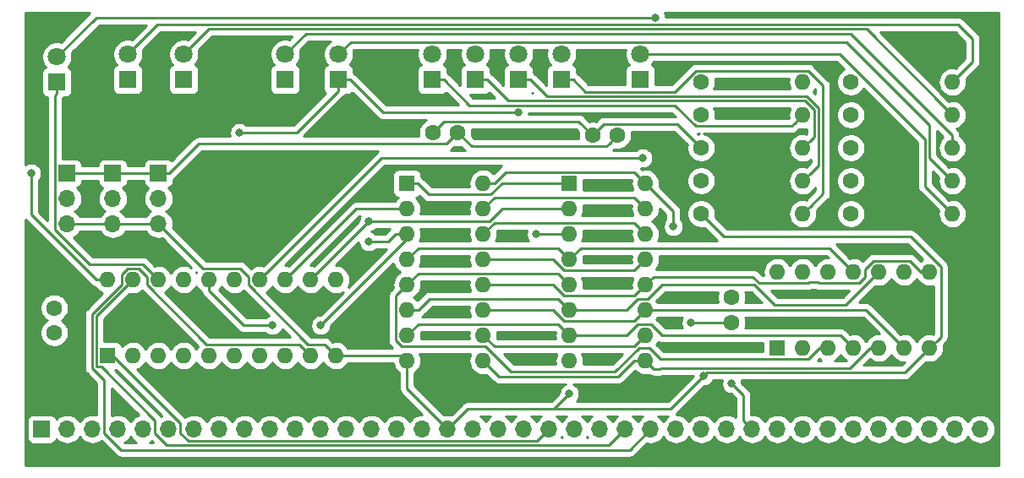
<source format=gbr>
G04 #@! TF.GenerationSoftware,KiCad,Pcbnew,(5.1.4-0-10_14)*
G04 #@! TF.CreationDate,2019-12-15T08:51:47-08:00*
G04 #@! TF.ProjectId,ram-32-word,72616d2d-3332-42d7-976f-72642e6b6963,rev?*
G04 #@! TF.SameCoordinates,Original*
G04 #@! TF.FileFunction,Copper,L1,Top*
G04 #@! TF.FilePolarity,Positive*
%FSLAX46Y46*%
G04 Gerber Fmt 4.6, Leading zero omitted, Abs format (unit mm)*
G04 Created by KiCad (PCBNEW (5.1.4-0-10_14)) date 2019-12-15 08:51:47*
%MOMM*%
%LPD*%
G04 APERTURE LIST*
%ADD10O,1.600000X1.600000*%
%ADD11C,1.600000*%
%ADD12R,1.600000X1.600000*%
%ADD13O,1.700000X1.700000*%
%ADD14R,1.700000X1.700000*%
%ADD15C,1.800000*%
%ADD16R,1.800000X1.800000*%
%ADD17C,0.800000*%
%ADD18C,0.250000*%
%ADD19C,0.254000*%
G04 APERTURE END LIST*
D10*
X154686000Y-124460000D03*
D11*
X144526000Y-124460000D03*
D10*
X154686000Y-121158000D03*
D11*
X144526000Y-121158000D03*
D10*
X154686000Y-117856000D03*
D11*
X144526000Y-117856000D03*
D10*
X154686000Y-114554000D03*
D11*
X144526000Y-114554000D03*
D10*
X154686000Y-111252000D03*
D11*
X144526000Y-111252000D03*
D10*
X139700000Y-124460000D03*
D11*
X129540000Y-124460000D03*
D10*
X139700000Y-121158000D03*
D11*
X129540000Y-121158000D03*
D10*
X139700000Y-117856000D03*
D11*
X129540000Y-117856000D03*
D10*
X139700000Y-114554000D03*
D11*
X129540000Y-114554000D03*
D10*
X139700000Y-111252000D03*
D11*
X129540000Y-111252000D03*
X102656000Y-116332000D03*
X105156000Y-116332000D03*
X118658000Y-116586000D03*
X121158000Y-116586000D03*
X64770000Y-133898000D03*
X64770000Y-136398000D03*
X132588000Y-135342000D03*
X132588000Y-132842000D03*
D10*
X123952000Y-121412000D03*
X116332000Y-139192000D03*
X123952000Y-123952000D03*
X116332000Y-136652000D03*
X123952000Y-126492000D03*
X116332000Y-134112000D03*
X123952000Y-129032000D03*
X116332000Y-131572000D03*
X123952000Y-131572000D03*
X116332000Y-129032000D03*
X123952000Y-134112000D03*
X116332000Y-126492000D03*
X123952000Y-136652000D03*
X116332000Y-123952000D03*
X123952000Y-139192000D03*
D12*
X116332000Y-121412000D03*
D10*
X107696000Y-121412000D03*
X100076000Y-139192000D03*
X107696000Y-123952000D03*
X100076000Y-136652000D03*
X107696000Y-126492000D03*
X100076000Y-134112000D03*
X107696000Y-129032000D03*
X100076000Y-131572000D03*
X107696000Y-131572000D03*
X100076000Y-129032000D03*
X107696000Y-134112000D03*
X100076000Y-126492000D03*
X107696000Y-136652000D03*
X100076000Y-123952000D03*
X107696000Y-139192000D03*
D12*
X100076000Y-121412000D03*
D10*
X70104000Y-131064000D03*
X92964000Y-138684000D03*
X72644000Y-131064000D03*
X90424000Y-138684000D03*
X75184000Y-131064000D03*
X87884000Y-138684000D03*
X77724000Y-131064000D03*
X85344000Y-138684000D03*
X80264000Y-131064000D03*
X82804000Y-138684000D03*
X82804000Y-131064000D03*
X80264000Y-138684000D03*
X85344000Y-131064000D03*
X77724000Y-138684000D03*
X87884000Y-131064000D03*
X75184000Y-138684000D03*
X90424000Y-131064000D03*
X72644000Y-138684000D03*
X92964000Y-131064000D03*
D12*
X70104000Y-138684000D03*
D10*
X137160000Y-130302000D03*
X152400000Y-137922000D03*
X139700000Y-130302000D03*
X149860000Y-137922000D03*
X142240000Y-130302000D03*
X147320000Y-137922000D03*
X144780000Y-130302000D03*
X144780000Y-137922000D03*
X147320000Y-130302000D03*
X142240000Y-137922000D03*
X149860000Y-130302000D03*
X139700000Y-137922000D03*
X152400000Y-130302000D03*
D12*
X137160000Y-137922000D03*
D13*
X157480000Y-146050000D03*
X154940000Y-146050000D03*
X152400000Y-146050000D03*
X149860000Y-146050000D03*
X147320000Y-146050000D03*
X144780000Y-146050000D03*
X142240000Y-146050000D03*
X139700000Y-146050000D03*
X137160000Y-146050000D03*
X134620000Y-146050000D03*
X132080000Y-146050000D03*
X129540000Y-146050000D03*
X127000000Y-146050000D03*
X124460000Y-146050000D03*
X121920000Y-146050000D03*
X119380000Y-146050000D03*
X116840000Y-146050000D03*
X114300000Y-146050000D03*
X111760000Y-146050000D03*
X109220000Y-146050000D03*
X106680000Y-146050000D03*
X104140000Y-146050000D03*
X101600000Y-146050000D03*
X99060000Y-146050000D03*
X96520000Y-146050000D03*
X93980000Y-146050000D03*
X91440000Y-146050000D03*
X88900000Y-146050000D03*
X86360000Y-146050000D03*
X83820000Y-146050000D03*
X81280000Y-146050000D03*
X78740000Y-146050000D03*
X76200000Y-146050000D03*
X73660000Y-146050000D03*
X71120000Y-146050000D03*
X68580000Y-146050000D03*
X66040000Y-146050000D03*
D14*
X63500000Y-146050000D03*
D13*
X75184000Y-125476000D03*
X75184000Y-122936000D03*
D14*
X75184000Y-120396000D03*
D13*
X70612000Y-125476000D03*
X70612000Y-122936000D03*
D14*
X70612000Y-120396000D03*
D13*
X66040000Y-125476000D03*
X66040000Y-122936000D03*
D14*
X66040000Y-120396000D03*
D15*
X123444000Y-108458000D03*
D16*
X123444000Y-110998000D03*
D15*
X93218000Y-108458000D03*
D16*
X93218000Y-110998000D03*
D15*
X87884000Y-108458000D03*
D16*
X87884000Y-110998000D03*
D15*
X77724000Y-108458000D03*
D16*
X77724000Y-110998000D03*
D15*
X72136000Y-108458000D03*
D16*
X72136000Y-110998000D03*
D15*
X115570000Y-108458000D03*
D16*
X115570000Y-110998000D03*
D15*
X111252000Y-108458000D03*
D16*
X111252000Y-110998000D03*
D15*
X106934000Y-108458000D03*
D16*
X106934000Y-110998000D03*
D15*
X102616000Y-108458000D03*
D16*
X102616000Y-110998000D03*
D15*
X65024000Y-108712000D03*
D16*
X65024000Y-111252000D03*
D17*
X124968000Y-104769010D03*
X132588000Y-141478000D03*
X86614000Y-135636000D03*
X91440000Y-135636000D03*
X96266000Y-127254000D03*
X96266000Y-125222000D03*
X83312000Y-116332000D03*
X111252000Y-114300000D03*
X113030000Y-126492000D03*
X123698000Y-118872000D03*
X116332000Y-142494000D03*
X129794000Y-140716000D03*
X128524000Y-135382000D03*
X62484000Y-120396000D03*
X126746000Y-125730000D03*
D18*
X65024000Y-108712000D02*
X68966990Y-104769010D01*
X68966990Y-104769010D02*
X124968000Y-104769010D01*
X124968000Y-104769010D02*
X124968000Y-104769010D01*
X73608989Y-129488989D02*
X75184000Y-131064000D01*
X64864999Y-126040001D02*
X68313987Y-129488989D01*
X64864999Y-112561001D02*
X64864999Y-126040001D01*
X68313987Y-129488989D02*
X73608989Y-129488989D01*
X65024000Y-112402000D02*
X64864999Y-112561001D01*
X65024000Y-111252000D02*
X65024000Y-112402000D01*
X122826999Y-132697001D02*
X123952000Y-131572000D01*
X115791999Y-132697001D02*
X122826999Y-132697001D01*
X114666998Y-131572000D02*
X115791999Y-132697001D01*
X107696000Y-131572000D02*
X114666998Y-131572000D01*
X140349002Y-131318000D02*
X140240001Y-131427001D01*
X141224000Y-131318000D02*
X140349002Y-131318000D01*
X141333001Y-131427001D02*
X141224000Y-131318000D01*
X124751999Y-130772001D02*
X123952000Y-131572000D01*
X140240001Y-131427001D02*
X135365411Y-131427001D01*
X145320001Y-131427001D02*
X141333001Y-131427001D01*
X145905001Y-130842001D02*
X145320001Y-131427001D01*
X146779999Y-129176999D02*
X145905001Y-130051997D01*
X150400001Y-129176999D02*
X146779999Y-129176999D01*
X134710411Y-130772001D02*
X124751999Y-130772001D01*
X135365411Y-131427001D02*
X134710411Y-130772001D01*
X145905001Y-130051997D02*
X145905001Y-130842001D01*
X151525002Y-130302000D02*
X150400001Y-129176999D01*
X152400000Y-130302000D02*
X151525002Y-130302000D01*
X138900001Y-115353999D02*
X139700000Y-114554000D01*
X138574999Y-115679001D02*
X138900001Y-115353999D01*
X128999999Y-115679001D02*
X138574999Y-115679001D01*
X106342999Y-113574999D02*
X126895997Y-113574999D01*
X103766000Y-110998000D02*
X106342999Y-113574999D01*
X126895997Y-113574999D02*
X128999999Y-115679001D01*
X102616000Y-110998000D02*
X103766000Y-110998000D01*
X122826999Y-137777001D02*
X123952000Y-136652000D01*
X108821001Y-137777001D02*
X122826999Y-137777001D01*
X107696000Y-136652000D02*
X108821001Y-137777001D01*
X133770001Y-145200001D02*
X133770001Y-142660001D01*
X134620000Y-146050000D02*
X133770001Y-145200001D01*
X133770001Y-142660001D02*
X132588000Y-141478000D01*
X140499999Y-117056001D02*
X139700000Y-117856000D01*
X140825001Y-116730999D02*
X140499999Y-117056001D01*
X140825001Y-114013999D02*
X140825001Y-116730999D01*
X139935991Y-113124989D02*
X140825001Y-114013999D01*
X110210989Y-113124989D02*
X139935991Y-113124989D01*
X108084000Y-110998000D02*
X110210989Y-113124989D01*
X106934000Y-110998000D02*
X108084000Y-110998000D01*
X115206999Y-132986999D02*
X116332000Y-134112000D01*
X102332371Y-132986999D02*
X115206999Y-132986999D01*
X101207370Y-134112000D02*
X102332371Y-132986999D01*
X100076000Y-134112000D02*
X101207370Y-134112000D01*
X147320000Y-130302000D02*
X144018000Y-133604000D01*
X144018000Y-133604000D02*
X136906000Y-133604000D01*
X135382000Y-132080000D02*
X134874000Y-131572000D01*
X135382000Y-132080000D02*
X135058999Y-131756999D01*
X125617002Y-131572000D02*
X124202003Y-132986999D01*
X124202003Y-132986999D02*
X123173411Y-132986999D01*
X134874000Y-131572000D02*
X125617002Y-131572000D01*
X122048410Y-134112000D02*
X116332000Y-134112000D01*
X123173411Y-132986999D02*
X122048410Y-134112000D01*
X136906000Y-133604000D02*
X135382000Y-132080000D01*
X140499999Y-120358001D02*
X139700000Y-121158000D01*
X141275011Y-113827599D02*
X141275011Y-119582989D01*
X140122392Y-112674980D02*
X141275011Y-113827599D01*
X114078979Y-112674979D02*
X140122392Y-112674980D01*
X112402000Y-110998000D02*
X114078979Y-112674979D01*
X141275011Y-119582989D02*
X140499999Y-120358001D01*
X111252000Y-110998000D02*
X112402000Y-110998000D01*
X115206999Y-127906999D02*
X116332000Y-129032000D01*
X101201001Y-127906999D02*
X115206999Y-127906999D01*
X100076000Y-129032000D02*
X101201001Y-127906999D01*
X117457001Y-127906999D02*
X116332000Y-129032000D01*
X142384999Y-127906999D02*
X117457001Y-127906999D01*
X144780000Y-130302000D02*
X142384999Y-127906999D01*
X140499999Y-123660001D02*
X139700000Y-124460000D01*
X140240001Y-110126999D02*
X141725021Y-111612019D01*
X128999999Y-110126999D02*
X140240001Y-110126999D01*
X141725021Y-111612019D02*
X141725021Y-122434979D01*
X126903997Y-112223001D02*
X128999999Y-110126999D01*
X117945001Y-112223001D02*
X126903997Y-112223001D01*
X141725021Y-122434979D02*
X140499999Y-123660001D01*
X116720000Y-110998000D02*
X117945001Y-112223001D01*
X115570000Y-110998000D02*
X116720000Y-110998000D01*
X156718000Y-109220000D02*
X154686000Y-111252000D01*
X75099989Y-105494011D02*
X155278011Y-105494011D01*
X156718000Y-106934000D02*
X156718000Y-109220000D01*
X155278011Y-105494011D02*
X156718000Y-106934000D01*
X72136000Y-108458000D02*
X75099989Y-105494011D01*
X94996000Y-123952000D02*
X100076000Y-123952000D01*
X87884000Y-131064000D02*
X94996000Y-123952000D01*
X153886001Y-113754001D02*
X154686000Y-114554000D01*
X146076021Y-105944021D02*
X153886001Y-113754001D01*
X80237979Y-105944021D02*
X146076021Y-105944021D01*
X77724000Y-108458000D02*
X80237979Y-105944021D01*
X80264000Y-132195370D02*
X83704630Y-135636000D01*
X80264000Y-131064000D02*
X80264000Y-132195370D01*
X83704630Y-135636000D02*
X86614000Y-135636000D01*
X100076000Y-127000000D02*
X100076000Y-126492000D01*
X91440000Y-135636000D02*
X100076000Y-127000000D01*
X98944630Y-126492000D02*
X98182630Y-127254000D01*
X100076000Y-126492000D02*
X98944630Y-126492000D01*
X98182630Y-127254000D02*
X96266000Y-127254000D01*
X96266000Y-127254000D02*
X96012000Y-127254000D01*
X89947969Y-106394031D02*
X144494031Y-106394031D01*
X87884000Y-108458000D02*
X89947969Y-106394031D01*
X154686000Y-116586000D02*
X154686000Y-117856000D01*
X144494031Y-106394031D02*
X154686000Y-116586000D01*
X109599590Y-123952000D02*
X116332000Y-123952000D01*
X108329590Y-125222000D02*
X109599590Y-123952000D01*
X90424000Y-131064000D02*
X96266000Y-125222000D01*
X96266000Y-125222000D02*
X108329590Y-125222000D01*
X94443001Y-107232999D02*
X144062999Y-107232999D01*
X93218000Y-108458000D02*
X94443001Y-107232999D01*
X144062999Y-107232999D02*
X152400000Y-115570000D01*
X152400000Y-118872000D02*
X154686000Y-121158000D01*
X152400000Y-115570000D02*
X152400000Y-118872000D01*
X93218000Y-112148000D02*
X93218000Y-110998000D01*
X89034000Y-116332000D02*
X93218000Y-112148000D01*
X83312000Y-116332000D02*
X89034000Y-116332000D01*
X94368000Y-110998000D02*
X97670000Y-114300000D01*
X93218000Y-110998000D02*
X94368000Y-110998000D01*
X97670000Y-114300000D02*
X111252000Y-114300000D01*
X111252000Y-114300000D02*
X111252000Y-114300000D01*
X113030000Y-126492000D02*
X116332000Y-126492000D01*
X153886001Y-123660001D02*
X154686000Y-124460000D01*
X151949990Y-121723990D02*
X153886001Y-123660001D01*
X151949990Y-117010988D02*
X151949990Y-121723990D01*
X143397002Y-108458000D02*
X151949990Y-117010988D01*
X123444000Y-108458000D02*
X143397002Y-108458000D01*
X85344000Y-131064000D02*
X97536000Y-118872000D01*
X97536000Y-118872000D02*
X123698000Y-118872000D01*
X75184000Y-125476000D02*
X70612000Y-125476000D01*
X70612000Y-125476000D02*
X66040000Y-125476000D01*
X117278999Y-115206999D02*
X118658000Y-116586000D01*
X103781001Y-115206999D02*
X117278999Y-115206999D01*
X102656000Y-116332000D02*
X103781001Y-115206999D01*
X91838999Y-137558999D02*
X92964000Y-138684000D01*
X90173997Y-137558999D02*
X91838999Y-137558999D01*
X84218999Y-131604001D02*
X90173997Y-137558999D01*
X83344001Y-129938999D02*
X84218999Y-130813997D01*
X79646999Y-129938999D02*
X83344001Y-129938999D01*
X84218999Y-130813997D02*
X84218999Y-131604001D01*
X75184000Y-125476000D02*
X79646999Y-129938999D01*
X99568000Y-138684000D02*
X100076000Y-139192000D01*
X92964000Y-138684000D02*
X99568000Y-138684000D01*
X100076000Y-141986000D02*
X104140000Y-146050000D01*
X100076000Y-139192000D02*
X100076000Y-141986000D01*
X106172000Y-144018000D02*
X126492000Y-144018000D01*
X104140000Y-146050000D02*
X106172000Y-144018000D01*
X149917990Y-140404010D02*
X152400000Y-137922000D01*
X130105990Y-140404010D02*
X149917990Y-140404010D01*
X126492000Y-144018000D02*
X129794000Y-140716000D01*
X106172000Y-144018000D02*
X114808000Y-144018000D01*
X114808000Y-144018000D02*
X116332000Y-142494000D01*
X128740001Y-117056001D02*
X129540000Y-117856000D01*
X119783001Y-115460999D02*
X127144999Y-115460999D01*
X127144999Y-115460999D02*
X128740001Y-117056001D01*
X118658000Y-116586000D02*
X119783001Y-115460999D01*
X153525001Y-136796999D02*
X153199999Y-137122001D01*
X150509002Y-126746000D02*
X153525001Y-129761999D01*
X153199999Y-137122001D02*
X152400000Y-137922000D01*
X153525001Y-129761999D02*
X153525001Y-136796999D01*
X131826000Y-126746000D02*
X150509002Y-126746000D01*
X129540000Y-124460000D02*
X131826000Y-126746000D01*
X129794000Y-140716000D02*
X130105990Y-140404010D01*
X132548000Y-135382000D02*
X132588000Y-135342000D01*
X128524000Y-135382000D02*
X132548000Y-135382000D01*
X122826999Y-120286999D02*
X123952000Y-121412000D01*
X109952371Y-120286999D02*
X122826999Y-120286999D01*
X108827370Y-121412000D02*
X109952371Y-120286999D01*
X107696000Y-121412000D02*
X108827370Y-121412000D01*
X66040000Y-120396000D02*
X70612000Y-120396000D01*
X70612000Y-120396000D02*
X75184000Y-120396000D01*
X104030999Y-117457001D02*
X105156000Y-116332000D01*
X79222999Y-117457001D02*
X104030999Y-117457001D01*
X76284000Y-120396000D02*
X79222999Y-117457001D01*
X75184000Y-120396000D02*
X76284000Y-120396000D01*
X68972630Y-131064000D02*
X62484000Y-124575370D01*
X70104000Y-131064000D02*
X68972630Y-131064000D01*
X62484000Y-124575370D02*
X62484000Y-120396000D01*
X120358001Y-117385999D02*
X121158000Y-116586000D01*
X120032999Y-117711001D02*
X120358001Y-117385999D01*
X106535001Y-117711001D02*
X120032999Y-117711001D01*
X105156000Y-116332000D02*
X106535001Y-117711001D01*
X126746000Y-124206000D02*
X123952000Y-121412000D01*
X126746000Y-125730000D02*
X126746000Y-124206000D01*
X89298999Y-137558999D02*
X90424000Y-138684000D01*
X74058999Y-131604001D02*
X80013997Y-137558999D01*
X74058999Y-130813997D02*
X74058999Y-131604001D01*
X73184001Y-129938999D02*
X74058999Y-130813997D01*
X71518999Y-130523999D02*
X72103999Y-129938999D01*
X71518999Y-131552591D02*
X71518999Y-130523999D01*
X72103999Y-129938999D02*
X73184001Y-129938999D01*
X68528990Y-134542600D02*
X71518999Y-131552591D01*
X68528989Y-139930401D02*
X68528990Y-134542600D01*
X80013997Y-137558999D02*
X89298999Y-137558999D01*
X69755001Y-141156413D02*
X68528989Y-139930401D01*
X69755001Y-146424003D02*
X69755001Y-141156413D01*
X71456019Y-148125021D02*
X69755001Y-146424003D01*
X122384979Y-148125021D02*
X71456019Y-148125021D01*
X124460000Y-146050000D02*
X122384979Y-148125021D01*
X68978999Y-134729001D02*
X72644000Y-131064000D01*
X69043999Y-139809001D02*
X68978999Y-139744001D01*
X68978999Y-139744001D02*
X68978999Y-134729001D01*
X69451001Y-139809001D02*
X69043999Y-139809001D01*
X74835001Y-145193001D02*
X69451001Y-139809001D01*
X76047011Y-147675011D02*
X74835001Y-146463001D01*
X74835001Y-146463001D02*
X74835001Y-145193001D01*
X120294989Y-147675011D02*
X76047011Y-147675011D01*
X121920000Y-146050000D02*
X120294989Y-147675011D01*
X70573002Y-138684000D02*
X70104000Y-138684000D01*
X77375001Y-145485999D02*
X70573002Y-138684000D01*
X77375001Y-146424003D02*
X77375001Y-145485999D01*
X78175999Y-147225001D02*
X77375001Y-146424003D01*
X113124999Y-147225001D02*
X78175999Y-147225001D01*
X114300000Y-146050000D02*
X113124999Y-147225001D01*
X109599590Y-121412000D02*
X116332000Y-121412000D01*
X102251001Y-122537001D02*
X108474589Y-122537001D01*
X108474589Y-122537001D02*
X109599590Y-121412000D01*
X101126000Y-121412000D02*
X102251001Y-122537001D01*
X100076000Y-121412000D02*
X101126000Y-121412000D01*
X122826999Y-122826999D02*
X123952000Y-123952000D01*
X108821001Y-122826999D02*
X122826999Y-122826999D01*
X107696000Y-123952000D02*
X108821001Y-122826999D01*
X122826999Y-125366999D02*
X123952000Y-126492000D01*
X108821001Y-125366999D02*
X122826999Y-125366999D01*
X107696000Y-126492000D02*
X108821001Y-125366999D01*
X122826999Y-130157001D02*
X123952000Y-129032000D01*
X115791999Y-130157001D02*
X122826999Y-130157001D01*
X114666998Y-129032000D02*
X115791999Y-130157001D01*
X107696000Y-129032000D02*
X114666998Y-129032000D01*
X115791999Y-135237001D02*
X122826999Y-135237001D01*
X122826999Y-135237001D02*
X123952000Y-134112000D01*
X114666998Y-134112000D02*
X115791999Y-135237001D01*
X107696000Y-134112000D02*
X114666998Y-134112000D01*
X146050000Y-134112000D02*
X123952000Y-134112000D01*
X149860000Y-137922000D02*
X146050000Y-134112000D01*
X146445002Y-137922000D02*
X144413002Y-139954000D01*
X147320000Y-137922000D02*
X146445002Y-137922000D01*
X144413002Y-139954000D02*
X125476000Y-139954000D01*
X124751999Y-139991999D02*
X123952000Y-139192000D01*
X125438001Y-139991999D02*
X124751999Y-139991999D01*
X125476000Y-139954000D02*
X125438001Y-139991999D01*
X109271011Y-140767011D02*
X107696000Y-139192000D01*
X121245619Y-140767011D02*
X109271011Y-140767011D01*
X122820630Y-139192000D02*
X121245619Y-140767011D01*
X123952000Y-139192000D02*
X122820630Y-139192000D01*
X115206999Y-135526999D02*
X116332000Y-136652000D01*
X101201001Y-135526999D02*
X115206999Y-135526999D01*
X100076000Y-136652000D02*
X101201001Y-135526999D01*
X122048410Y-136652000D02*
X116332000Y-136652000D01*
X123173411Y-135526999D02*
X122048410Y-136652000D01*
X124492001Y-135526999D02*
X123173411Y-135526999D01*
X125617002Y-136652000D02*
X124492001Y-135526999D01*
X143510000Y-136652000D02*
X125617002Y-136652000D01*
X144780000Y-137922000D02*
X143510000Y-136652000D01*
X115206999Y-130446999D02*
X116332000Y-131572000D01*
X101201001Y-130446999D02*
X115206999Y-130446999D01*
X100076000Y-131572000D02*
X101201001Y-130446999D01*
X98950999Y-132697001D02*
X100076000Y-131572000D01*
X120923409Y-140317001D02*
X110486003Y-140317001D01*
X98950999Y-137192001D02*
X98950999Y-132697001D01*
X110486003Y-140317001D02*
X107946003Y-137777001D01*
X123318410Y-137922000D02*
X120923409Y-140317001D01*
X125472003Y-139047001D02*
X124347002Y-137922000D01*
X99535999Y-137777001D02*
X98950999Y-137192001D01*
X107946003Y-137777001D02*
X99535999Y-137777001D01*
X124347002Y-137922000D02*
X123318410Y-137922000D01*
X140240001Y-139047001D02*
X125472003Y-139047001D01*
X141365002Y-137922000D02*
X140240001Y-139047001D01*
X142240000Y-137922000D02*
X141365002Y-137922000D01*
D19*
G36*
X159335000Y-149683000D02*
G01*
X61899000Y-149683000D01*
X61899000Y-133756665D01*
X63335000Y-133756665D01*
X63335000Y-134039335D01*
X63390147Y-134316574D01*
X63498320Y-134577727D01*
X63655363Y-134812759D01*
X63855241Y-135012637D01*
X64057827Y-135148000D01*
X63855241Y-135283363D01*
X63655363Y-135483241D01*
X63498320Y-135718273D01*
X63390147Y-135979426D01*
X63335000Y-136256665D01*
X63335000Y-136539335D01*
X63390147Y-136816574D01*
X63498320Y-137077727D01*
X63655363Y-137312759D01*
X63855241Y-137512637D01*
X64090273Y-137669680D01*
X64351426Y-137777853D01*
X64628665Y-137833000D01*
X64911335Y-137833000D01*
X65188574Y-137777853D01*
X65449727Y-137669680D01*
X65684759Y-137512637D01*
X65884637Y-137312759D01*
X66041680Y-137077727D01*
X66149853Y-136816574D01*
X66205000Y-136539335D01*
X66205000Y-136256665D01*
X66149853Y-135979426D01*
X66041680Y-135718273D01*
X65884637Y-135483241D01*
X65684759Y-135283363D01*
X65482173Y-135148000D01*
X65684759Y-135012637D01*
X65884637Y-134812759D01*
X66041680Y-134577727D01*
X66149853Y-134316574D01*
X66205000Y-134039335D01*
X66205000Y-133756665D01*
X66149853Y-133479426D01*
X66041680Y-133218273D01*
X65884637Y-132983241D01*
X65684759Y-132783363D01*
X65449727Y-132626320D01*
X65188574Y-132518147D01*
X64911335Y-132463000D01*
X64628665Y-132463000D01*
X64351426Y-132518147D01*
X64090273Y-132626320D01*
X63855241Y-132783363D01*
X63655363Y-132983241D01*
X63498320Y-133218273D01*
X63390147Y-133479426D01*
X63335000Y-133756665D01*
X61899000Y-133756665D01*
X61899000Y-125060539D01*
X61943999Y-125115371D01*
X61973003Y-125139174D01*
X68408831Y-131575003D01*
X68432629Y-131604001D01*
X68461627Y-131627799D01*
X68548354Y-131698974D01*
X68680383Y-131769546D01*
X68823644Y-131813003D01*
X68880198Y-131818573D01*
X68905068Y-131865101D01*
X69084392Y-132083608D01*
X69302899Y-132262932D01*
X69552192Y-132396182D01*
X69589338Y-132407450D01*
X68017988Y-133978801D01*
X67988990Y-134002599D01*
X67965192Y-134031597D01*
X67965191Y-134031598D01*
X67894016Y-134118324D01*
X67823444Y-134250354D01*
X67779988Y-134393615D01*
X67765314Y-134542600D01*
X67768991Y-134579932D01*
X67768989Y-139893078D01*
X67765313Y-139930401D01*
X67768989Y-139967723D01*
X67768989Y-139967733D01*
X67779986Y-140079386D01*
X67809293Y-140175999D01*
X67823443Y-140222647D01*
X67894015Y-140354677D01*
X67944567Y-140416274D01*
X67988988Y-140470401D01*
X68017986Y-140494199D01*
X68995002Y-141471216D01*
X68995001Y-144624069D01*
X68871111Y-144586487D01*
X68652950Y-144565000D01*
X68507050Y-144565000D01*
X68288889Y-144586487D01*
X68008966Y-144671401D01*
X67750986Y-144809294D01*
X67524866Y-144994866D01*
X67339294Y-145220986D01*
X67310000Y-145275791D01*
X67280706Y-145220986D01*
X67095134Y-144994866D01*
X66869014Y-144809294D01*
X66611034Y-144671401D01*
X66331111Y-144586487D01*
X66112950Y-144565000D01*
X65967050Y-144565000D01*
X65748889Y-144586487D01*
X65468966Y-144671401D01*
X65210986Y-144809294D01*
X64984866Y-144994866D01*
X64960393Y-145024687D01*
X64939502Y-144955820D01*
X64880537Y-144845506D01*
X64801185Y-144748815D01*
X64704494Y-144669463D01*
X64594180Y-144610498D01*
X64474482Y-144574188D01*
X64350000Y-144561928D01*
X62650000Y-144561928D01*
X62525518Y-144574188D01*
X62405820Y-144610498D01*
X62295506Y-144669463D01*
X62198815Y-144748815D01*
X62119463Y-144845506D01*
X62060498Y-144955820D01*
X62024188Y-145075518D01*
X62011928Y-145200000D01*
X62011928Y-146900000D01*
X62024188Y-147024482D01*
X62060498Y-147144180D01*
X62119463Y-147254494D01*
X62198815Y-147351185D01*
X62295506Y-147430537D01*
X62405820Y-147489502D01*
X62525518Y-147525812D01*
X62650000Y-147538072D01*
X64350000Y-147538072D01*
X64474482Y-147525812D01*
X64594180Y-147489502D01*
X64704494Y-147430537D01*
X64801185Y-147351185D01*
X64880537Y-147254494D01*
X64939502Y-147144180D01*
X64960393Y-147075313D01*
X64984866Y-147105134D01*
X65210986Y-147290706D01*
X65468966Y-147428599D01*
X65748889Y-147513513D01*
X65967050Y-147535000D01*
X66112950Y-147535000D01*
X66331111Y-147513513D01*
X66611034Y-147428599D01*
X66869014Y-147290706D01*
X67095134Y-147105134D01*
X67280706Y-146879014D01*
X67310000Y-146824209D01*
X67339294Y-146879014D01*
X67524866Y-147105134D01*
X67750986Y-147290706D01*
X68008966Y-147428599D01*
X68288889Y-147513513D01*
X68507050Y-147535000D01*
X68652950Y-147535000D01*
X68871111Y-147513513D01*
X69151034Y-147428599D01*
X69409014Y-147290706D01*
X69484749Y-147228552D01*
X70892220Y-148636024D01*
X70916018Y-148665022D01*
X71031743Y-148759995D01*
X71163772Y-148830567D01*
X71307033Y-148874024D01*
X71418686Y-148885021D01*
X71418694Y-148885021D01*
X71456019Y-148888697D01*
X71493344Y-148885021D01*
X122347657Y-148885021D01*
X122384979Y-148888697D01*
X122422301Y-148885021D01*
X122422312Y-148885021D01*
X122533965Y-148874024D01*
X122677226Y-148830567D01*
X122809255Y-148759995D01*
X122924980Y-148665022D01*
X122948783Y-148636018D01*
X124094005Y-147490797D01*
X124168889Y-147513513D01*
X124387050Y-147535000D01*
X124532950Y-147535000D01*
X124751111Y-147513513D01*
X125031034Y-147428599D01*
X125289014Y-147290706D01*
X125515134Y-147105134D01*
X125700706Y-146879014D01*
X125730000Y-146824209D01*
X125759294Y-146879014D01*
X125944866Y-147105134D01*
X126170986Y-147290706D01*
X126428966Y-147428599D01*
X126708889Y-147513513D01*
X126927050Y-147535000D01*
X127072950Y-147535000D01*
X127291111Y-147513513D01*
X127571034Y-147428599D01*
X127829014Y-147290706D01*
X128055134Y-147105134D01*
X128240706Y-146879014D01*
X128270000Y-146824209D01*
X128299294Y-146879014D01*
X128484866Y-147105134D01*
X128710986Y-147290706D01*
X128968966Y-147428599D01*
X129248889Y-147513513D01*
X129467050Y-147535000D01*
X129612950Y-147535000D01*
X129831111Y-147513513D01*
X130111034Y-147428599D01*
X130369014Y-147290706D01*
X130595134Y-147105134D01*
X130780706Y-146879014D01*
X130810000Y-146824209D01*
X130839294Y-146879014D01*
X131024866Y-147105134D01*
X131250986Y-147290706D01*
X131508966Y-147428599D01*
X131788889Y-147513513D01*
X132007050Y-147535000D01*
X132152950Y-147535000D01*
X132371111Y-147513513D01*
X132651034Y-147428599D01*
X132909014Y-147290706D01*
X133135134Y-147105134D01*
X133320706Y-146879014D01*
X133350000Y-146824209D01*
X133379294Y-146879014D01*
X133564866Y-147105134D01*
X133790986Y-147290706D01*
X134048966Y-147428599D01*
X134328889Y-147513513D01*
X134547050Y-147535000D01*
X134692950Y-147535000D01*
X134911111Y-147513513D01*
X135191034Y-147428599D01*
X135449014Y-147290706D01*
X135675134Y-147105134D01*
X135860706Y-146879014D01*
X135890000Y-146824209D01*
X135919294Y-146879014D01*
X136104866Y-147105134D01*
X136330986Y-147290706D01*
X136588966Y-147428599D01*
X136868889Y-147513513D01*
X137087050Y-147535000D01*
X137232950Y-147535000D01*
X137451111Y-147513513D01*
X137731034Y-147428599D01*
X137989014Y-147290706D01*
X138215134Y-147105134D01*
X138400706Y-146879014D01*
X138430000Y-146824209D01*
X138459294Y-146879014D01*
X138644866Y-147105134D01*
X138870986Y-147290706D01*
X139128966Y-147428599D01*
X139408889Y-147513513D01*
X139627050Y-147535000D01*
X139772950Y-147535000D01*
X139991111Y-147513513D01*
X140271034Y-147428599D01*
X140529014Y-147290706D01*
X140755134Y-147105134D01*
X140940706Y-146879014D01*
X140970000Y-146824209D01*
X140999294Y-146879014D01*
X141184866Y-147105134D01*
X141410986Y-147290706D01*
X141668966Y-147428599D01*
X141948889Y-147513513D01*
X142167050Y-147535000D01*
X142312950Y-147535000D01*
X142531111Y-147513513D01*
X142811034Y-147428599D01*
X143069014Y-147290706D01*
X143295134Y-147105134D01*
X143480706Y-146879014D01*
X143510000Y-146824209D01*
X143539294Y-146879014D01*
X143724866Y-147105134D01*
X143950986Y-147290706D01*
X144208966Y-147428599D01*
X144488889Y-147513513D01*
X144707050Y-147535000D01*
X144852950Y-147535000D01*
X145071111Y-147513513D01*
X145351034Y-147428599D01*
X145609014Y-147290706D01*
X145835134Y-147105134D01*
X146020706Y-146879014D01*
X146050000Y-146824209D01*
X146079294Y-146879014D01*
X146264866Y-147105134D01*
X146490986Y-147290706D01*
X146748966Y-147428599D01*
X147028889Y-147513513D01*
X147247050Y-147535000D01*
X147392950Y-147535000D01*
X147611111Y-147513513D01*
X147891034Y-147428599D01*
X148149014Y-147290706D01*
X148375134Y-147105134D01*
X148560706Y-146879014D01*
X148590000Y-146824209D01*
X148619294Y-146879014D01*
X148804866Y-147105134D01*
X149030986Y-147290706D01*
X149288966Y-147428599D01*
X149568889Y-147513513D01*
X149787050Y-147535000D01*
X149932950Y-147535000D01*
X150151111Y-147513513D01*
X150431034Y-147428599D01*
X150689014Y-147290706D01*
X150915134Y-147105134D01*
X151100706Y-146879014D01*
X151130000Y-146824209D01*
X151159294Y-146879014D01*
X151344866Y-147105134D01*
X151570986Y-147290706D01*
X151828966Y-147428599D01*
X152108889Y-147513513D01*
X152327050Y-147535000D01*
X152472950Y-147535000D01*
X152691111Y-147513513D01*
X152971034Y-147428599D01*
X153229014Y-147290706D01*
X153455134Y-147105134D01*
X153640706Y-146879014D01*
X153670000Y-146824209D01*
X153699294Y-146879014D01*
X153884866Y-147105134D01*
X154110986Y-147290706D01*
X154368966Y-147428599D01*
X154648889Y-147513513D01*
X154867050Y-147535000D01*
X155012950Y-147535000D01*
X155231111Y-147513513D01*
X155511034Y-147428599D01*
X155769014Y-147290706D01*
X155995134Y-147105134D01*
X156180706Y-146879014D01*
X156210000Y-146824209D01*
X156239294Y-146879014D01*
X156424866Y-147105134D01*
X156650986Y-147290706D01*
X156908966Y-147428599D01*
X157188889Y-147513513D01*
X157407050Y-147535000D01*
X157552950Y-147535000D01*
X157771111Y-147513513D01*
X158051034Y-147428599D01*
X158309014Y-147290706D01*
X158535134Y-147105134D01*
X158720706Y-146879014D01*
X158858599Y-146621034D01*
X158943513Y-146341111D01*
X158972185Y-146050000D01*
X158943513Y-145758889D01*
X158858599Y-145478966D01*
X158720706Y-145220986D01*
X158535134Y-144994866D01*
X158309014Y-144809294D01*
X158051034Y-144671401D01*
X157771111Y-144586487D01*
X157552950Y-144565000D01*
X157407050Y-144565000D01*
X157188889Y-144586487D01*
X156908966Y-144671401D01*
X156650986Y-144809294D01*
X156424866Y-144994866D01*
X156239294Y-145220986D01*
X156210000Y-145275791D01*
X156180706Y-145220986D01*
X155995134Y-144994866D01*
X155769014Y-144809294D01*
X155511034Y-144671401D01*
X155231111Y-144586487D01*
X155012950Y-144565000D01*
X154867050Y-144565000D01*
X154648889Y-144586487D01*
X154368966Y-144671401D01*
X154110986Y-144809294D01*
X153884866Y-144994866D01*
X153699294Y-145220986D01*
X153670000Y-145275791D01*
X153640706Y-145220986D01*
X153455134Y-144994866D01*
X153229014Y-144809294D01*
X152971034Y-144671401D01*
X152691111Y-144586487D01*
X152472950Y-144565000D01*
X152327050Y-144565000D01*
X152108889Y-144586487D01*
X151828966Y-144671401D01*
X151570986Y-144809294D01*
X151344866Y-144994866D01*
X151159294Y-145220986D01*
X151130000Y-145275791D01*
X151100706Y-145220986D01*
X150915134Y-144994866D01*
X150689014Y-144809294D01*
X150431034Y-144671401D01*
X150151111Y-144586487D01*
X149932950Y-144565000D01*
X149787050Y-144565000D01*
X149568889Y-144586487D01*
X149288966Y-144671401D01*
X149030986Y-144809294D01*
X148804866Y-144994866D01*
X148619294Y-145220986D01*
X148590000Y-145275791D01*
X148560706Y-145220986D01*
X148375134Y-144994866D01*
X148149014Y-144809294D01*
X147891034Y-144671401D01*
X147611111Y-144586487D01*
X147392950Y-144565000D01*
X147247050Y-144565000D01*
X147028889Y-144586487D01*
X146748966Y-144671401D01*
X146490986Y-144809294D01*
X146264866Y-144994866D01*
X146079294Y-145220986D01*
X146050000Y-145275791D01*
X146020706Y-145220986D01*
X145835134Y-144994866D01*
X145609014Y-144809294D01*
X145351034Y-144671401D01*
X145071111Y-144586487D01*
X144852950Y-144565000D01*
X144707050Y-144565000D01*
X144488889Y-144586487D01*
X144208966Y-144671401D01*
X143950986Y-144809294D01*
X143724866Y-144994866D01*
X143539294Y-145220986D01*
X143510000Y-145275791D01*
X143480706Y-145220986D01*
X143295134Y-144994866D01*
X143069014Y-144809294D01*
X142811034Y-144671401D01*
X142531111Y-144586487D01*
X142312950Y-144565000D01*
X142167050Y-144565000D01*
X141948889Y-144586487D01*
X141668966Y-144671401D01*
X141410986Y-144809294D01*
X141184866Y-144994866D01*
X140999294Y-145220986D01*
X140970000Y-145275791D01*
X140940706Y-145220986D01*
X140755134Y-144994866D01*
X140529014Y-144809294D01*
X140271034Y-144671401D01*
X139991111Y-144586487D01*
X139772950Y-144565000D01*
X139627050Y-144565000D01*
X139408889Y-144586487D01*
X139128966Y-144671401D01*
X138870986Y-144809294D01*
X138644866Y-144994866D01*
X138459294Y-145220986D01*
X138430000Y-145275791D01*
X138400706Y-145220986D01*
X138215134Y-144994866D01*
X137989014Y-144809294D01*
X137731034Y-144671401D01*
X137451111Y-144586487D01*
X137232950Y-144565000D01*
X137087050Y-144565000D01*
X136868889Y-144586487D01*
X136588966Y-144671401D01*
X136330986Y-144809294D01*
X136104866Y-144994866D01*
X135919294Y-145220986D01*
X135890000Y-145275791D01*
X135860706Y-145220986D01*
X135675134Y-144994866D01*
X135449014Y-144809294D01*
X135191034Y-144671401D01*
X134911111Y-144586487D01*
X134692950Y-144565000D01*
X134547050Y-144565000D01*
X134530001Y-144566679D01*
X134530001Y-142697324D01*
X134533677Y-142660001D01*
X134530001Y-142622678D01*
X134530001Y-142622668D01*
X134519004Y-142511015D01*
X134475547Y-142367754D01*
X134404975Y-142235725D01*
X134310002Y-142120000D01*
X134281004Y-142096202D01*
X133623000Y-141438199D01*
X133623000Y-141376061D01*
X133583226Y-141176102D01*
X133578217Y-141164010D01*
X149880668Y-141164010D01*
X149917990Y-141167686D01*
X149955312Y-141164010D01*
X149955323Y-141164010D01*
X150066976Y-141153013D01*
X150210237Y-141109556D01*
X150342266Y-141038984D01*
X150457991Y-140944011D01*
X150481794Y-140915007D01*
X152074094Y-139322708D01*
X152118691Y-139336236D01*
X152329508Y-139357000D01*
X152470492Y-139357000D01*
X152681309Y-139336236D01*
X152951808Y-139254182D01*
X153201101Y-139120932D01*
X153419608Y-138941608D01*
X153598932Y-138723101D01*
X153732182Y-138473808D01*
X153814236Y-138203309D01*
X153841943Y-137922000D01*
X153814236Y-137640691D01*
X153800708Y-137596093D01*
X154035998Y-137360803D01*
X154065002Y-137337000D01*
X154159975Y-137221275D01*
X154230547Y-137089246D01*
X154274004Y-136945985D01*
X154285001Y-136834332D01*
X154285001Y-136834323D01*
X154288677Y-136797000D01*
X154285001Y-136759677D01*
X154285001Y-129799324D01*
X154288677Y-129761999D01*
X154285001Y-129724674D01*
X154285001Y-129724666D01*
X154274004Y-129613013D01*
X154230547Y-129469752D01*
X154159975Y-129337723D01*
X154065002Y-129221998D01*
X154036005Y-129198201D01*
X151072806Y-126235003D01*
X151049003Y-126205999D01*
X150933278Y-126111026D01*
X150801249Y-126040454D01*
X150657988Y-125996997D01*
X150546335Y-125986000D01*
X150546324Y-125986000D01*
X150509002Y-125982324D01*
X150471680Y-125986000D01*
X132140802Y-125986000D01*
X130938688Y-124783886D01*
X130975000Y-124601335D01*
X130975000Y-124318665D01*
X130919853Y-124041426D01*
X130811680Y-123780273D01*
X130654637Y-123545241D01*
X130454759Y-123345363D01*
X130219727Y-123188320D01*
X129958574Y-123080147D01*
X129681335Y-123025000D01*
X129398665Y-123025000D01*
X129121426Y-123080147D01*
X128860273Y-123188320D01*
X128625241Y-123345363D01*
X128425363Y-123545241D01*
X128268320Y-123780273D01*
X128160147Y-124041426D01*
X128105000Y-124318665D01*
X128105000Y-124601335D01*
X128160147Y-124878574D01*
X128268320Y-125139727D01*
X128425363Y-125374759D01*
X128625241Y-125574637D01*
X128860273Y-125731680D01*
X129121426Y-125839853D01*
X129398665Y-125895000D01*
X129681335Y-125895000D01*
X129863886Y-125858688D01*
X131152197Y-127146999D01*
X125229025Y-127146999D01*
X125284182Y-127043808D01*
X125366236Y-126773309D01*
X125393943Y-126492000D01*
X125366236Y-126210691D01*
X125284182Y-125940192D01*
X125150932Y-125690899D01*
X124971608Y-125472392D01*
X124753101Y-125293068D01*
X124620142Y-125222000D01*
X124753101Y-125150932D01*
X124971608Y-124971608D01*
X125150932Y-124753101D01*
X125284182Y-124503808D01*
X125366236Y-124233309D01*
X125393943Y-123952000D01*
X125391402Y-123926204D01*
X125986001Y-124520803D01*
X125986000Y-125026289D01*
X125942063Y-125070226D01*
X125828795Y-125239744D01*
X125750774Y-125428102D01*
X125711000Y-125628061D01*
X125711000Y-125831939D01*
X125750774Y-126031898D01*
X125828795Y-126220256D01*
X125942063Y-126389774D01*
X126086226Y-126533937D01*
X126255744Y-126647205D01*
X126444102Y-126725226D01*
X126644061Y-126765000D01*
X126847939Y-126765000D01*
X127047898Y-126725226D01*
X127236256Y-126647205D01*
X127405774Y-126533937D01*
X127549937Y-126389774D01*
X127663205Y-126220256D01*
X127741226Y-126031898D01*
X127781000Y-125831939D01*
X127781000Y-125628061D01*
X127741226Y-125428102D01*
X127663205Y-125239744D01*
X127549937Y-125070226D01*
X127506000Y-125026289D01*
X127506000Y-124243325D01*
X127509676Y-124206000D01*
X127506000Y-124168675D01*
X127506000Y-124168667D01*
X127495003Y-124057014D01*
X127451546Y-123913753D01*
X127380974Y-123781724D01*
X127286001Y-123665999D01*
X127257003Y-123642201D01*
X125352708Y-121737906D01*
X125366236Y-121693309D01*
X125393943Y-121412000D01*
X125366236Y-121130691D01*
X125331648Y-121016665D01*
X128105000Y-121016665D01*
X128105000Y-121299335D01*
X128160147Y-121576574D01*
X128268320Y-121837727D01*
X128425363Y-122072759D01*
X128625241Y-122272637D01*
X128860273Y-122429680D01*
X129121426Y-122537853D01*
X129398665Y-122593000D01*
X129681335Y-122593000D01*
X129958574Y-122537853D01*
X130219727Y-122429680D01*
X130454759Y-122272637D01*
X130654637Y-122072759D01*
X130811680Y-121837727D01*
X130919853Y-121576574D01*
X130975000Y-121299335D01*
X130975000Y-121016665D01*
X130919853Y-120739426D01*
X130811680Y-120478273D01*
X130654637Y-120243241D01*
X130454759Y-120043363D01*
X130219727Y-119886320D01*
X129958574Y-119778147D01*
X129681335Y-119723000D01*
X129398665Y-119723000D01*
X129121426Y-119778147D01*
X128860273Y-119886320D01*
X128625241Y-120043363D01*
X128425363Y-120243241D01*
X128268320Y-120478273D01*
X128160147Y-120739426D01*
X128105000Y-121016665D01*
X125331648Y-121016665D01*
X125284182Y-120860192D01*
X125150932Y-120610899D01*
X124971608Y-120392392D01*
X124753101Y-120213068D01*
X124503808Y-120079818D01*
X124233309Y-119997764D01*
X124022492Y-119977000D01*
X123881508Y-119977000D01*
X123670691Y-119997764D01*
X123626094Y-120011292D01*
X123503362Y-119888561D01*
X123596061Y-119907000D01*
X123799939Y-119907000D01*
X123999898Y-119867226D01*
X124188256Y-119789205D01*
X124357774Y-119675937D01*
X124501937Y-119531774D01*
X124615205Y-119362256D01*
X124693226Y-119173898D01*
X124733000Y-118973939D01*
X124733000Y-118770061D01*
X124693226Y-118570102D01*
X124615205Y-118381744D01*
X124501937Y-118212226D01*
X124357774Y-118068063D01*
X124188256Y-117954795D01*
X123999898Y-117876774D01*
X123799939Y-117837000D01*
X123596061Y-117837000D01*
X123396102Y-117876774D01*
X123207744Y-117954795D01*
X123038226Y-118068063D01*
X122994289Y-118112000D01*
X120706801Y-118112000D01*
X120834113Y-117984688D01*
X121016665Y-118021000D01*
X121299335Y-118021000D01*
X121576574Y-117965853D01*
X121837727Y-117857680D01*
X122072759Y-117700637D01*
X122272637Y-117500759D01*
X122429680Y-117265727D01*
X122537853Y-117004574D01*
X122593000Y-116727335D01*
X122593000Y-116444665D01*
X122548509Y-116220999D01*
X126830198Y-116220999D01*
X128141312Y-117532115D01*
X128105000Y-117714665D01*
X128105000Y-117997335D01*
X128160147Y-118274574D01*
X128268320Y-118535727D01*
X128425363Y-118770759D01*
X128625241Y-118970637D01*
X128860273Y-119127680D01*
X129121426Y-119235853D01*
X129398665Y-119291000D01*
X129681335Y-119291000D01*
X129958574Y-119235853D01*
X130219727Y-119127680D01*
X130454759Y-118970637D01*
X130654637Y-118770759D01*
X130811680Y-118535727D01*
X130919853Y-118274574D01*
X130975000Y-117997335D01*
X130975000Y-117714665D01*
X130919853Y-117437426D01*
X130811680Y-117176273D01*
X130654637Y-116941241D01*
X130454759Y-116741363D01*
X130219727Y-116584320D01*
X129958574Y-116476147D01*
X129771831Y-116439001D01*
X138537677Y-116439001D01*
X138574999Y-116442677D01*
X138612321Y-116439001D01*
X138612332Y-116439001D01*
X138723985Y-116428004D01*
X138867246Y-116384547D01*
X138999275Y-116313975D01*
X139115000Y-116219002D01*
X139138803Y-116189998D01*
X139374093Y-115954708D01*
X139418691Y-115968236D01*
X139629508Y-115989000D01*
X139770492Y-115989000D01*
X139981309Y-115968236D01*
X140065002Y-115942848D01*
X140065002Y-116416197D01*
X140025907Y-116455292D01*
X139981309Y-116441764D01*
X139770492Y-116421000D01*
X139629508Y-116421000D01*
X139418691Y-116441764D01*
X139148192Y-116523818D01*
X138898899Y-116657068D01*
X138680392Y-116836392D01*
X138501068Y-117054899D01*
X138367818Y-117304192D01*
X138285764Y-117574691D01*
X138258057Y-117856000D01*
X138285764Y-118137309D01*
X138367818Y-118407808D01*
X138501068Y-118657101D01*
X138680392Y-118875608D01*
X138898899Y-119054932D01*
X139148192Y-119188182D01*
X139418691Y-119270236D01*
X139629508Y-119291000D01*
X139770492Y-119291000D01*
X139981309Y-119270236D01*
X140251808Y-119188182D01*
X140501101Y-119054932D01*
X140515012Y-119043516D01*
X140515012Y-119268186D01*
X140025906Y-119757292D01*
X139981309Y-119743764D01*
X139770492Y-119723000D01*
X139629508Y-119723000D01*
X139418691Y-119743764D01*
X139148192Y-119825818D01*
X138898899Y-119959068D01*
X138680392Y-120138392D01*
X138501068Y-120356899D01*
X138367818Y-120606192D01*
X138285764Y-120876691D01*
X138258057Y-121158000D01*
X138285764Y-121439309D01*
X138367818Y-121709808D01*
X138501068Y-121959101D01*
X138680392Y-122177608D01*
X138898899Y-122356932D01*
X139148192Y-122490182D01*
X139418691Y-122572236D01*
X139629508Y-122593000D01*
X139770492Y-122593000D01*
X139981309Y-122572236D01*
X140251808Y-122490182D01*
X140501101Y-122356932D01*
X140719608Y-122177608D01*
X140898932Y-121959101D01*
X140965022Y-121835456D01*
X140965022Y-122120176D01*
X140025907Y-123059292D01*
X139981309Y-123045764D01*
X139770492Y-123025000D01*
X139629508Y-123025000D01*
X139418691Y-123045764D01*
X139148192Y-123127818D01*
X138898899Y-123261068D01*
X138680392Y-123440392D01*
X138501068Y-123658899D01*
X138367818Y-123908192D01*
X138285764Y-124178691D01*
X138258057Y-124460000D01*
X138285764Y-124741309D01*
X138367818Y-125011808D01*
X138501068Y-125261101D01*
X138680392Y-125479608D01*
X138898899Y-125658932D01*
X139148192Y-125792182D01*
X139418691Y-125874236D01*
X139629508Y-125895000D01*
X139770492Y-125895000D01*
X139981309Y-125874236D01*
X140251808Y-125792182D01*
X140501101Y-125658932D01*
X140719608Y-125479608D01*
X140898932Y-125261101D01*
X141032182Y-125011808D01*
X141114236Y-124741309D01*
X141141943Y-124460000D01*
X141128023Y-124318665D01*
X143091000Y-124318665D01*
X143091000Y-124601335D01*
X143146147Y-124878574D01*
X143254320Y-125139727D01*
X143411363Y-125374759D01*
X143611241Y-125574637D01*
X143846273Y-125731680D01*
X144107426Y-125839853D01*
X144384665Y-125895000D01*
X144667335Y-125895000D01*
X144944574Y-125839853D01*
X145205727Y-125731680D01*
X145440759Y-125574637D01*
X145640637Y-125374759D01*
X145797680Y-125139727D01*
X145905853Y-124878574D01*
X145961000Y-124601335D01*
X145961000Y-124318665D01*
X145905853Y-124041426D01*
X145797680Y-123780273D01*
X145640637Y-123545241D01*
X145440759Y-123345363D01*
X145205727Y-123188320D01*
X144944574Y-123080147D01*
X144667335Y-123025000D01*
X144384665Y-123025000D01*
X144107426Y-123080147D01*
X143846273Y-123188320D01*
X143611241Y-123345363D01*
X143411363Y-123545241D01*
X143254320Y-123780273D01*
X143146147Y-124041426D01*
X143091000Y-124318665D01*
X141128023Y-124318665D01*
X141114236Y-124178691D01*
X141100708Y-124134093D01*
X142236024Y-122998778D01*
X142265022Y-122974980D01*
X142359995Y-122859255D01*
X142430567Y-122727226D01*
X142474024Y-122583965D01*
X142485021Y-122472312D01*
X142485021Y-122472304D01*
X142488697Y-122434979D01*
X142485021Y-122397654D01*
X142485021Y-121016665D01*
X143091000Y-121016665D01*
X143091000Y-121299335D01*
X143146147Y-121576574D01*
X143254320Y-121837727D01*
X143411363Y-122072759D01*
X143611241Y-122272637D01*
X143846273Y-122429680D01*
X144107426Y-122537853D01*
X144384665Y-122593000D01*
X144667335Y-122593000D01*
X144944574Y-122537853D01*
X145205727Y-122429680D01*
X145440759Y-122272637D01*
X145640637Y-122072759D01*
X145797680Y-121837727D01*
X145905853Y-121576574D01*
X145961000Y-121299335D01*
X145961000Y-121016665D01*
X145905853Y-120739426D01*
X145797680Y-120478273D01*
X145640637Y-120243241D01*
X145440759Y-120043363D01*
X145205727Y-119886320D01*
X144944574Y-119778147D01*
X144667335Y-119723000D01*
X144384665Y-119723000D01*
X144107426Y-119778147D01*
X143846273Y-119886320D01*
X143611241Y-120043363D01*
X143411363Y-120243241D01*
X143254320Y-120478273D01*
X143146147Y-120739426D01*
X143091000Y-121016665D01*
X142485021Y-121016665D01*
X142485021Y-117714665D01*
X143091000Y-117714665D01*
X143091000Y-117997335D01*
X143146147Y-118274574D01*
X143254320Y-118535727D01*
X143411363Y-118770759D01*
X143611241Y-118970637D01*
X143846273Y-119127680D01*
X144107426Y-119235853D01*
X144384665Y-119291000D01*
X144667335Y-119291000D01*
X144944574Y-119235853D01*
X145205727Y-119127680D01*
X145440759Y-118970637D01*
X145640637Y-118770759D01*
X145797680Y-118535727D01*
X145905853Y-118274574D01*
X145961000Y-117997335D01*
X145961000Y-117714665D01*
X145905853Y-117437426D01*
X145797680Y-117176273D01*
X145640637Y-116941241D01*
X145440759Y-116741363D01*
X145205727Y-116584320D01*
X144944574Y-116476147D01*
X144667335Y-116421000D01*
X144384665Y-116421000D01*
X144107426Y-116476147D01*
X143846273Y-116584320D01*
X143611241Y-116741363D01*
X143411363Y-116941241D01*
X143254320Y-117176273D01*
X143146147Y-117437426D01*
X143091000Y-117714665D01*
X142485021Y-117714665D01*
X142485021Y-114412665D01*
X143091000Y-114412665D01*
X143091000Y-114695335D01*
X143146147Y-114972574D01*
X143254320Y-115233727D01*
X143411363Y-115468759D01*
X143611241Y-115668637D01*
X143846273Y-115825680D01*
X144107426Y-115933853D01*
X144384665Y-115989000D01*
X144667335Y-115989000D01*
X144944574Y-115933853D01*
X145205727Y-115825680D01*
X145440759Y-115668637D01*
X145640637Y-115468759D01*
X145797680Y-115233727D01*
X145905853Y-114972574D01*
X145961000Y-114695335D01*
X145961000Y-114412665D01*
X145905853Y-114135426D01*
X145797680Y-113874273D01*
X145640637Y-113639241D01*
X145440759Y-113439363D01*
X145205727Y-113282320D01*
X144944574Y-113174147D01*
X144667335Y-113119000D01*
X144384665Y-113119000D01*
X144107426Y-113174147D01*
X143846273Y-113282320D01*
X143611241Y-113439363D01*
X143411363Y-113639241D01*
X143254320Y-113874273D01*
X143146147Y-114135426D01*
X143091000Y-114412665D01*
X142485021Y-114412665D01*
X142485021Y-111649341D01*
X142488697Y-111612018D01*
X142485021Y-111574695D01*
X142485021Y-111574686D01*
X142474024Y-111463033D01*
X142430567Y-111319772D01*
X142359995Y-111187743D01*
X142290461Y-111103015D01*
X142288820Y-111101015D01*
X142288816Y-111101011D01*
X142265022Y-111072018D01*
X142236030Y-111048225D01*
X140803804Y-109616001D01*
X140780002Y-109586998D01*
X140664277Y-109492025D01*
X140532248Y-109421453D01*
X140388987Y-109377996D01*
X140277334Y-109366999D01*
X140277323Y-109366999D01*
X140240001Y-109363323D01*
X140202679Y-109366999D01*
X129037321Y-109366999D01*
X128999998Y-109363323D01*
X128962675Y-109366999D01*
X128962666Y-109366999D01*
X128851013Y-109377996D01*
X128707752Y-109421453D01*
X128575723Y-109492025D01*
X128575721Y-109492026D01*
X128575722Y-109492026D01*
X128488995Y-109563200D01*
X128488991Y-109563204D01*
X128459998Y-109586998D01*
X128436204Y-109615991D01*
X126589196Y-111463001D01*
X124982072Y-111463001D01*
X124982072Y-110098000D01*
X124969812Y-109973518D01*
X124933502Y-109853820D01*
X124874537Y-109743506D01*
X124795185Y-109646815D01*
X124698494Y-109567463D01*
X124588180Y-109508498D01*
X124569873Y-109502944D01*
X124636312Y-109436505D01*
X124782313Y-109218000D01*
X143082201Y-109218000D01*
X143845223Y-109981022D01*
X143611241Y-110137363D01*
X143411363Y-110337241D01*
X143254320Y-110572273D01*
X143146147Y-110833426D01*
X143091000Y-111110665D01*
X143091000Y-111393335D01*
X143146147Y-111670574D01*
X143254320Y-111931727D01*
X143411363Y-112166759D01*
X143611241Y-112366637D01*
X143846273Y-112523680D01*
X144107426Y-112631853D01*
X144384665Y-112687000D01*
X144667335Y-112687000D01*
X144944574Y-112631853D01*
X145205727Y-112523680D01*
X145440759Y-112366637D01*
X145640637Y-112166759D01*
X145796978Y-111932777D01*
X151189990Y-117325790D01*
X151189991Y-121686658D01*
X151186314Y-121723990D01*
X151189991Y-121761323D01*
X151200988Y-121872976D01*
X151214170Y-121916432D01*
X151244444Y-122016236D01*
X151315016Y-122148266D01*
X151386191Y-122234992D01*
X151409990Y-122263991D01*
X151438988Y-122287789D01*
X153285292Y-124134094D01*
X153271764Y-124178691D01*
X153244057Y-124460000D01*
X153271764Y-124741309D01*
X153353818Y-125011808D01*
X153487068Y-125261101D01*
X153666392Y-125479608D01*
X153884899Y-125658932D01*
X154134192Y-125792182D01*
X154404691Y-125874236D01*
X154615508Y-125895000D01*
X154756492Y-125895000D01*
X154967309Y-125874236D01*
X155237808Y-125792182D01*
X155487101Y-125658932D01*
X155705608Y-125479608D01*
X155884932Y-125261101D01*
X156018182Y-125011808D01*
X156100236Y-124741309D01*
X156127943Y-124460000D01*
X156100236Y-124178691D01*
X156018182Y-123908192D01*
X155884932Y-123658899D01*
X155705608Y-123440392D01*
X155487101Y-123261068D01*
X155237808Y-123127818D01*
X154967309Y-123045764D01*
X154756492Y-123025000D01*
X154615508Y-123025000D01*
X154404691Y-123045764D01*
X154360094Y-123059292D01*
X152709990Y-121409189D01*
X152709990Y-120256791D01*
X153285292Y-120832094D01*
X153271764Y-120876691D01*
X153244057Y-121158000D01*
X153271764Y-121439309D01*
X153353818Y-121709808D01*
X153487068Y-121959101D01*
X153666392Y-122177608D01*
X153884899Y-122356932D01*
X154134192Y-122490182D01*
X154404691Y-122572236D01*
X154615508Y-122593000D01*
X154756492Y-122593000D01*
X154967309Y-122572236D01*
X155237808Y-122490182D01*
X155487101Y-122356932D01*
X155705608Y-122177608D01*
X155884932Y-121959101D01*
X156018182Y-121709808D01*
X156100236Y-121439309D01*
X156127943Y-121158000D01*
X156100236Y-120876691D01*
X156018182Y-120606192D01*
X155884932Y-120356899D01*
X155705608Y-120138392D01*
X155487101Y-119959068D01*
X155237808Y-119825818D01*
X154967309Y-119743764D01*
X154756492Y-119723000D01*
X154615508Y-119723000D01*
X154404691Y-119743764D01*
X154360094Y-119757292D01*
X153160000Y-118557199D01*
X153160000Y-116134802D01*
X153773604Y-116748406D01*
X153666392Y-116836392D01*
X153487068Y-117054899D01*
X153353818Y-117304192D01*
X153271764Y-117574691D01*
X153244057Y-117856000D01*
X153271764Y-118137309D01*
X153353818Y-118407808D01*
X153487068Y-118657101D01*
X153666392Y-118875608D01*
X153884899Y-119054932D01*
X154134192Y-119188182D01*
X154404691Y-119270236D01*
X154615508Y-119291000D01*
X154756492Y-119291000D01*
X154967309Y-119270236D01*
X155237808Y-119188182D01*
X155487101Y-119054932D01*
X155705608Y-118875608D01*
X155884932Y-118657101D01*
X156018182Y-118407808D01*
X156100236Y-118137309D01*
X156127943Y-117856000D01*
X156100236Y-117574691D01*
X156018182Y-117304192D01*
X155884932Y-117054899D01*
X155705608Y-116836392D01*
X155487101Y-116657068D01*
X155446000Y-116635099D01*
X155446000Y-116623325D01*
X155449676Y-116586000D01*
X155446000Y-116548675D01*
X155446000Y-116548667D01*
X155435003Y-116437014D01*
X155391546Y-116293753D01*
X155320974Y-116161724D01*
X155226001Y-116045999D01*
X155197003Y-116022201D01*
X155102138Y-115927336D01*
X155237808Y-115886182D01*
X155487101Y-115752932D01*
X155705608Y-115573608D01*
X155884932Y-115355101D01*
X156018182Y-115105808D01*
X156100236Y-114835309D01*
X156127943Y-114554000D01*
X156100236Y-114272691D01*
X156018182Y-114002192D01*
X155884932Y-113752899D01*
X155705608Y-113534392D01*
X155487101Y-113355068D01*
X155237808Y-113221818D01*
X154967309Y-113139764D01*
X154756492Y-113119000D01*
X154615508Y-113119000D01*
X154404691Y-113139764D01*
X154360094Y-113153292D01*
X147460812Y-106254011D01*
X154963210Y-106254011D01*
X155958000Y-107248802D01*
X155958001Y-108905197D01*
X155011906Y-109851292D01*
X154967309Y-109837764D01*
X154756492Y-109817000D01*
X154615508Y-109817000D01*
X154404691Y-109837764D01*
X154134192Y-109919818D01*
X153884899Y-110053068D01*
X153666392Y-110232392D01*
X153487068Y-110450899D01*
X153353818Y-110700192D01*
X153271764Y-110970691D01*
X153244057Y-111252000D01*
X153271764Y-111533309D01*
X153353818Y-111803808D01*
X153487068Y-112053101D01*
X153666392Y-112271608D01*
X153884899Y-112450932D01*
X154134192Y-112584182D01*
X154404691Y-112666236D01*
X154615508Y-112687000D01*
X154756492Y-112687000D01*
X154967309Y-112666236D01*
X155237808Y-112584182D01*
X155487101Y-112450932D01*
X155705608Y-112271608D01*
X155884932Y-112053101D01*
X156018182Y-111803808D01*
X156100236Y-111533309D01*
X156127943Y-111252000D01*
X156100236Y-110970691D01*
X156086708Y-110926094D01*
X157229003Y-109783799D01*
X157258001Y-109760001D01*
X157315035Y-109690505D01*
X157352974Y-109644277D01*
X157423546Y-109512247D01*
X157429680Y-109492025D01*
X157467003Y-109368986D01*
X157478000Y-109257333D01*
X157478000Y-109257323D01*
X157481676Y-109220000D01*
X157478000Y-109182677D01*
X157478000Y-106971323D01*
X157481676Y-106934000D01*
X157478000Y-106896677D01*
X157478000Y-106896667D01*
X157467003Y-106785014D01*
X157423546Y-106641753D01*
X157370770Y-106543017D01*
X157352974Y-106509723D01*
X157281799Y-106422997D01*
X157258001Y-106393999D01*
X157229004Y-106370202D01*
X155841815Y-104983014D01*
X155818012Y-104954010D01*
X155702287Y-104859037D01*
X155570258Y-104788465D01*
X155426997Y-104745008D01*
X155315344Y-104734011D01*
X155315333Y-104734011D01*
X155278011Y-104730335D01*
X155240689Y-104734011D01*
X126003000Y-104734011D01*
X126003000Y-104667071D01*
X125963226Y-104467112D01*
X125901047Y-104317000D01*
X159335001Y-104317000D01*
X159335000Y-149683000D01*
X159335000Y-149683000D01*
G37*
X159335000Y-149683000D02*
X61899000Y-149683000D01*
X61899000Y-133756665D01*
X63335000Y-133756665D01*
X63335000Y-134039335D01*
X63390147Y-134316574D01*
X63498320Y-134577727D01*
X63655363Y-134812759D01*
X63855241Y-135012637D01*
X64057827Y-135148000D01*
X63855241Y-135283363D01*
X63655363Y-135483241D01*
X63498320Y-135718273D01*
X63390147Y-135979426D01*
X63335000Y-136256665D01*
X63335000Y-136539335D01*
X63390147Y-136816574D01*
X63498320Y-137077727D01*
X63655363Y-137312759D01*
X63855241Y-137512637D01*
X64090273Y-137669680D01*
X64351426Y-137777853D01*
X64628665Y-137833000D01*
X64911335Y-137833000D01*
X65188574Y-137777853D01*
X65449727Y-137669680D01*
X65684759Y-137512637D01*
X65884637Y-137312759D01*
X66041680Y-137077727D01*
X66149853Y-136816574D01*
X66205000Y-136539335D01*
X66205000Y-136256665D01*
X66149853Y-135979426D01*
X66041680Y-135718273D01*
X65884637Y-135483241D01*
X65684759Y-135283363D01*
X65482173Y-135148000D01*
X65684759Y-135012637D01*
X65884637Y-134812759D01*
X66041680Y-134577727D01*
X66149853Y-134316574D01*
X66205000Y-134039335D01*
X66205000Y-133756665D01*
X66149853Y-133479426D01*
X66041680Y-133218273D01*
X65884637Y-132983241D01*
X65684759Y-132783363D01*
X65449727Y-132626320D01*
X65188574Y-132518147D01*
X64911335Y-132463000D01*
X64628665Y-132463000D01*
X64351426Y-132518147D01*
X64090273Y-132626320D01*
X63855241Y-132783363D01*
X63655363Y-132983241D01*
X63498320Y-133218273D01*
X63390147Y-133479426D01*
X63335000Y-133756665D01*
X61899000Y-133756665D01*
X61899000Y-125060539D01*
X61943999Y-125115371D01*
X61973003Y-125139174D01*
X68408831Y-131575003D01*
X68432629Y-131604001D01*
X68461627Y-131627799D01*
X68548354Y-131698974D01*
X68680383Y-131769546D01*
X68823644Y-131813003D01*
X68880198Y-131818573D01*
X68905068Y-131865101D01*
X69084392Y-132083608D01*
X69302899Y-132262932D01*
X69552192Y-132396182D01*
X69589338Y-132407450D01*
X68017988Y-133978801D01*
X67988990Y-134002599D01*
X67965192Y-134031597D01*
X67965191Y-134031598D01*
X67894016Y-134118324D01*
X67823444Y-134250354D01*
X67779988Y-134393615D01*
X67765314Y-134542600D01*
X67768991Y-134579932D01*
X67768989Y-139893078D01*
X67765313Y-139930401D01*
X67768989Y-139967723D01*
X67768989Y-139967733D01*
X67779986Y-140079386D01*
X67809293Y-140175999D01*
X67823443Y-140222647D01*
X67894015Y-140354677D01*
X67944567Y-140416274D01*
X67988988Y-140470401D01*
X68017986Y-140494199D01*
X68995002Y-141471216D01*
X68995001Y-144624069D01*
X68871111Y-144586487D01*
X68652950Y-144565000D01*
X68507050Y-144565000D01*
X68288889Y-144586487D01*
X68008966Y-144671401D01*
X67750986Y-144809294D01*
X67524866Y-144994866D01*
X67339294Y-145220986D01*
X67310000Y-145275791D01*
X67280706Y-145220986D01*
X67095134Y-144994866D01*
X66869014Y-144809294D01*
X66611034Y-144671401D01*
X66331111Y-144586487D01*
X66112950Y-144565000D01*
X65967050Y-144565000D01*
X65748889Y-144586487D01*
X65468966Y-144671401D01*
X65210986Y-144809294D01*
X64984866Y-144994866D01*
X64960393Y-145024687D01*
X64939502Y-144955820D01*
X64880537Y-144845506D01*
X64801185Y-144748815D01*
X64704494Y-144669463D01*
X64594180Y-144610498D01*
X64474482Y-144574188D01*
X64350000Y-144561928D01*
X62650000Y-144561928D01*
X62525518Y-144574188D01*
X62405820Y-144610498D01*
X62295506Y-144669463D01*
X62198815Y-144748815D01*
X62119463Y-144845506D01*
X62060498Y-144955820D01*
X62024188Y-145075518D01*
X62011928Y-145200000D01*
X62011928Y-146900000D01*
X62024188Y-147024482D01*
X62060498Y-147144180D01*
X62119463Y-147254494D01*
X62198815Y-147351185D01*
X62295506Y-147430537D01*
X62405820Y-147489502D01*
X62525518Y-147525812D01*
X62650000Y-147538072D01*
X64350000Y-147538072D01*
X64474482Y-147525812D01*
X64594180Y-147489502D01*
X64704494Y-147430537D01*
X64801185Y-147351185D01*
X64880537Y-147254494D01*
X64939502Y-147144180D01*
X64960393Y-147075313D01*
X64984866Y-147105134D01*
X65210986Y-147290706D01*
X65468966Y-147428599D01*
X65748889Y-147513513D01*
X65967050Y-147535000D01*
X66112950Y-147535000D01*
X66331111Y-147513513D01*
X66611034Y-147428599D01*
X66869014Y-147290706D01*
X67095134Y-147105134D01*
X67280706Y-146879014D01*
X67310000Y-146824209D01*
X67339294Y-146879014D01*
X67524866Y-147105134D01*
X67750986Y-147290706D01*
X68008966Y-147428599D01*
X68288889Y-147513513D01*
X68507050Y-147535000D01*
X68652950Y-147535000D01*
X68871111Y-147513513D01*
X69151034Y-147428599D01*
X69409014Y-147290706D01*
X69484749Y-147228552D01*
X70892220Y-148636024D01*
X70916018Y-148665022D01*
X71031743Y-148759995D01*
X71163772Y-148830567D01*
X71307033Y-148874024D01*
X71418686Y-148885021D01*
X71418694Y-148885021D01*
X71456019Y-148888697D01*
X71493344Y-148885021D01*
X122347657Y-148885021D01*
X122384979Y-148888697D01*
X122422301Y-148885021D01*
X122422312Y-148885021D01*
X122533965Y-148874024D01*
X122677226Y-148830567D01*
X122809255Y-148759995D01*
X122924980Y-148665022D01*
X122948783Y-148636018D01*
X124094005Y-147490797D01*
X124168889Y-147513513D01*
X124387050Y-147535000D01*
X124532950Y-147535000D01*
X124751111Y-147513513D01*
X125031034Y-147428599D01*
X125289014Y-147290706D01*
X125515134Y-147105134D01*
X125700706Y-146879014D01*
X125730000Y-146824209D01*
X125759294Y-146879014D01*
X125944866Y-147105134D01*
X126170986Y-147290706D01*
X126428966Y-147428599D01*
X126708889Y-147513513D01*
X126927050Y-147535000D01*
X127072950Y-147535000D01*
X127291111Y-147513513D01*
X127571034Y-147428599D01*
X127829014Y-147290706D01*
X128055134Y-147105134D01*
X128240706Y-146879014D01*
X128270000Y-146824209D01*
X128299294Y-146879014D01*
X128484866Y-147105134D01*
X128710986Y-147290706D01*
X128968966Y-147428599D01*
X129248889Y-147513513D01*
X129467050Y-147535000D01*
X129612950Y-147535000D01*
X129831111Y-147513513D01*
X130111034Y-147428599D01*
X130369014Y-147290706D01*
X130595134Y-147105134D01*
X130780706Y-146879014D01*
X130810000Y-146824209D01*
X130839294Y-146879014D01*
X131024866Y-147105134D01*
X131250986Y-147290706D01*
X131508966Y-147428599D01*
X131788889Y-147513513D01*
X132007050Y-147535000D01*
X132152950Y-147535000D01*
X132371111Y-147513513D01*
X132651034Y-147428599D01*
X132909014Y-147290706D01*
X133135134Y-147105134D01*
X133320706Y-146879014D01*
X133350000Y-146824209D01*
X133379294Y-146879014D01*
X133564866Y-147105134D01*
X133790986Y-147290706D01*
X134048966Y-147428599D01*
X134328889Y-147513513D01*
X134547050Y-147535000D01*
X134692950Y-147535000D01*
X134911111Y-147513513D01*
X135191034Y-147428599D01*
X135449014Y-147290706D01*
X135675134Y-147105134D01*
X135860706Y-146879014D01*
X135890000Y-146824209D01*
X135919294Y-146879014D01*
X136104866Y-147105134D01*
X136330986Y-147290706D01*
X136588966Y-147428599D01*
X136868889Y-147513513D01*
X137087050Y-147535000D01*
X137232950Y-147535000D01*
X137451111Y-147513513D01*
X137731034Y-147428599D01*
X137989014Y-147290706D01*
X138215134Y-147105134D01*
X138400706Y-146879014D01*
X138430000Y-146824209D01*
X138459294Y-146879014D01*
X138644866Y-147105134D01*
X138870986Y-147290706D01*
X139128966Y-147428599D01*
X139408889Y-147513513D01*
X139627050Y-147535000D01*
X139772950Y-147535000D01*
X139991111Y-147513513D01*
X140271034Y-147428599D01*
X140529014Y-147290706D01*
X140755134Y-147105134D01*
X140940706Y-146879014D01*
X140970000Y-146824209D01*
X140999294Y-146879014D01*
X141184866Y-147105134D01*
X141410986Y-147290706D01*
X141668966Y-147428599D01*
X141948889Y-147513513D01*
X142167050Y-147535000D01*
X142312950Y-147535000D01*
X142531111Y-147513513D01*
X142811034Y-147428599D01*
X143069014Y-147290706D01*
X143295134Y-147105134D01*
X143480706Y-146879014D01*
X143510000Y-146824209D01*
X143539294Y-146879014D01*
X143724866Y-147105134D01*
X143950986Y-147290706D01*
X144208966Y-147428599D01*
X144488889Y-147513513D01*
X144707050Y-147535000D01*
X144852950Y-147535000D01*
X145071111Y-147513513D01*
X145351034Y-147428599D01*
X145609014Y-147290706D01*
X145835134Y-147105134D01*
X146020706Y-146879014D01*
X146050000Y-146824209D01*
X146079294Y-146879014D01*
X146264866Y-147105134D01*
X146490986Y-147290706D01*
X146748966Y-147428599D01*
X147028889Y-147513513D01*
X147247050Y-147535000D01*
X147392950Y-147535000D01*
X147611111Y-147513513D01*
X147891034Y-147428599D01*
X148149014Y-147290706D01*
X148375134Y-147105134D01*
X148560706Y-146879014D01*
X148590000Y-146824209D01*
X148619294Y-146879014D01*
X148804866Y-147105134D01*
X149030986Y-147290706D01*
X149288966Y-147428599D01*
X149568889Y-147513513D01*
X149787050Y-147535000D01*
X149932950Y-147535000D01*
X150151111Y-147513513D01*
X150431034Y-147428599D01*
X150689014Y-147290706D01*
X150915134Y-147105134D01*
X151100706Y-146879014D01*
X151130000Y-146824209D01*
X151159294Y-146879014D01*
X151344866Y-147105134D01*
X151570986Y-147290706D01*
X151828966Y-147428599D01*
X152108889Y-147513513D01*
X152327050Y-147535000D01*
X152472950Y-147535000D01*
X152691111Y-147513513D01*
X152971034Y-147428599D01*
X153229014Y-147290706D01*
X153455134Y-147105134D01*
X153640706Y-146879014D01*
X153670000Y-146824209D01*
X153699294Y-146879014D01*
X153884866Y-147105134D01*
X154110986Y-147290706D01*
X154368966Y-147428599D01*
X154648889Y-147513513D01*
X154867050Y-147535000D01*
X155012950Y-147535000D01*
X155231111Y-147513513D01*
X155511034Y-147428599D01*
X155769014Y-147290706D01*
X155995134Y-147105134D01*
X156180706Y-146879014D01*
X156210000Y-146824209D01*
X156239294Y-146879014D01*
X156424866Y-147105134D01*
X156650986Y-147290706D01*
X156908966Y-147428599D01*
X157188889Y-147513513D01*
X157407050Y-147535000D01*
X157552950Y-147535000D01*
X157771111Y-147513513D01*
X158051034Y-147428599D01*
X158309014Y-147290706D01*
X158535134Y-147105134D01*
X158720706Y-146879014D01*
X158858599Y-146621034D01*
X158943513Y-146341111D01*
X158972185Y-146050000D01*
X158943513Y-145758889D01*
X158858599Y-145478966D01*
X158720706Y-145220986D01*
X158535134Y-144994866D01*
X158309014Y-144809294D01*
X158051034Y-144671401D01*
X157771111Y-144586487D01*
X157552950Y-144565000D01*
X157407050Y-144565000D01*
X157188889Y-144586487D01*
X156908966Y-144671401D01*
X156650986Y-144809294D01*
X156424866Y-144994866D01*
X156239294Y-145220986D01*
X156210000Y-145275791D01*
X156180706Y-145220986D01*
X155995134Y-144994866D01*
X155769014Y-144809294D01*
X155511034Y-144671401D01*
X155231111Y-144586487D01*
X155012950Y-144565000D01*
X154867050Y-144565000D01*
X154648889Y-144586487D01*
X154368966Y-144671401D01*
X154110986Y-144809294D01*
X153884866Y-144994866D01*
X153699294Y-145220986D01*
X153670000Y-145275791D01*
X153640706Y-145220986D01*
X153455134Y-144994866D01*
X153229014Y-144809294D01*
X152971034Y-144671401D01*
X152691111Y-144586487D01*
X152472950Y-144565000D01*
X152327050Y-144565000D01*
X152108889Y-144586487D01*
X151828966Y-144671401D01*
X151570986Y-144809294D01*
X151344866Y-144994866D01*
X151159294Y-145220986D01*
X151130000Y-145275791D01*
X151100706Y-145220986D01*
X150915134Y-144994866D01*
X150689014Y-144809294D01*
X150431034Y-144671401D01*
X150151111Y-144586487D01*
X149932950Y-144565000D01*
X149787050Y-144565000D01*
X149568889Y-144586487D01*
X149288966Y-144671401D01*
X149030986Y-144809294D01*
X148804866Y-144994866D01*
X148619294Y-145220986D01*
X148590000Y-145275791D01*
X148560706Y-145220986D01*
X148375134Y-144994866D01*
X148149014Y-144809294D01*
X147891034Y-144671401D01*
X147611111Y-144586487D01*
X147392950Y-144565000D01*
X147247050Y-144565000D01*
X147028889Y-144586487D01*
X146748966Y-144671401D01*
X146490986Y-144809294D01*
X146264866Y-144994866D01*
X146079294Y-145220986D01*
X146050000Y-145275791D01*
X146020706Y-145220986D01*
X145835134Y-144994866D01*
X145609014Y-144809294D01*
X145351034Y-144671401D01*
X145071111Y-144586487D01*
X144852950Y-144565000D01*
X144707050Y-144565000D01*
X144488889Y-144586487D01*
X144208966Y-144671401D01*
X143950986Y-144809294D01*
X143724866Y-144994866D01*
X143539294Y-145220986D01*
X143510000Y-145275791D01*
X143480706Y-145220986D01*
X143295134Y-144994866D01*
X143069014Y-144809294D01*
X142811034Y-144671401D01*
X142531111Y-144586487D01*
X142312950Y-144565000D01*
X142167050Y-144565000D01*
X141948889Y-144586487D01*
X141668966Y-144671401D01*
X141410986Y-144809294D01*
X141184866Y-144994866D01*
X140999294Y-145220986D01*
X140970000Y-145275791D01*
X140940706Y-145220986D01*
X140755134Y-144994866D01*
X140529014Y-144809294D01*
X140271034Y-144671401D01*
X139991111Y-144586487D01*
X139772950Y-144565000D01*
X139627050Y-144565000D01*
X139408889Y-144586487D01*
X139128966Y-144671401D01*
X138870986Y-144809294D01*
X138644866Y-144994866D01*
X138459294Y-145220986D01*
X138430000Y-145275791D01*
X138400706Y-145220986D01*
X138215134Y-144994866D01*
X137989014Y-144809294D01*
X137731034Y-144671401D01*
X137451111Y-144586487D01*
X137232950Y-144565000D01*
X137087050Y-144565000D01*
X136868889Y-144586487D01*
X136588966Y-144671401D01*
X136330986Y-144809294D01*
X136104866Y-144994866D01*
X135919294Y-145220986D01*
X135890000Y-145275791D01*
X135860706Y-145220986D01*
X135675134Y-144994866D01*
X135449014Y-144809294D01*
X135191034Y-144671401D01*
X134911111Y-144586487D01*
X134692950Y-144565000D01*
X134547050Y-144565000D01*
X134530001Y-144566679D01*
X134530001Y-142697324D01*
X134533677Y-142660001D01*
X134530001Y-142622678D01*
X134530001Y-142622668D01*
X134519004Y-142511015D01*
X134475547Y-142367754D01*
X134404975Y-142235725D01*
X134310002Y-142120000D01*
X134281004Y-142096202D01*
X133623000Y-141438199D01*
X133623000Y-141376061D01*
X133583226Y-141176102D01*
X133578217Y-141164010D01*
X149880668Y-141164010D01*
X149917990Y-141167686D01*
X149955312Y-141164010D01*
X149955323Y-141164010D01*
X150066976Y-141153013D01*
X150210237Y-141109556D01*
X150342266Y-141038984D01*
X150457991Y-140944011D01*
X150481794Y-140915007D01*
X152074094Y-139322708D01*
X152118691Y-139336236D01*
X152329508Y-139357000D01*
X152470492Y-139357000D01*
X152681309Y-139336236D01*
X152951808Y-139254182D01*
X153201101Y-139120932D01*
X153419608Y-138941608D01*
X153598932Y-138723101D01*
X153732182Y-138473808D01*
X153814236Y-138203309D01*
X153841943Y-137922000D01*
X153814236Y-137640691D01*
X153800708Y-137596093D01*
X154035998Y-137360803D01*
X154065002Y-137337000D01*
X154159975Y-137221275D01*
X154230547Y-137089246D01*
X154274004Y-136945985D01*
X154285001Y-136834332D01*
X154285001Y-136834323D01*
X154288677Y-136797000D01*
X154285001Y-136759677D01*
X154285001Y-129799324D01*
X154288677Y-129761999D01*
X154285001Y-129724674D01*
X154285001Y-129724666D01*
X154274004Y-129613013D01*
X154230547Y-129469752D01*
X154159975Y-129337723D01*
X154065002Y-129221998D01*
X154036005Y-129198201D01*
X151072806Y-126235003D01*
X151049003Y-126205999D01*
X150933278Y-126111026D01*
X150801249Y-126040454D01*
X150657988Y-125996997D01*
X150546335Y-125986000D01*
X150546324Y-125986000D01*
X150509002Y-125982324D01*
X150471680Y-125986000D01*
X132140802Y-125986000D01*
X130938688Y-124783886D01*
X130975000Y-124601335D01*
X130975000Y-124318665D01*
X130919853Y-124041426D01*
X130811680Y-123780273D01*
X130654637Y-123545241D01*
X130454759Y-123345363D01*
X130219727Y-123188320D01*
X129958574Y-123080147D01*
X129681335Y-123025000D01*
X129398665Y-123025000D01*
X129121426Y-123080147D01*
X128860273Y-123188320D01*
X128625241Y-123345363D01*
X128425363Y-123545241D01*
X128268320Y-123780273D01*
X128160147Y-124041426D01*
X128105000Y-124318665D01*
X128105000Y-124601335D01*
X128160147Y-124878574D01*
X128268320Y-125139727D01*
X128425363Y-125374759D01*
X128625241Y-125574637D01*
X128860273Y-125731680D01*
X129121426Y-125839853D01*
X129398665Y-125895000D01*
X129681335Y-125895000D01*
X129863886Y-125858688D01*
X131152197Y-127146999D01*
X125229025Y-127146999D01*
X125284182Y-127043808D01*
X125366236Y-126773309D01*
X125393943Y-126492000D01*
X125366236Y-126210691D01*
X125284182Y-125940192D01*
X125150932Y-125690899D01*
X124971608Y-125472392D01*
X124753101Y-125293068D01*
X124620142Y-125222000D01*
X124753101Y-125150932D01*
X124971608Y-124971608D01*
X125150932Y-124753101D01*
X125284182Y-124503808D01*
X125366236Y-124233309D01*
X125393943Y-123952000D01*
X125391402Y-123926204D01*
X125986001Y-124520803D01*
X125986000Y-125026289D01*
X125942063Y-125070226D01*
X125828795Y-125239744D01*
X125750774Y-125428102D01*
X125711000Y-125628061D01*
X125711000Y-125831939D01*
X125750774Y-126031898D01*
X125828795Y-126220256D01*
X125942063Y-126389774D01*
X126086226Y-126533937D01*
X126255744Y-126647205D01*
X126444102Y-126725226D01*
X126644061Y-126765000D01*
X126847939Y-126765000D01*
X127047898Y-126725226D01*
X127236256Y-126647205D01*
X127405774Y-126533937D01*
X127549937Y-126389774D01*
X127663205Y-126220256D01*
X127741226Y-126031898D01*
X127781000Y-125831939D01*
X127781000Y-125628061D01*
X127741226Y-125428102D01*
X127663205Y-125239744D01*
X127549937Y-125070226D01*
X127506000Y-125026289D01*
X127506000Y-124243325D01*
X127509676Y-124206000D01*
X127506000Y-124168675D01*
X127506000Y-124168667D01*
X127495003Y-124057014D01*
X127451546Y-123913753D01*
X127380974Y-123781724D01*
X127286001Y-123665999D01*
X127257003Y-123642201D01*
X125352708Y-121737906D01*
X125366236Y-121693309D01*
X125393943Y-121412000D01*
X125366236Y-121130691D01*
X125331648Y-121016665D01*
X128105000Y-121016665D01*
X128105000Y-121299335D01*
X128160147Y-121576574D01*
X128268320Y-121837727D01*
X128425363Y-122072759D01*
X128625241Y-122272637D01*
X128860273Y-122429680D01*
X129121426Y-122537853D01*
X129398665Y-122593000D01*
X129681335Y-122593000D01*
X129958574Y-122537853D01*
X130219727Y-122429680D01*
X130454759Y-122272637D01*
X130654637Y-122072759D01*
X130811680Y-121837727D01*
X130919853Y-121576574D01*
X130975000Y-121299335D01*
X130975000Y-121016665D01*
X130919853Y-120739426D01*
X130811680Y-120478273D01*
X130654637Y-120243241D01*
X130454759Y-120043363D01*
X130219727Y-119886320D01*
X129958574Y-119778147D01*
X129681335Y-119723000D01*
X129398665Y-119723000D01*
X129121426Y-119778147D01*
X128860273Y-119886320D01*
X128625241Y-120043363D01*
X128425363Y-120243241D01*
X128268320Y-120478273D01*
X128160147Y-120739426D01*
X128105000Y-121016665D01*
X125331648Y-121016665D01*
X125284182Y-120860192D01*
X125150932Y-120610899D01*
X124971608Y-120392392D01*
X124753101Y-120213068D01*
X124503808Y-120079818D01*
X124233309Y-119997764D01*
X124022492Y-119977000D01*
X123881508Y-119977000D01*
X123670691Y-119997764D01*
X123626094Y-120011292D01*
X123503362Y-119888561D01*
X123596061Y-119907000D01*
X123799939Y-119907000D01*
X123999898Y-119867226D01*
X124188256Y-119789205D01*
X124357774Y-119675937D01*
X124501937Y-119531774D01*
X124615205Y-119362256D01*
X124693226Y-119173898D01*
X124733000Y-118973939D01*
X124733000Y-118770061D01*
X124693226Y-118570102D01*
X124615205Y-118381744D01*
X124501937Y-118212226D01*
X124357774Y-118068063D01*
X124188256Y-117954795D01*
X123999898Y-117876774D01*
X123799939Y-117837000D01*
X123596061Y-117837000D01*
X123396102Y-117876774D01*
X123207744Y-117954795D01*
X123038226Y-118068063D01*
X122994289Y-118112000D01*
X120706801Y-118112000D01*
X120834113Y-117984688D01*
X121016665Y-118021000D01*
X121299335Y-118021000D01*
X121576574Y-117965853D01*
X121837727Y-117857680D01*
X122072759Y-117700637D01*
X122272637Y-117500759D01*
X122429680Y-117265727D01*
X122537853Y-117004574D01*
X122593000Y-116727335D01*
X122593000Y-116444665D01*
X122548509Y-116220999D01*
X126830198Y-116220999D01*
X128141312Y-117532115D01*
X128105000Y-117714665D01*
X128105000Y-117997335D01*
X128160147Y-118274574D01*
X128268320Y-118535727D01*
X128425363Y-118770759D01*
X128625241Y-118970637D01*
X128860273Y-119127680D01*
X129121426Y-119235853D01*
X129398665Y-119291000D01*
X129681335Y-119291000D01*
X129958574Y-119235853D01*
X130219727Y-119127680D01*
X130454759Y-118970637D01*
X130654637Y-118770759D01*
X130811680Y-118535727D01*
X130919853Y-118274574D01*
X130975000Y-117997335D01*
X130975000Y-117714665D01*
X130919853Y-117437426D01*
X130811680Y-117176273D01*
X130654637Y-116941241D01*
X130454759Y-116741363D01*
X130219727Y-116584320D01*
X129958574Y-116476147D01*
X129771831Y-116439001D01*
X138537677Y-116439001D01*
X138574999Y-116442677D01*
X138612321Y-116439001D01*
X138612332Y-116439001D01*
X138723985Y-116428004D01*
X138867246Y-116384547D01*
X138999275Y-116313975D01*
X139115000Y-116219002D01*
X139138803Y-116189998D01*
X139374093Y-115954708D01*
X139418691Y-115968236D01*
X139629508Y-115989000D01*
X139770492Y-115989000D01*
X139981309Y-115968236D01*
X140065002Y-115942848D01*
X140065002Y-116416197D01*
X140025907Y-116455292D01*
X139981309Y-116441764D01*
X139770492Y-116421000D01*
X139629508Y-116421000D01*
X139418691Y-116441764D01*
X139148192Y-116523818D01*
X138898899Y-116657068D01*
X138680392Y-116836392D01*
X138501068Y-117054899D01*
X138367818Y-117304192D01*
X138285764Y-117574691D01*
X138258057Y-117856000D01*
X138285764Y-118137309D01*
X138367818Y-118407808D01*
X138501068Y-118657101D01*
X138680392Y-118875608D01*
X138898899Y-119054932D01*
X139148192Y-119188182D01*
X139418691Y-119270236D01*
X139629508Y-119291000D01*
X139770492Y-119291000D01*
X139981309Y-119270236D01*
X140251808Y-119188182D01*
X140501101Y-119054932D01*
X140515012Y-119043516D01*
X140515012Y-119268186D01*
X140025906Y-119757292D01*
X139981309Y-119743764D01*
X139770492Y-119723000D01*
X139629508Y-119723000D01*
X139418691Y-119743764D01*
X139148192Y-119825818D01*
X138898899Y-119959068D01*
X138680392Y-120138392D01*
X138501068Y-120356899D01*
X138367818Y-120606192D01*
X138285764Y-120876691D01*
X138258057Y-121158000D01*
X138285764Y-121439309D01*
X138367818Y-121709808D01*
X138501068Y-121959101D01*
X138680392Y-122177608D01*
X138898899Y-122356932D01*
X139148192Y-122490182D01*
X139418691Y-122572236D01*
X139629508Y-122593000D01*
X139770492Y-122593000D01*
X139981309Y-122572236D01*
X140251808Y-122490182D01*
X140501101Y-122356932D01*
X140719608Y-122177608D01*
X140898932Y-121959101D01*
X140965022Y-121835456D01*
X140965022Y-122120176D01*
X140025907Y-123059292D01*
X139981309Y-123045764D01*
X139770492Y-123025000D01*
X139629508Y-123025000D01*
X139418691Y-123045764D01*
X139148192Y-123127818D01*
X138898899Y-123261068D01*
X138680392Y-123440392D01*
X138501068Y-123658899D01*
X138367818Y-123908192D01*
X138285764Y-124178691D01*
X138258057Y-124460000D01*
X138285764Y-124741309D01*
X138367818Y-125011808D01*
X138501068Y-125261101D01*
X138680392Y-125479608D01*
X138898899Y-125658932D01*
X139148192Y-125792182D01*
X139418691Y-125874236D01*
X139629508Y-125895000D01*
X139770492Y-125895000D01*
X139981309Y-125874236D01*
X140251808Y-125792182D01*
X140501101Y-125658932D01*
X140719608Y-125479608D01*
X140898932Y-125261101D01*
X141032182Y-125011808D01*
X141114236Y-124741309D01*
X141141943Y-124460000D01*
X141128023Y-124318665D01*
X143091000Y-124318665D01*
X143091000Y-124601335D01*
X143146147Y-124878574D01*
X143254320Y-125139727D01*
X143411363Y-125374759D01*
X143611241Y-125574637D01*
X143846273Y-125731680D01*
X144107426Y-125839853D01*
X144384665Y-125895000D01*
X144667335Y-125895000D01*
X144944574Y-125839853D01*
X145205727Y-125731680D01*
X145440759Y-125574637D01*
X145640637Y-125374759D01*
X145797680Y-125139727D01*
X145905853Y-124878574D01*
X145961000Y-124601335D01*
X145961000Y-124318665D01*
X145905853Y-124041426D01*
X145797680Y-123780273D01*
X145640637Y-123545241D01*
X145440759Y-123345363D01*
X145205727Y-123188320D01*
X144944574Y-123080147D01*
X144667335Y-123025000D01*
X144384665Y-123025000D01*
X144107426Y-123080147D01*
X143846273Y-123188320D01*
X143611241Y-123345363D01*
X143411363Y-123545241D01*
X143254320Y-123780273D01*
X143146147Y-124041426D01*
X143091000Y-124318665D01*
X141128023Y-124318665D01*
X141114236Y-124178691D01*
X141100708Y-124134093D01*
X142236024Y-122998778D01*
X142265022Y-122974980D01*
X142359995Y-122859255D01*
X142430567Y-122727226D01*
X142474024Y-122583965D01*
X142485021Y-122472312D01*
X142485021Y-122472304D01*
X142488697Y-122434979D01*
X142485021Y-122397654D01*
X142485021Y-121016665D01*
X143091000Y-121016665D01*
X143091000Y-121299335D01*
X143146147Y-121576574D01*
X143254320Y-121837727D01*
X143411363Y-122072759D01*
X143611241Y-122272637D01*
X143846273Y-122429680D01*
X144107426Y-122537853D01*
X144384665Y-122593000D01*
X144667335Y-122593000D01*
X144944574Y-122537853D01*
X145205727Y-122429680D01*
X145440759Y-122272637D01*
X145640637Y-122072759D01*
X145797680Y-121837727D01*
X145905853Y-121576574D01*
X145961000Y-121299335D01*
X145961000Y-121016665D01*
X145905853Y-120739426D01*
X145797680Y-120478273D01*
X145640637Y-120243241D01*
X145440759Y-120043363D01*
X145205727Y-119886320D01*
X144944574Y-119778147D01*
X144667335Y-119723000D01*
X144384665Y-119723000D01*
X144107426Y-119778147D01*
X143846273Y-119886320D01*
X143611241Y-120043363D01*
X143411363Y-120243241D01*
X143254320Y-120478273D01*
X143146147Y-120739426D01*
X143091000Y-121016665D01*
X142485021Y-121016665D01*
X142485021Y-117714665D01*
X143091000Y-117714665D01*
X143091000Y-117997335D01*
X143146147Y-118274574D01*
X143254320Y-118535727D01*
X143411363Y-118770759D01*
X143611241Y-118970637D01*
X143846273Y-119127680D01*
X144107426Y-119235853D01*
X144384665Y-119291000D01*
X144667335Y-119291000D01*
X144944574Y-119235853D01*
X145205727Y-119127680D01*
X145440759Y-118970637D01*
X145640637Y-118770759D01*
X145797680Y-118535727D01*
X145905853Y-118274574D01*
X145961000Y-117997335D01*
X145961000Y-117714665D01*
X145905853Y-117437426D01*
X145797680Y-117176273D01*
X145640637Y-116941241D01*
X145440759Y-116741363D01*
X145205727Y-116584320D01*
X144944574Y-116476147D01*
X144667335Y-116421000D01*
X144384665Y-116421000D01*
X144107426Y-116476147D01*
X143846273Y-116584320D01*
X143611241Y-116741363D01*
X143411363Y-116941241D01*
X143254320Y-117176273D01*
X143146147Y-117437426D01*
X143091000Y-117714665D01*
X142485021Y-117714665D01*
X142485021Y-114412665D01*
X143091000Y-114412665D01*
X143091000Y-114695335D01*
X143146147Y-114972574D01*
X143254320Y-115233727D01*
X143411363Y-115468759D01*
X143611241Y-115668637D01*
X143846273Y-115825680D01*
X144107426Y-115933853D01*
X144384665Y-115989000D01*
X144667335Y-115989000D01*
X144944574Y-115933853D01*
X145205727Y-115825680D01*
X145440759Y-115668637D01*
X145640637Y-115468759D01*
X145797680Y-115233727D01*
X145905853Y-114972574D01*
X145961000Y-114695335D01*
X145961000Y-114412665D01*
X145905853Y-114135426D01*
X145797680Y-113874273D01*
X145640637Y-113639241D01*
X145440759Y-113439363D01*
X145205727Y-113282320D01*
X144944574Y-113174147D01*
X144667335Y-113119000D01*
X144384665Y-113119000D01*
X144107426Y-113174147D01*
X143846273Y-113282320D01*
X143611241Y-113439363D01*
X143411363Y-113639241D01*
X143254320Y-113874273D01*
X143146147Y-114135426D01*
X143091000Y-114412665D01*
X142485021Y-114412665D01*
X142485021Y-111649341D01*
X142488697Y-111612018D01*
X142485021Y-111574695D01*
X142485021Y-111574686D01*
X142474024Y-111463033D01*
X142430567Y-111319772D01*
X142359995Y-111187743D01*
X142290461Y-111103015D01*
X142288820Y-111101015D01*
X142288816Y-111101011D01*
X142265022Y-111072018D01*
X142236030Y-111048225D01*
X140803804Y-109616001D01*
X140780002Y-109586998D01*
X140664277Y-109492025D01*
X140532248Y-109421453D01*
X140388987Y-109377996D01*
X140277334Y-109366999D01*
X140277323Y-109366999D01*
X140240001Y-109363323D01*
X140202679Y-109366999D01*
X129037321Y-109366999D01*
X128999998Y-109363323D01*
X128962675Y-109366999D01*
X128962666Y-109366999D01*
X128851013Y-109377996D01*
X128707752Y-109421453D01*
X128575723Y-109492025D01*
X128575721Y-109492026D01*
X128575722Y-109492026D01*
X128488995Y-109563200D01*
X128488991Y-109563204D01*
X128459998Y-109586998D01*
X128436204Y-109615991D01*
X126589196Y-111463001D01*
X124982072Y-111463001D01*
X124982072Y-110098000D01*
X124969812Y-109973518D01*
X124933502Y-109853820D01*
X124874537Y-109743506D01*
X124795185Y-109646815D01*
X124698494Y-109567463D01*
X124588180Y-109508498D01*
X124569873Y-109502944D01*
X124636312Y-109436505D01*
X124782313Y-109218000D01*
X143082201Y-109218000D01*
X143845223Y-109981022D01*
X143611241Y-110137363D01*
X143411363Y-110337241D01*
X143254320Y-110572273D01*
X143146147Y-110833426D01*
X143091000Y-111110665D01*
X143091000Y-111393335D01*
X143146147Y-111670574D01*
X143254320Y-111931727D01*
X143411363Y-112166759D01*
X143611241Y-112366637D01*
X143846273Y-112523680D01*
X144107426Y-112631853D01*
X144384665Y-112687000D01*
X144667335Y-112687000D01*
X144944574Y-112631853D01*
X145205727Y-112523680D01*
X145440759Y-112366637D01*
X145640637Y-112166759D01*
X145796978Y-111932777D01*
X151189990Y-117325790D01*
X151189991Y-121686658D01*
X151186314Y-121723990D01*
X151189991Y-121761323D01*
X151200988Y-121872976D01*
X151214170Y-121916432D01*
X151244444Y-122016236D01*
X151315016Y-122148266D01*
X151386191Y-122234992D01*
X151409990Y-122263991D01*
X151438988Y-122287789D01*
X153285292Y-124134094D01*
X153271764Y-124178691D01*
X153244057Y-124460000D01*
X153271764Y-124741309D01*
X153353818Y-125011808D01*
X153487068Y-125261101D01*
X153666392Y-125479608D01*
X153884899Y-125658932D01*
X154134192Y-125792182D01*
X154404691Y-125874236D01*
X154615508Y-125895000D01*
X154756492Y-125895000D01*
X154967309Y-125874236D01*
X155237808Y-125792182D01*
X155487101Y-125658932D01*
X155705608Y-125479608D01*
X155884932Y-125261101D01*
X156018182Y-125011808D01*
X156100236Y-124741309D01*
X156127943Y-124460000D01*
X156100236Y-124178691D01*
X156018182Y-123908192D01*
X155884932Y-123658899D01*
X155705608Y-123440392D01*
X155487101Y-123261068D01*
X155237808Y-123127818D01*
X154967309Y-123045764D01*
X154756492Y-123025000D01*
X154615508Y-123025000D01*
X154404691Y-123045764D01*
X154360094Y-123059292D01*
X152709990Y-121409189D01*
X152709990Y-120256791D01*
X153285292Y-120832094D01*
X153271764Y-120876691D01*
X153244057Y-121158000D01*
X153271764Y-121439309D01*
X153353818Y-121709808D01*
X153487068Y-121959101D01*
X153666392Y-122177608D01*
X153884899Y-122356932D01*
X154134192Y-122490182D01*
X154404691Y-122572236D01*
X154615508Y-122593000D01*
X154756492Y-122593000D01*
X154967309Y-122572236D01*
X155237808Y-122490182D01*
X155487101Y-122356932D01*
X155705608Y-122177608D01*
X155884932Y-121959101D01*
X156018182Y-121709808D01*
X156100236Y-121439309D01*
X156127943Y-121158000D01*
X156100236Y-120876691D01*
X156018182Y-120606192D01*
X155884932Y-120356899D01*
X155705608Y-120138392D01*
X155487101Y-119959068D01*
X155237808Y-119825818D01*
X154967309Y-119743764D01*
X154756492Y-119723000D01*
X154615508Y-119723000D01*
X154404691Y-119743764D01*
X154360094Y-119757292D01*
X153160000Y-118557199D01*
X153160000Y-116134802D01*
X153773604Y-116748406D01*
X153666392Y-116836392D01*
X153487068Y-117054899D01*
X153353818Y-117304192D01*
X153271764Y-117574691D01*
X153244057Y-117856000D01*
X153271764Y-118137309D01*
X153353818Y-118407808D01*
X153487068Y-118657101D01*
X153666392Y-118875608D01*
X153884899Y-119054932D01*
X154134192Y-119188182D01*
X154404691Y-119270236D01*
X154615508Y-119291000D01*
X154756492Y-119291000D01*
X154967309Y-119270236D01*
X155237808Y-119188182D01*
X155487101Y-119054932D01*
X155705608Y-118875608D01*
X155884932Y-118657101D01*
X156018182Y-118407808D01*
X156100236Y-118137309D01*
X156127943Y-117856000D01*
X156100236Y-117574691D01*
X156018182Y-117304192D01*
X155884932Y-117054899D01*
X155705608Y-116836392D01*
X155487101Y-116657068D01*
X155446000Y-116635099D01*
X155446000Y-116623325D01*
X155449676Y-116586000D01*
X155446000Y-116548675D01*
X155446000Y-116548667D01*
X155435003Y-116437014D01*
X155391546Y-116293753D01*
X155320974Y-116161724D01*
X155226001Y-116045999D01*
X155197003Y-116022201D01*
X155102138Y-115927336D01*
X155237808Y-115886182D01*
X155487101Y-115752932D01*
X155705608Y-115573608D01*
X155884932Y-115355101D01*
X156018182Y-115105808D01*
X156100236Y-114835309D01*
X156127943Y-114554000D01*
X156100236Y-114272691D01*
X156018182Y-114002192D01*
X155884932Y-113752899D01*
X155705608Y-113534392D01*
X155487101Y-113355068D01*
X155237808Y-113221818D01*
X154967309Y-113139764D01*
X154756492Y-113119000D01*
X154615508Y-113119000D01*
X154404691Y-113139764D01*
X154360094Y-113153292D01*
X147460812Y-106254011D01*
X154963210Y-106254011D01*
X155958000Y-107248802D01*
X155958001Y-108905197D01*
X155011906Y-109851292D01*
X154967309Y-109837764D01*
X154756492Y-109817000D01*
X154615508Y-109817000D01*
X154404691Y-109837764D01*
X154134192Y-109919818D01*
X153884899Y-110053068D01*
X153666392Y-110232392D01*
X153487068Y-110450899D01*
X153353818Y-110700192D01*
X153271764Y-110970691D01*
X153244057Y-111252000D01*
X153271764Y-111533309D01*
X153353818Y-111803808D01*
X153487068Y-112053101D01*
X153666392Y-112271608D01*
X153884899Y-112450932D01*
X154134192Y-112584182D01*
X154404691Y-112666236D01*
X154615508Y-112687000D01*
X154756492Y-112687000D01*
X154967309Y-112666236D01*
X155237808Y-112584182D01*
X155487101Y-112450932D01*
X155705608Y-112271608D01*
X155884932Y-112053101D01*
X156018182Y-111803808D01*
X156100236Y-111533309D01*
X156127943Y-111252000D01*
X156100236Y-110970691D01*
X156086708Y-110926094D01*
X157229003Y-109783799D01*
X157258001Y-109760001D01*
X157315035Y-109690505D01*
X157352974Y-109644277D01*
X157423546Y-109512247D01*
X157429680Y-109492025D01*
X157467003Y-109368986D01*
X157478000Y-109257333D01*
X157478000Y-109257323D01*
X157481676Y-109220000D01*
X157478000Y-109182677D01*
X157478000Y-106971323D01*
X157481676Y-106934000D01*
X157478000Y-106896677D01*
X157478000Y-106896667D01*
X157467003Y-106785014D01*
X157423546Y-106641753D01*
X157370770Y-106543017D01*
X157352974Y-106509723D01*
X157281799Y-106422997D01*
X157258001Y-106393999D01*
X157229004Y-106370202D01*
X155841815Y-104983014D01*
X155818012Y-104954010D01*
X155702287Y-104859037D01*
X155570258Y-104788465D01*
X155426997Y-104745008D01*
X155315344Y-104734011D01*
X155315333Y-104734011D01*
X155278011Y-104730335D01*
X155240689Y-104734011D01*
X126003000Y-104734011D01*
X126003000Y-104667071D01*
X125963226Y-104467112D01*
X125901047Y-104317000D01*
X159335001Y-104317000D01*
X159335000Y-149683000D01*
G36*
X72419294Y-146879014D02*
G01*
X72604866Y-147105134D01*
X72830986Y-147290706D01*
X72970020Y-147365021D01*
X71809980Y-147365021D01*
X71949014Y-147290706D01*
X72175134Y-147105134D01*
X72360706Y-146879014D01*
X72390000Y-146824209D01*
X72419294Y-146879014D01*
X72419294Y-146879014D01*
G37*
X72419294Y-146879014D02*
X72604866Y-147105134D01*
X72830986Y-147290706D01*
X72970020Y-147365021D01*
X71809980Y-147365021D01*
X71949014Y-147290706D01*
X72175134Y-147105134D01*
X72360706Y-146879014D01*
X72390000Y-146824209D01*
X72419294Y-146879014D01*
G36*
X74662220Y-147365021D02*
G01*
X74349980Y-147365021D01*
X74489014Y-147290706D01*
X74543329Y-147246131D01*
X74662220Y-147365021D01*
X74662220Y-147365021D01*
G37*
X74662220Y-147365021D02*
X74349980Y-147365021D01*
X74489014Y-147290706D01*
X74543329Y-147246131D01*
X74662220Y-147365021D01*
G36*
X115599294Y-146879014D02*
G01*
X115628836Y-146915011D01*
X115511164Y-146915011D01*
X115540706Y-146879014D01*
X115570000Y-146824209D01*
X115599294Y-146879014D01*
X115599294Y-146879014D01*
G37*
X115599294Y-146879014D02*
X115628836Y-146915011D01*
X115511164Y-146915011D01*
X115540706Y-146879014D01*
X115570000Y-146824209D01*
X115599294Y-146879014D01*
G36*
X118139294Y-146879014D02*
G01*
X118168836Y-146915011D01*
X118051164Y-146915011D01*
X118080706Y-146879014D01*
X118110000Y-146824209D01*
X118139294Y-146879014D01*
X118139294Y-146879014D01*
G37*
X118139294Y-146879014D02*
X118168836Y-146915011D01*
X118051164Y-146915011D01*
X118080706Y-146879014D01*
X118110000Y-146824209D01*
X118139294Y-146879014D01*
G36*
X116010986Y-144809294D02*
G01*
X115784866Y-144994866D01*
X115599294Y-145220986D01*
X115570000Y-145275791D01*
X115540706Y-145220986D01*
X115355134Y-144994866D01*
X115129014Y-144809294D01*
X115070467Y-144778000D01*
X116069533Y-144778000D01*
X116010986Y-144809294D01*
X116010986Y-144809294D01*
G37*
X116010986Y-144809294D02*
X115784866Y-144994866D01*
X115599294Y-145220986D01*
X115570000Y-145275791D01*
X115540706Y-145220986D01*
X115355134Y-144994866D01*
X115129014Y-144809294D01*
X115070467Y-144778000D01*
X116069533Y-144778000D01*
X116010986Y-144809294D01*
G36*
X131592774Y-141176102D02*
G01*
X131553000Y-141376061D01*
X131553000Y-141579939D01*
X131592774Y-141779898D01*
X131670795Y-141968256D01*
X131784063Y-142137774D01*
X131928226Y-142281937D01*
X132097744Y-142395205D01*
X132286102Y-142473226D01*
X132486061Y-142513000D01*
X132548199Y-142513000D01*
X133010002Y-142974804D01*
X133010001Y-144892172D01*
X132909014Y-144809294D01*
X132651034Y-144671401D01*
X132371111Y-144586487D01*
X132152950Y-144565000D01*
X132007050Y-144565000D01*
X131788889Y-144586487D01*
X131508966Y-144671401D01*
X131250986Y-144809294D01*
X131024866Y-144994866D01*
X130839294Y-145220986D01*
X130810000Y-145275791D01*
X130780706Y-145220986D01*
X130595134Y-144994866D01*
X130369014Y-144809294D01*
X130111034Y-144671401D01*
X129831111Y-144586487D01*
X129612950Y-144565000D01*
X129467050Y-144565000D01*
X129248889Y-144586487D01*
X128968966Y-144671401D01*
X128710986Y-144809294D01*
X128484866Y-144994866D01*
X128299294Y-145220986D01*
X128270000Y-145275791D01*
X128240706Y-145220986D01*
X128055134Y-144994866D01*
X127829014Y-144809294D01*
X127571034Y-144671401D01*
X127291111Y-144586487D01*
X127072950Y-144565000D01*
X127023473Y-144565000D01*
X127032001Y-144558001D01*
X127055804Y-144528997D01*
X129833802Y-141751000D01*
X129895939Y-141751000D01*
X130095898Y-141711226D01*
X130284256Y-141633205D01*
X130453774Y-141519937D01*
X130597937Y-141375774D01*
X130711205Y-141206256D01*
X130728704Y-141164010D01*
X131597783Y-141164010D01*
X131592774Y-141176102D01*
X131592774Y-141176102D01*
G37*
X131592774Y-141176102D02*
X131553000Y-141376061D01*
X131553000Y-141579939D01*
X131592774Y-141779898D01*
X131670795Y-141968256D01*
X131784063Y-142137774D01*
X131928226Y-142281937D01*
X132097744Y-142395205D01*
X132286102Y-142473226D01*
X132486061Y-142513000D01*
X132548199Y-142513000D01*
X133010002Y-142974804D01*
X133010001Y-144892172D01*
X132909014Y-144809294D01*
X132651034Y-144671401D01*
X132371111Y-144586487D01*
X132152950Y-144565000D01*
X132007050Y-144565000D01*
X131788889Y-144586487D01*
X131508966Y-144671401D01*
X131250986Y-144809294D01*
X131024866Y-144994866D01*
X130839294Y-145220986D01*
X130810000Y-145275791D01*
X130780706Y-145220986D01*
X130595134Y-144994866D01*
X130369014Y-144809294D01*
X130111034Y-144671401D01*
X129831111Y-144586487D01*
X129612950Y-144565000D01*
X129467050Y-144565000D01*
X129248889Y-144586487D01*
X128968966Y-144671401D01*
X128710986Y-144809294D01*
X128484866Y-144994866D01*
X128299294Y-145220986D01*
X128270000Y-145275791D01*
X128240706Y-145220986D01*
X128055134Y-144994866D01*
X127829014Y-144809294D01*
X127571034Y-144671401D01*
X127291111Y-144586487D01*
X127072950Y-144565000D01*
X127023473Y-144565000D01*
X127032001Y-144558001D01*
X127055804Y-144528997D01*
X129833802Y-141751000D01*
X129895939Y-141751000D01*
X130095898Y-141711226D01*
X130284256Y-141633205D01*
X130453774Y-141519937D01*
X130597937Y-141375774D01*
X130711205Y-141206256D01*
X130728704Y-141164010D01*
X131597783Y-141164010D01*
X131592774Y-141176102D01*
G36*
X91765068Y-139485101D02*
G01*
X91944392Y-139703608D01*
X92162899Y-139882932D01*
X92412192Y-140016182D01*
X92682691Y-140098236D01*
X92893508Y-140119000D01*
X93034492Y-140119000D01*
X93245309Y-140098236D01*
X93515808Y-140016182D01*
X93765101Y-139882932D01*
X93983608Y-139703608D01*
X94162932Y-139485101D01*
X94184901Y-139444000D01*
X98658877Y-139444000D01*
X98661764Y-139473309D01*
X98743818Y-139743808D01*
X98877068Y-139993101D01*
X99056392Y-140211608D01*
X99274899Y-140390932D01*
X99316000Y-140412901D01*
X99316001Y-141948668D01*
X99312324Y-141986000D01*
X99316001Y-142023333D01*
X99326998Y-142134986D01*
X99340180Y-142178442D01*
X99370454Y-142278246D01*
X99441026Y-142410276D01*
X99509738Y-142494001D01*
X99536000Y-142526001D01*
X99564998Y-142549799D01*
X101580198Y-144565000D01*
X101527050Y-144565000D01*
X101308889Y-144586487D01*
X101028966Y-144671401D01*
X100770986Y-144809294D01*
X100544866Y-144994866D01*
X100359294Y-145220986D01*
X100330000Y-145275791D01*
X100300706Y-145220986D01*
X100115134Y-144994866D01*
X99889014Y-144809294D01*
X99631034Y-144671401D01*
X99351111Y-144586487D01*
X99132950Y-144565000D01*
X98987050Y-144565000D01*
X98768889Y-144586487D01*
X98488966Y-144671401D01*
X98230986Y-144809294D01*
X98004866Y-144994866D01*
X97819294Y-145220986D01*
X97790000Y-145275791D01*
X97760706Y-145220986D01*
X97575134Y-144994866D01*
X97349014Y-144809294D01*
X97091034Y-144671401D01*
X96811111Y-144586487D01*
X96592950Y-144565000D01*
X96447050Y-144565000D01*
X96228889Y-144586487D01*
X95948966Y-144671401D01*
X95690986Y-144809294D01*
X95464866Y-144994866D01*
X95279294Y-145220986D01*
X95250000Y-145275791D01*
X95220706Y-145220986D01*
X95035134Y-144994866D01*
X94809014Y-144809294D01*
X94551034Y-144671401D01*
X94271111Y-144586487D01*
X94052950Y-144565000D01*
X93907050Y-144565000D01*
X93688889Y-144586487D01*
X93408966Y-144671401D01*
X93150986Y-144809294D01*
X92924866Y-144994866D01*
X92739294Y-145220986D01*
X92710000Y-145275791D01*
X92680706Y-145220986D01*
X92495134Y-144994866D01*
X92269014Y-144809294D01*
X92011034Y-144671401D01*
X91731111Y-144586487D01*
X91512950Y-144565000D01*
X91367050Y-144565000D01*
X91148889Y-144586487D01*
X90868966Y-144671401D01*
X90610986Y-144809294D01*
X90384866Y-144994866D01*
X90199294Y-145220986D01*
X90170000Y-145275791D01*
X90140706Y-145220986D01*
X89955134Y-144994866D01*
X89729014Y-144809294D01*
X89471034Y-144671401D01*
X89191111Y-144586487D01*
X88972950Y-144565000D01*
X88827050Y-144565000D01*
X88608889Y-144586487D01*
X88328966Y-144671401D01*
X88070986Y-144809294D01*
X87844866Y-144994866D01*
X87659294Y-145220986D01*
X87630000Y-145275791D01*
X87600706Y-145220986D01*
X87415134Y-144994866D01*
X87189014Y-144809294D01*
X86931034Y-144671401D01*
X86651111Y-144586487D01*
X86432950Y-144565000D01*
X86287050Y-144565000D01*
X86068889Y-144586487D01*
X85788966Y-144671401D01*
X85530986Y-144809294D01*
X85304866Y-144994866D01*
X85119294Y-145220986D01*
X85090000Y-145275791D01*
X85060706Y-145220986D01*
X84875134Y-144994866D01*
X84649014Y-144809294D01*
X84391034Y-144671401D01*
X84111111Y-144586487D01*
X83892950Y-144565000D01*
X83747050Y-144565000D01*
X83528889Y-144586487D01*
X83248966Y-144671401D01*
X82990986Y-144809294D01*
X82764866Y-144994866D01*
X82579294Y-145220986D01*
X82550000Y-145275791D01*
X82520706Y-145220986D01*
X82335134Y-144994866D01*
X82109014Y-144809294D01*
X81851034Y-144671401D01*
X81571111Y-144586487D01*
X81352950Y-144565000D01*
X81207050Y-144565000D01*
X80988889Y-144586487D01*
X80708966Y-144671401D01*
X80450986Y-144809294D01*
X80224866Y-144994866D01*
X80039294Y-145220986D01*
X80010000Y-145275791D01*
X79980706Y-145220986D01*
X79795134Y-144994866D01*
X79569014Y-144809294D01*
X79311034Y-144671401D01*
X79031111Y-144586487D01*
X78812950Y-144565000D01*
X78667050Y-144565000D01*
X78448889Y-144586487D01*
X78168966Y-144671401D01*
X77910986Y-144809294D01*
X77835252Y-144871448D01*
X73030216Y-140066413D01*
X73195808Y-140016182D01*
X73445101Y-139882932D01*
X73663608Y-139703608D01*
X73842932Y-139485101D01*
X73914000Y-139352142D01*
X73985068Y-139485101D01*
X74164392Y-139703608D01*
X74382899Y-139882932D01*
X74632192Y-140016182D01*
X74902691Y-140098236D01*
X75113508Y-140119000D01*
X75254492Y-140119000D01*
X75465309Y-140098236D01*
X75735808Y-140016182D01*
X75985101Y-139882932D01*
X76203608Y-139703608D01*
X76382932Y-139485101D01*
X76454000Y-139352142D01*
X76525068Y-139485101D01*
X76704392Y-139703608D01*
X76922899Y-139882932D01*
X77172192Y-140016182D01*
X77442691Y-140098236D01*
X77653508Y-140119000D01*
X77794492Y-140119000D01*
X78005309Y-140098236D01*
X78275808Y-140016182D01*
X78525101Y-139882932D01*
X78743608Y-139703608D01*
X78922932Y-139485101D01*
X78994000Y-139352142D01*
X79065068Y-139485101D01*
X79244392Y-139703608D01*
X79462899Y-139882932D01*
X79712192Y-140016182D01*
X79982691Y-140098236D01*
X80193508Y-140119000D01*
X80334492Y-140119000D01*
X80545309Y-140098236D01*
X80815808Y-140016182D01*
X81065101Y-139882932D01*
X81283608Y-139703608D01*
X81462932Y-139485101D01*
X81534000Y-139352142D01*
X81605068Y-139485101D01*
X81784392Y-139703608D01*
X82002899Y-139882932D01*
X82252192Y-140016182D01*
X82522691Y-140098236D01*
X82733508Y-140119000D01*
X82874492Y-140119000D01*
X83085309Y-140098236D01*
X83355808Y-140016182D01*
X83605101Y-139882932D01*
X83823608Y-139703608D01*
X84002932Y-139485101D01*
X84074000Y-139352142D01*
X84145068Y-139485101D01*
X84324392Y-139703608D01*
X84542899Y-139882932D01*
X84792192Y-140016182D01*
X85062691Y-140098236D01*
X85273508Y-140119000D01*
X85414492Y-140119000D01*
X85625309Y-140098236D01*
X85895808Y-140016182D01*
X86145101Y-139882932D01*
X86363608Y-139703608D01*
X86542932Y-139485101D01*
X86614000Y-139352142D01*
X86685068Y-139485101D01*
X86864392Y-139703608D01*
X87082899Y-139882932D01*
X87332192Y-140016182D01*
X87602691Y-140098236D01*
X87813508Y-140119000D01*
X87954492Y-140119000D01*
X88165309Y-140098236D01*
X88435808Y-140016182D01*
X88685101Y-139882932D01*
X88903608Y-139703608D01*
X89082932Y-139485101D01*
X89154000Y-139352142D01*
X89225068Y-139485101D01*
X89404392Y-139703608D01*
X89622899Y-139882932D01*
X89872192Y-140016182D01*
X90142691Y-140098236D01*
X90353508Y-140119000D01*
X90494492Y-140119000D01*
X90705309Y-140098236D01*
X90975808Y-140016182D01*
X91225101Y-139882932D01*
X91443608Y-139703608D01*
X91622932Y-139485101D01*
X91694000Y-139352142D01*
X91765068Y-139485101D01*
X91765068Y-139485101D01*
G37*
X91765068Y-139485101D02*
X91944392Y-139703608D01*
X92162899Y-139882932D01*
X92412192Y-140016182D01*
X92682691Y-140098236D01*
X92893508Y-140119000D01*
X93034492Y-140119000D01*
X93245309Y-140098236D01*
X93515808Y-140016182D01*
X93765101Y-139882932D01*
X93983608Y-139703608D01*
X94162932Y-139485101D01*
X94184901Y-139444000D01*
X98658877Y-139444000D01*
X98661764Y-139473309D01*
X98743818Y-139743808D01*
X98877068Y-139993101D01*
X99056392Y-140211608D01*
X99274899Y-140390932D01*
X99316000Y-140412901D01*
X99316001Y-141948668D01*
X99312324Y-141986000D01*
X99316001Y-142023333D01*
X99326998Y-142134986D01*
X99340180Y-142178442D01*
X99370454Y-142278246D01*
X99441026Y-142410276D01*
X99509738Y-142494001D01*
X99536000Y-142526001D01*
X99564998Y-142549799D01*
X101580198Y-144565000D01*
X101527050Y-144565000D01*
X101308889Y-144586487D01*
X101028966Y-144671401D01*
X100770986Y-144809294D01*
X100544866Y-144994866D01*
X100359294Y-145220986D01*
X100330000Y-145275791D01*
X100300706Y-145220986D01*
X100115134Y-144994866D01*
X99889014Y-144809294D01*
X99631034Y-144671401D01*
X99351111Y-144586487D01*
X99132950Y-144565000D01*
X98987050Y-144565000D01*
X98768889Y-144586487D01*
X98488966Y-144671401D01*
X98230986Y-144809294D01*
X98004866Y-144994866D01*
X97819294Y-145220986D01*
X97790000Y-145275791D01*
X97760706Y-145220986D01*
X97575134Y-144994866D01*
X97349014Y-144809294D01*
X97091034Y-144671401D01*
X96811111Y-144586487D01*
X96592950Y-144565000D01*
X96447050Y-144565000D01*
X96228889Y-144586487D01*
X95948966Y-144671401D01*
X95690986Y-144809294D01*
X95464866Y-144994866D01*
X95279294Y-145220986D01*
X95250000Y-145275791D01*
X95220706Y-145220986D01*
X95035134Y-144994866D01*
X94809014Y-144809294D01*
X94551034Y-144671401D01*
X94271111Y-144586487D01*
X94052950Y-144565000D01*
X93907050Y-144565000D01*
X93688889Y-144586487D01*
X93408966Y-144671401D01*
X93150986Y-144809294D01*
X92924866Y-144994866D01*
X92739294Y-145220986D01*
X92710000Y-145275791D01*
X92680706Y-145220986D01*
X92495134Y-144994866D01*
X92269014Y-144809294D01*
X92011034Y-144671401D01*
X91731111Y-144586487D01*
X91512950Y-144565000D01*
X91367050Y-144565000D01*
X91148889Y-144586487D01*
X90868966Y-144671401D01*
X90610986Y-144809294D01*
X90384866Y-144994866D01*
X90199294Y-145220986D01*
X90170000Y-145275791D01*
X90140706Y-145220986D01*
X89955134Y-144994866D01*
X89729014Y-144809294D01*
X89471034Y-144671401D01*
X89191111Y-144586487D01*
X88972950Y-144565000D01*
X88827050Y-144565000D01*
X88608889Y-144586487D01*
X88328966Y-144671401D01*
X88070986Y-144809294D01*
X87844866Y-144994866D01*
X87659294Y-145220986D01*
X87630000Y-145275791D01*
X87600706Y-145220986D01*
X87415134Y-144994866D01*
X87189014Y-144809294D01*
X86931034Y-144671401D01*
X86651111Y-144586487D01*
X86432950Y-144565000D01*
X86287050Y-144565000D01*
X86068889Y-144586487D01*
X85788966Y-144671401D01*
X85530986Y-144809294D01*
X85304866Y-144994866D01*
X85119294Y-145220986D01*
X85090000Y-145275791D01*
X85060706Y-145220986D01*
X84875134Y-144994866D01*
X84649014Y-144809294D01*
X84391034Y-144671401D01*
X84111111Y-144586487D01*
X83892950Y-144565000D01*
X83747050Y-144565000D01*
X83528889Y-144586487D01*
X83248966Y-144671401D01*
X82990986Y-144809294D01*
X82764866Y-144994866D01*
X82579294Y-145220986D01*
X82550000Y-145275791D01*
X82520706Y-145220986D01*
X82335134Y-144994866D01*
X82109014Y-144809294D01*
X81851034Y-144671401D01*
X81571111Y-144586487D01*
X81352950Y-144565000D01*
X81207050Y-144565000D01*
X80988889Y-144586487D01*
X80708966Y-144671401D01*
X80450986Y-144809294D01*
X80224866Y-144994866D01*
X80039294Y-145220986D01*
X80010000Y-145275791D01*
X79980706Y-145220986D01*
X79795134Y-144994866D01*
X79569014Y-144809294D01*
X79311034Y-144671401D01*
X79031111Y-144586487D01*
X78812950Y-144565000D01*
X78667050Y-144565000D01*
X78448889Y-144586487D01*
X78168966Y-144671401D01*
X77910986Y-144809294D01*
X77835252Y-144871448D01*
X73030216Y-140066413D01*
X73195808Y-140016182D01*
X73445101Y-139882932D01*
X73663608Y-139703608D01*
X73842932Y-139485101D01*
X73914000Y-139352142D01*
X73985068Y-139485101D01*
X74164392Y-139703608D01*
X74382899Y-139882932D01*
X74632192Y-140016182D01*
X74902691Y-140098236D01*
X75113508Y-140119000D01*
X75254492Y-140119000D01*
X75465309Y-140098236D01*
X75735808Y-140016182D01*
X75985101Y-139882932D01*
X76203608Y-139703608D01*
X76382932Y-139485101D01*
X76454000Y-139352142D01*
X76525068Y-139485101D01*
X76704392Y-139703608D01*
X76922899Y-139882932D01*
X77172192Y-140016182D01*
X77442691Y-140098236D01*
X77653508Y-140119000D01*
X77794492Y-140119000D01*
X78005309Y-140098236D01*
X78275808Y-140016182D01*
X78525101Y-139882932D01*
X78743608Y-139703608D01*
X78922932Y-139485101D01*
X78994000Y-139352142D01*
X79065068Y-139485101D01*
X79244392Y-139703608D01*
X79462899Y-139882932D01*
X79712192Y-140016182D01*
X79982691Y-140098236D01*
X80193508Y-140119000D01*
X80334492Y-140119000D01*
X80545309Y-140098236D01*
X80815808Y-140016182D01*
X81065101Y-139882932D01*
X81283608Y-139703608D01*
X81462932Y-139485101D01*
X81534000Y-139352142D01*
X81605068Y-139485101D01*
X81784392Y-139703608D01*
X82002899Y-139882932D01*
X82252192Y-140016182D01*
X82522691Y-140098236D01*
X82733508Y-140119000D01*
X82874492Y-140119000D01*
X83085309Y-140098236D01*
X83355808Y-140016182D01*
X83605101Y-139882932D01*
X83823608Y-139703608D01*
X84002932Y-139485101D01*
X84074000Y-139352142D01*
X84145068Y-139485101D01*
X84324392Y-139703608D01*
X84542899Y-139882932D01*
X84792192Y-140016182D01*
X85062691Y-140098236D01*
X85273508Y-140119000D01*
X85414492Y-140119000D01*
X85625309Y-140098236D01*
X85895808Y-140016182D01*
X86145101Y-139882932D01*
X86363608Y-139703608D01*
X86542932Y-139485101D01*
X86614000Y-139352142D01*
X86685068Y-139485101D01*
X86864392Y-139703608D01*
X87082899Y-139882932D01*
X87332192Y-140016182D01*
X87602691Y-140098236D01*
X87813508Y-140119000D01*
X87954492Y-140119000D01*
X88165309Y-140098236D01*
X88435808Y-140016182D01*
X88685101Y-139882932D01*
X88903608Y-139703608D01*
X89082932Y-139485101D01*
X89154000Y-139352142D01*
X89225068Y-139485101D01*
X89404392Y-139703608D01*
X89622899Y-139882932D01*
X89872192Y-140016182D01*
X90142691Y-140098236D01*
X90353508Y-140119000D01*
X90494492Y-140119000D01*
X90705309Y-140098236D01*
X90975808Y-140016182D01*
X91225101Y-139882932D01*
X91443608Y-139703608D01*
X91622932Y-139485101D01*
X91694000Y-139352142D01*
X91765068Y-139485101D01*
G36*
X73203773Y-144636575D02*
G01*
X73088966Y-144671401D01*
X72830986Y-144809294D01*
X72604866Y-144994866D01*
X72419294Y-145220986D01*
X72390000Y-145275791D01*
X72360706Y-145220986D01*
X72175134Y-144994866D01*
X71949014Y-144809294D01*
X71691034Y-144671401D01*
X71411111Y-144586487D01*
X71192950Y-144565000D01*
X71047050Y-144565000D01*
X70828889Y-144586487D01*
X70548966Y-144671401D01*
X70515001Y-144689556D01*
X70515001Y-141947802D01*
X73203773Y-144636575D01*
X73203773Y-144636575D01*
G37*
X73203773Y-144636575D02*
X73088966Y-144671401D01*
X72830986Y-144809294D01*
X72604866Y-144994866D01*
X72419294Y-145220986D01*
X72390000Y-145275791D01*
X72360706Y-145220986D01*
X72175134Y-144994866D01*
X71949014Y-144809294D01*
X71691034Y-144671401D01*
X71411111Y-144586487D01*
X71192950Y-144565000D01*
X71047050Y-144565000D01*
X70828889Y-144586487D01*
X70548966Y-144671401D01*
X70515001Y-144689556D01*
X70515001Y-141947802D01*
X73203773Y-144636575D01*
G36*
X113470986Y-144809294D02*
G01*
X113244866Y-144994866D01*
X113059294Y-145220986D01*
X113030000Y-145275791D01*
X113000706Y-145220986D01*
X112815134Y-144994866D01*
X112589014Y-144809294D01*
X112530467Y-144778000D01*
X113529533Y-144778000D01*
X113470986Y-144809294D01*
X113470986Y-144809294D01*
G37*
X113470986Y-144809294D02*
X113244866Y-144994866D01*
X113059294Y-145220986D01*
X113030000Y-145275791D01*
X113000706Y-145220986D01*
X112815134Y-144994866D01*
X112589014Y-144809294D01*
X112530467Y-144778000D01*
X113529533Y-144778000D01*
X113470986Y-144809294D01*
G36*
X126170986Y-144809294D02*
G01*
X125944866Y-144994866D01*
X125759294Y-145220986D01*
X125730000Y-145275791D01*
X125700706Y-145220986D01*
X125515134Y-144994866D01*
X125289014Y-144809294D01*
X125230467Y-144778000D01*
X126229533Y-144778000D01*
X126170986Y-144809294D01*
X126170986Y-144809294D01*
G37*
X126170986Y-144809294D02*
X125944866Y-144994866D01*
X125759294Y-145220986D01*
X125730000Y-145275791D01*
X125700706Y-145220986D01*
X125515134Y-144994866D01*
X125289014Y-144809294D01*
X125230467Y-144778000D01*
X126229533Y-144778000D01*
X126170986Y-144809294D01*
G36*
X123630986Y-144809294D02*
G01*
X123404866Y-144994866D01*
X123219294Y-145220986D01*
X123190000Y-145275791D01*
X123160706Y-145220986D01*
X122975134Y-144994866D01*
X122749014Y-144809294D01*
X122690467Y-144778000D01*
X123689533Y-144778000D01*
X123630986Y-144809294D01*
X123630986Y-144809294D01*
G37*
X123630986Y-144809294D02*
X123404866Y-144994866D01*
X123219294Y-145220986D01*
X123190000Y-145275791D01*
X123160706Y-145220986D01*
X122975134Y-144994866D01*
X122749014Y-144809294D01*
X122690467Y-144778000D01*
X123689533Y-144778000D01*
X123630986Y-144809294D01*
G36*
X121090986Y-144809294D02*
G01*
X120864866Y-144994866D01*
X120679294Y-145220986D01*
X120650000Y-145275791D01*
X120620706Y-145220986D01*
X120435134Y-144994866D01*
X120209014Y-144809294D01*
X120150467Y-144778000D01*
X121149533Y-144778000D01*
X121090986Y-144809294D01*
X121090986Y-144809294D01*
G37*
X121090986Y-144809294D02*
X120864866Y-144994866D01*
X120679294Y-145220986D01*
X120650000Y-145275791D01*
X120620706Y-145220986D01*
X120435134Y-144994866D01*
X120209014Y-144809294D01*
X120150467Y-144778000D01*
X121149533Y-144778000D01*
X121090986Y-144809294D01*
G36*
X118550986Y-144809294D02*
G01*
X118324866Y-144994866D01*
X118139294Y-145220986D01*
X118110000Y-145275791D01*
X118080706Y-145220986D01*
X117895134Y-144994866D01*
X117669014Y-144809294D01*
X117610467Y-144778000D01*
X118609533Y-144778000D01*
X118550986Y-144809294D01*
X118550986Y-144809294D01*
G37*
X118550986Y-144809294D02*
X118324866Y-144994866D01*
X118139294Y-145220986D01*
X118110000Y-145275791D01*
X118080706Y-145220986D01*
X117895134Y-144994866D01*
X117669014Y-144809294D01*
X117610467Y-144778000D01*
X118609533Y-144778000D01*
X118550986Y-144809294D01*
G36*
X110930986Y-144809294D02*
G01*
X110704866Y-144994866D01*
X110519294Y-145220986D01*
X110490000Y-145275791D01*
X110460706Y-145220986D01*
X110275134Y-144994866D01*
X110049014Y-144809294D01*
X109990467Y-144778000D01*
X110989533Y-144778000D01*
X110930986Y-144809294D01*
X110930986Y-144809294D01*
G37*
X110930986Y-144809294D02*
X110704866Y-144994866D01*
X110519294Y-145220986D01*
X110490000Y-145275791D01*
X110460706Y-145220986D01*
X110275134Y-144994866D01*
X110049014Y-144809294D01*
X109990467Y-144778000D01*
X110989533Y-144778000D01*
X110930986Y-144809294D01*
G36*
X108390986Y-144809294D02*
G01*
X108164866Y-144994866D01*
X107979294Y-145220986D01*
X107950000Y-145275791D01*
X107920706Y-145220986D01*
X107735134Y-144994866D01*
X107509014Y-144809294D01*
X107450467Y-144778000D01*
X108449533Y-144778000D01*
X108390986Y-144809294D01*
X108390986Y-144809294D01*
G37*
X108390986Y-144809294D02*
X108164866Y-144994866D01*
X107979294Y-145220986D01*
X107950000Y-145275791D01*
X107920706Y-145220986D01*
X107735134Y-144994866D01*
X107509014Y-144809294D01*
X107450467Y-144778000D01*
X108449533Y-144778000D01*
X108390986Y-144809294D01*
G36*
X75535539Y-144721339D02*
G01*
X75462935Y-144760146D01*
X75375002Y-144653000D01*
X75346004Y-144629202D01*
X70838873Y-140122072D01*
X70904000Y-140122072D01*
X70933379Y-140119178D01*
X75535539Y-144721339D01*
X75535539Y-144721339D01*
G37*
X75535539Y-144721339D02*
X75462935Y-144760146D01*
X75375002Y-144653000D01*
X75346004Y-144629202D01*
X70838873Y-140122072D01*
X70904000Y-140122072D01*
X70933379Y-140119178D01*
X75535539Y-144721339D01*
G36*
X106363818Y-138640192D02*
G01*
X106281764Y-138910691D01*
X106254057Y-139192000D01*
X106281764Y-139473309D01*
X106363818Y-139743808D01*
X106497068Y-139993101D01*
X106676392Y-140211608D01*
X106894899Y-140390932D01*
X107144192Y-140524182D01*
X107414691Y-140606236D01*
X107625508Y-140627000D01*
X107766492Y-140627000D01*
X107977309Y-140606236D01*
X108021906Y-140592708D01*
X108707212Y-141278014D01*
X108731010Y-141307012D01*
X108760008Y-141330810D01*
X108846734Y-141401985D01*
X108953401Y-141459000D01*
X108978764Y-141472557D01*
X109122025Y-141516014D01*
X109233678Y-141527011D01*
X109233688Y-141527011D01*
X109271011Y-141530687D01*
X109308334Y-141527011D01*
X115961932Y-141527011D01*
X115841744Y-141576795D01*
X115672226Y-141690063D01*
X115528063Y-141834226D01*
X115414795Y-142003744D01*
X115336774Y-142192102D01*
X115297000Y-142392061D01*
X115297000Y-142454198D01*
X114493199Y-143258000D01*
X106209323Y-143258000D01*
X106172000Y-143254324D01*
X106134677Y-143258000D01*
X106134667Y-143258000D01*
X106023014Y-143268997D01*
X105879753Y-143312454D01*
X105747723Y-143383026D01*
X105664083Y-143451668D01*
X105631999Y-143477999D01*
X105608201Y-143506997D01*
X104505996Y-144609203D01*
X104431111Y-144586487D01*
X104212950Y-144565000D01*
X104067050Y-144565000D01*
X103848889Y-144586487D01*
X103774005Y-144609203D01*
X100836000Y-141671199D01*
X100836000Y-140412901D01*
X100877101Y-140390932D01*
X101095608Y-140211608D01*
X101274932Y-139993101D01*
X101408182Y-139743808D01*
X101490236Y-139473309D01*
X101517943Y-139192000D01*
X101490236Y-138910691D01*
X101408182Y-138640192D01*
X101353025Y-138537001D01*
X106418975Y-138537001D01*
X106363818Y-138640192D01*
X106363818Y-138640192D01*
G37*
X106363818Y-138640192D02*
X106281764Y-138910691D01*
X106254057Y-139192000D01*
X106281764Y-139473309D01*
X106363818Y-139743808D01*
X106497068Y-139993101D01*
X106676392Y-140211608D01*
X106894899Y-140390932D01*
X107144192Y-140524182D01*
X107414691Y-140606236D01*
X107625508Y-140627000D01*
X107766492Y-140627000D01*
X107977309Y-140606236D01*
X108021906Y-140592708D01*
X108707212Y-141278014D01*
X108731010Y-141307012D01*
X108760008Y-141330810D01*
X108846734Y-141401985D01*
X108953401Y-141459000D01*
X108978764Y-141472557D01*
X109122025Y-141516014D01*
X109233678Y-141527011D01*
X109233688Y-141527011D01*
X109271011Y-141530687D01*
X109308334Y-141527011D01*
X115961932Y-141527011D01*
X115841744Y-141576795D01*
X115672226Y-141690063D01*
X115528063Y-141834226D01*
X115414795Y-142003744D01*
X115336774Y-142192102D01*
X115297000Y-142392061D01*
X115297000Y-142454198D01*
X114493199Y-143258000D01*
X106209323Y-143258000D01*
X106172000Y-143254324D01*
X106134677Y-143258000D01*
X106134667Y-143258000D01*
X106023014Y-143268997D01*
X105879753Y-143312454D01*
X105747723Y-143383026D01*
X105664083Y-143451668D01*
X105631999Y-143477999D01*
X105608201Y-143506997D01*
X104505996Y-144609203D01*
X104431111Y-144586487D01*
X104212950Y-144565000D01*
X104067050Y-144565000D01*
X103848889Y-144586487D01*
X103774005Y-144609203D01*
X100836000Y-141671199D01*
X100836000Y-140412901D01*
X100877101Y-140390932D01*
X101095608Y-140211608D01*
X101274932Y-139993101D01*
X101408182Y-139743808D01*
X101490236Y-139473309D01*
X101517943Y-139192000D01*
X101490236Y-138910691D01*
X101408182Y-138640192D01*
X101353025Y-138537001D01*
X106418975Y-138537001D01*
X106363818Y-138640192D01*
G36*
X122932392Y-140211608D02*
G01*
X123150899Y-140390932D01*
X123400192Y-140524182D01*
X123670691Y-140606236D01*
X123881508Y-140627000D01*
X124022492Y-140627000D01*
X124233309Y-140606236D01*
X124283794Y-140590922D01*
X124327723Y-140626973D01*
X124459752Y-140697545D01*
X124603013Y-140741002D01*
X124714666Y-140751999D01*
X124714675Y-140751999D01*
X124751998Y-140755675D01*
X124789321Y-140751999D01*
X125400679Y-140751999D01*
X125438001Y-140755675D01*
X125475323Y-140751999D01*
X125475334Y-140751999D01*
X125586987Y-140741002D01*
X125676002Y-140714000D01*
X128721198Y-140714000D01*
X126177199Y-143258000D01*
X117031711Y-143258000D01*
X117135937Y-143153774D01*
X117249205Y-142984256D01*
X117327226Y-142795898D01*
X117367000Y-142595939D01*
X117367000Y-142392061D01*
X117327226Y-142192102D01*
X117249205Y-142003744D01*
X117135937Y-141834226D01*
X116991774Y-141690063D01*
X116822256Y-141576795D01*
X116702068Y-141527011D01*
X121208297Y-141527011D01*
X121245619Y-141530687D01*
X121282941Y-141527011D01*
X121282952Y-141527011D01*
X121394605Y-141516014D01*
X121537866Y-141472557D01*
X121669895Y-141401985D01*
X121785620Y-141307012D01*
X121809423Y-141278008D01*
X122906894Y-140180538D01*
X122932392Y-140211608D01*
X122932392Y-140211608D01*
G37*
X122932392Y-140211608D02*
X123150899Y-140390932D01*
X123400192Y-140524182D01*
X123670691Y-140606236D01*
X123881508Y-140627000D01*
X124022492Y-140627000D01*
X124233309Y-140606236D01*
X124283794Y-140590922D01*
X124327723Y-140626973D01*
X124459752Y-140697545D01*
X124603013Y-140741002D01*
X124714666Y-140751999D01*
X124714675Y-140751999D01*
X124751998Y-140755675D01*
X124789321Y-140751999D01*
X125400679Y-140751999D01*
X125438001Y-140755675D01*
X125475323Y-140751999D01*
X125475334Y-140751999D01*
X125586987Y-140741002D01*
X125676002Y-140714000D01*
X128721198Y-140714000D01*
X126177199Y-143258000D01*
X117031711Y-143258000D01*
X117135937Y-143153774D01*
X117249205Y-142984256D01*
X117327226Y-142795898D01*
X117367000Y-142595939D01*
X117367000Y-142392061D01*
X117327226Y-142192102D01*
X117249205Y-142003744D01*
X117135937Y-141834226D01*
X116991774Y-141690063D01*
X116822256Y-141576795D01*
X116702068Y-141527011D01*
X121208297Y-141527011D01*
X121245619Y-141530687D01*
X121282941Y-141527011D01*
X121282952Y-141527011D01*
X121394605Y-141516014D01*
X121537866Y-141472557D01*
X121669895Y-141401985D01*
X121785620Y-141307012D01*
X121809423Y-141278008D01*
X122906894Y-140180538D01*
X122932392Y-140211608D01*
G36*
X148661068Y-138723101D02*
G01*
X148840392Y-138941608D01*
X149058899Y-139120932D01*
X149308192Y-139254182D01*
X149578691Y-139336236D01*
X149789508Y-139357000D01*
X149890199Y-139357000D01*
X149603189Y-139644010D01*
X145797793Y-139644010D01*
X146410133Y-139031670D01*
X146518899Y-139120932D01*
X146768192Y-139254182D01*
X147038691Y-139336236D01*
X147249508Y-139357000D01*
X147390492Y-139357000D01*
X147601309Y-139336236D01*
X147871808Y-139254182D01*
X148121101Y-139120932D01*
X148339608Y-138941608D01*
X148518932Y-138723101D01*
X148590000Y-138590142D01*
X148661068Y-138723101D01*
X148661068Y-138723101D01*
G37*
X148661068Y-138723101D02*
X148840392Y-138941608D01*
X149058899Y-139120932D01*
X149308192Y-139254182D01*
X149578691Y-139336236D01*
X149789508Y-139357000D01*
X149890199Y-139357000D01*
X149603189Y-139644010D01*
X145797793Y-139644010D01*
X146410133Y-139031670D01*
X146518899Y-139120932D01*
X146768192Y-139254182D01*
X147038691Y-139336236D01*
X147249508Y-139357000D01*
X147390492Y-139357000D01*
X147601309Y-139336236D01*
X147871808Y-139254182D01*
X148121101Y-139120932D01*
X148339608Y-138941608D01*
X148518932Y-138723101D01*
X148590000Y-138590142D01*
X148661068Y-138723101D01*
G36*
X114999818Y-138640192D02*
G01*
X114917764Y-138910691D01*
X114890057Y-139192000D01*
X114917764Y-139473309D01*
X114943151Y-139557001D01*
X110800806Y-139557001D01*
X109780805Y-138537001D01*
X115054975Y-138537001D01*
X114999818Y-138640192D01*
X114999818Y-138640192D01*
G37*
X114999818Y-138640192D02*
X114917764Y-138910691D01*
X114890057Y-139192000D01*
X114917764Y-139473309D01*
X114943151Y-139557001D01*
X110800806Y-139557001D01*
X109780805Y-138537001D01*
X115054975Y-138537001D01*
X114999818Y-138640192D01*
G36*
X120608608Y-139557001D02*
G01*
X117720849Y-139557001D01*
X117746236Y-139473309D01*
X117773943Y-139192000D01*
X117746236Y-138910691D01*
X117664182Y-138640192D01*
X117609025Y-138537001D01*
X121628607Y-138537001D01*
X120608608Y-139557001D01*
X120608608Y-139557001D01*
G37*
X120608608Y-139557001D02*
X117720849Y-139557001D01*
X117746236Y-139473309D01*
X117773943Y-139192000D01*
X117746236Y-138910691D01*
X117664182Y-138640192D01*
X117609025Y-138537001D01*
X121628607Y-138537001D01*
X120608608Y-139557001D01*
G36*
X143581068Y-138723101D02*
G01*
X143760392Y-138941608D01*
X143978899Y-139120932D01*
X144104261Y-139187940D01*
X144098201Y-139194000D01*
X142904401Y-139194000D01*
X143041101Y-139120932D01*
X143259608Y-138941608D01*
X143438932Y-138723101D01*
X143510000Y-138590142D01*
X143581068Y-138723101D01*
X143581068Y-138723101D01*
G37*
X143581068Y-138723101D02*
X143760392Y-138941608D01*
X143978899Y-139120932D01*
X144104261Y-139187940D01*
X144098201Y-139194000D01*
X142904401Y-139194000D01*
X143041101Y-139120932D01*
X143259608Y-138941608D01*
X143438932Y-138723101D01*
X143510000Y-138590142D01*
X143581068Y-138723101D01*
G36*
X141438899Y-139120932D02*
G01*
X141575599Y-139194000D01*
X141167803Y-139194000D01*
X141330133Y-139031670D01*
X141438899Y-139120932D01*
X141438899Y-139120932D01*
G37*
X141438899Y-139120932D02*
X141575599Y-139194000D01*
X141167803Y-139194000D01*
X141330133Y-139031670D01*
X141438899Y-139120932D01*
G36*
X125324755Y-137357546D02*
G01*
X125468016Y-137401003D01*
X125579669Y-137412000D01*
X125579677Y-137412000D01*
X125617002Y-137415676D01*
X125654327Y-137412000D01*
X135721928Y-137412000D01*
X135721928Y-138287001D01*
X125786805Y-138287001D01*
X125061670Y-137561867D01*
X125150932Y-137453101D01*
X125229284Y-137306515D01*
X125324755Y-137357546D01*
X125324755Y-137357546D01*
G37*
X125324755Y-137357546D02*
X125468016Y-137401003D01*
X125579669Y-137412000D01*
X125579677Y-137412000D01*
X125617002Y-137415676D01*
X125654327Y-137412000D01*
X135721928Y-137412000D01*
X135721928Y-138287001D01*
X125786805Y-138287001D01*
X125061670Y-137561867D01*
X125150932Y-137453101D01*
X125229284Y-137306515D01*
X125324755Y-137357546D01*
G36*
X79154330Y-137774133D02*
G01*
X79065068Y-137882899D01*
X78994000Y-138015858D01*
X78922932Y-137882899D01*
X78743608Y-137664392D01*
X78525101Y-137485068D01*
X78275808Y-137351818D01*
X78005309Y-137269764D01*
X77794492Y-137249000D01*
X77653508Y-137249000D01*
X77442691Y-137269764D01*
X77172192Y-137351818D01*
X76922899Y-137485068D01*
X76704392Y-137664392D01*
X76525068Y-137882899D01*
X76454000Y-138015858D01*
X76382932Y-137882899D01*
X76203608Y-137664392D01*
X75985101Y-137485068D01*
X75735808Y-137351818D01*
X75465309Y-137269764D01*
X75254492Y-137249000D01*
X75113508Y-137249000D01*
X74902691Y-137269764D01*
X74632192Y-137351818D01*
X74382899Y-137485068D01*
X74164392Y-137664392D01*
X73985068Y-137882899D01*
X73914000Y-138015858D01*
X73842932Y-137882899D01*
X73663608Y-137664392D01*
X73445101Y-137485068D01*
X73195808Y-137351818D01*
X72925309Y-137269764D01*
X72714492Y-137249000D01*
X72573508Y-137249000D01*
X72362691Y-137269764D01*
X72092192Y-137351818D01*
X71842899Y-137485068D01*
X71624392Y-137664392D01*
X71531581Y-137777482D01*
X71529812Y-137759518D01*
X71493502Y-137639820D01*
X71434537Y-137529506D01*
X71355185Y-137432815D01*
X71258494Y-137353463D01*
X71148180Y-137294498D01*
X71028482Y-137258188D01*
X70904000Y-137245928D01*
X69738999Y-137245928D01*
X69738999Y-135043802D01*
X72318094Y-132464708D01*
X72362691Y-132478236D01*
X72573508Y-132499000D01*
X72714492Y-132499000D01*
X72925309Y-132478236D01*
X73195808Y-132396182D01*
X73445101Y-132262932D01*
X73553867Y-132173670D01*
X79154330Y-137774133D01*
X79154330Y-137774133D01*
G37*
X79154330Y-137774133D02*
X79065068Y-137882899D01*
X78994000Y-138015858D01*
X78922932Y-137882899D01*
X78743608Y-137664392D01*
X78525101Y-137485068D01*
X78275808Y-137351818D01*
X78005309Y-137269764D01*
X77794492Y-137249000D01*
X77653508Y-137249000D01*
X77442691Y-137269764D01*
X77172192Y-137351818D01*
X76922899Y-137485068D01*
X76704392Y-137664392D01*
X76525068Y-137882899D01*
X76454000Y-138015858D01*
X76382932Y-137882899D01*
X76203608Y-137664392D01*
X75985101Y-137485068D01*
X75735808Y-137351818D01*
X75465309Y-137269764D01*
X75254492Y-137249000D01*
X75113508Y-137249000D01*
X74902691Y-137269764D01*
X74632192Y-137351818D01*
X74382899Y-137485068D01*
X74164392Y-137664392D01*
X73985068Y-137882899D01*
X73914000Y-138015858D01*
X73842932Y-137882899D01*
X73663608Y-137664392D01*
X73445101Y-137485068D01*
X73195808Y-137351818D01*
X72925309Y-137269764D01*
X72714492Y-137249000D01*
X72573508Y-137249000D01*
X72362691Y-137269764D01*
X72092192Y-137351818D01*
X71842899Y-137485068D01*
X71624392Y-137664392D01*
X71531581Y-137777482D01*
X71529812Y-137759518D01*
X71493502Y-137639820D01*
X71434537Y-137529506D01*
X71355185Y-137432815D01*
X71258494Y-137353463D01*
X71148180Y-137294498D01*
X71028482Y-137258188D01*
X70904000Y-137245928D01*
X69738999Y-137245928D01*
X69738999Y-135043802D01*
X72318094Y-132464708D01*
X72362691Y-132478236D01*
X72573508Y-132499000D01*
X72714492Y-132499000D01*
X72925309Y-132478236D01*
X73195808Y-132396182D01*
X73445101Y-132262932D01*
X73553867Y-132173670D01*
X79154330Y-137774133D01*
G36*
X98743818Y-129583808D02*
G01*
X98877068Y-129833101D01*
X99056392Y-130051608D01*
X99274899Y-130230932D01*
X99407858Y-130302000D01*
X99274899Y-130373068D01*
X99056392Y-130552392D01*
X98877068Y-130770899D01*
X98743818Y-131020192D01*
X98661764Y-131290691D01*
X98634057Y-131572000D01*
X98661764Y-131853309D01*
X98675292Y-131897906D01*
X98439997Y-132133202D01*
X98410999Y-132157000D01*
X98387201Y-132185998D01*
X98387200Y-132185999D01*
X98316025Y-132272725D01*
X98245453Y-132404755D01*
X98201997Y-132548016D01*
X98187323Y-132697001D01*
X98191000Y-132734333D01*
X98190999Y-137154678D01*
X98187323Y-137192001D01*
X98190999Y-137229323D01*
X98190999Y-137229333D01*
X98201996Y-137340986D01*
X98224653Y-137415676D01*
X98245453Y-137484247D01*
X98316025Y-137616277D01*
X98353551Y-137662002D01*
X98410998Y-137732002D01*
X98440001Y-137755804D01*
X98608197Y-137924000D01*
X94184901Y-137924000D01*
X94162932Y-137882899D01*
X93983608Y-137664392D01*
X93765101Y-137485068D01*
X93515808Y-137351818D01*
X93245309Y-137269764D01*
X93034492Y-137249000D01*
X92893508Y-137249000D01*
X92682691Y-137269764D01*
X92638094Y-137283292D01*
X92402803Y-137048001D01*
X92379000Y-137018998D01*
X92263275Y-136924025D01*
X92131246Y-136853453D01*
X91987985Y-136809996D01*
X91876332Y-136798999D01*
X91876321Y-136798999D01*
X91838999Y-136795323D01*
X91801677Y-136798999D01*
X90488799Y-136798999D01*
X86019739Y-132329940D01*
X86145101Y-132262932D01*
X86363608Y-132083608D01*
X86542932Y-131865101D01*
X86614000Y-131732142D01*
X86685068Y-131865101D01*
X86864392Y-132083608D01*
X87082899Y-132262932D01*
X87332192Y-132396182D01*
X87602691Y-132478236D01*
X87813508Y-132499000D01*
X87954492Y-132499000D01*
X88165309Y-132478236D01*
X88435808Y-132396182D01*
X88685101Y-132262932D01*
X88903608Y-132083608D01*
X89082932Y-131865101D01*
X89154000Y-131732142D01*
X89225068Y-131865101D01*
X89404392Y-132083608D01*
X89622899Y-132262932D01*
X89872192Y-132396182D01*
X90142691Y-132478236D01*
X90353508Y-132499000D01*
X90494492Y-132499000D01*
X90705309Y-132478236D01*
X90975808Y-132396182D01*
X91225101Y-132262932D01*
X91443608Y-132083608D01*
X91622932Y-131865101D01*
X91694000Y-131732142D01*
X91765068Y-131865101D01*
X91944392Y-132083608D01*
X92162899Y-132262932D01*
X92412192Y-132396182D01*
X92682691Y-132478236D01*
X92893508Y-132499000D01*
X93034492Y-132499000D01*
X93245309Y-132478236D01*
X93515808Y-132396182D01*
X93707453Y-132293745D01*
X91400199Y-134601000D01*
X91338061Y-134601000D01*
X91138102Y-134640774D01*
X90949744Y-134718795D01*
X90780226Y-134832063D01*
X90636063Y-134976226D01*
X90522795Y-135145744D01*
X90444774Y-135334102D01*
X90405000Y-135534061D01*
X90405000Y-135737939D01*
X90444774Y-135937898D01*
X90522795Y-136126256D01*
X90636063Y-136295774D01*
X90780226Y-136439937D01*
X90949744Y-136553205D01*
X91138102Y-136631226D01*
X91338061Y-136671000D01*
X91541939Y-136671000D01*
X91741898Y-136631226D01*
X91930256Y-136553205D01*
X92099774Y-136439937D01*
X92243937Y-136295774D01*
X92357205Y-136126256D01*
X92435226Y-135937898D01*
X92475000Y-135737939D01*
X92475000Y-135675801D01*
X98702664Y-129448138D01*
X98743818Y-129583808D01*
X98743818Y-129583808D01*
G37*
X98743818Y-129583808D02*
X98877068Y-129833101D01*
X99056392Y-130051608D01*
X99274899Y-130230932D01*
X99407858Y-130302000D01*
X99274899Y-130373068D01*
X99056392Y-130552392D01*
X98877068Y-130770899D01*
X98743818Y-131020192D01*
X98661764Y-131290691D01*
X98634057Y-131572000D01*
X98661764Y-131853309D01*
X98675292Y-131897906D01*
X98439997Y-132133202D01*
X98410999Y-132157000D01*
X98387201Y-132185998D01*
X98387200Y-132185999D01*
X98316025Y-132272725D01*
X98245453Y-132404755D01*
X98201997Y-132548016D01*
X98187323Y-132697001D01*
X98191000Y-132734333D01*
X98190999Y-137154678D01*
X98187323Y-137192001D01*
X98190999Y-137229323D01*
X98190999Y-137229333D01*
X98201996Y-137340986D01*
X98224653Y-137415676D01*
X98245453Y-137484247D01*
X98316025Y-137616277D01*
X98353551Y-137662002D01*
X98410998Y-137732002D01*
X98440001Y-137755804D01*
X98608197Y-137924000D01*
X94184901Y-137924000D01*
X94162932Y-137882899D01*
X93983608Y-137664392D01*
X93765101Y-137485068D01*
X93515808Y-137351818D01*
X93245309Y-137269764D01*
X93034492Y-137249000D01*
X92893508Y-137249000D01*
X92682691Y-137269764D01*
X92638094Y-137283292D01*
X92402803Y-137048001D01*
X92379000Y-137018998D01*
X92263275Y-136924025D01*
X92131246Y-136853453D01*
X91987985Y-136809996D01*
X91876332Y-136798999D01*
X91876321Y-136798999D01*
X91838999Y-136795323D01*
X91801677Y-136798999D01*
X90488799Y-136798999D01*
X86019739Y-132329940D01*
X86145101Y-132262932D01*
X86363608Y-132083608D01*
X86542932Y-131865101D01*
X86614000Y-131732142D01*
X86685068Y-131865101D01*
X86864392Y-132083608D01*
X87082899Y-132262932D01*
X87332192Y-132396182D01*
X87602691Y-132478236D01*
X87813508Y-132499000D01*
X87954492Y-132499000D01*
X88165309Y-132478236D01*
X88435808Y-132396182D01*
X88685101Y-132262932D01*
X88903608Y-132083608D01*
X89082932Y-131865101D01*
X89154000Y-131732142D01*
X89225068Y-131865101D01*
X89404392Y-132083608D01*
X89622899Y-132262932D01*
X89872192Y-132396182D01*
X90142691Y-132478236D01*
X90353508Y-132499000D01*
X90494492Y-132499000D01*
X90705309Y-132478236D01*
X90975808Y-132396182D01*
X91225101Y-132262932D01*
X91443608Y-132083608D01*
X91622932Y-131865101D01*
X91694000Y-131732142D01*
X91765068Y-131865101D01*
X91944392Y-132083608D01*
X92162899Y-132262932D01*
X92412192Y-132396182D01*
X92682691Y-132478236D01*
X92893508Y-132499000D01*
X93034492Y-132499000D01*
X93245309Y-132478236D01*
X93515808Y-132396182D01*
X93707453Y-132293745D01*
X91400199Y-134601000D01*
X91338061Y-134601000D01*
X91138102Y-134640774D01*
X90949744Y-134718795D01*
X90780226Y-134832063D01*
X90636063Y-134976226D01*
X90522795Y-135145744D01*
X90444774Y-135334102D01*
X90405000Y-135534061D01*
X90405000Y-135737939D01*
X90444774Y-135937898D01*
X90522795Y-136126256D01*
X90636063Y-136295774D01*
X90780226Y-136439937D01*
X90949744Y-136553205D01*
X91138102Y-136631226D01*
X91338061Y-136671000D01*
X91541939Y-136671000D01*
X91741898Y-136631226D01*
X91930256Y-136553205D01*
X92099774Y-136439937D01*
X92243937Y-136295774D01*
X92357205Y-136126256D01*
X92435226Y-135937898D01*
X92475000Y-135737939D01*
X92475000Y-135675801D01*
X98702664Y-129448138D01*
X98743818Y-129583808D01*
G36*
X151201068Y-131103101D02*
G01*
X151380392Y-131321608D01*
X151598899Y-131500932D01*
X151848192Y-131634182D01*
X152118691Y-131716236D01*
X152329508Y-131737000D01*
X152470492Y-131737000D01*
X152681309Y-131716236D01*
X152765001Y-131690849D01*
X152765002Y-136482197D01*
X152725907Y-136521292D01*
X152681309Y-136507764D01*
X152470492Y-136487000D01*
X152329508Y-136487000D01*
X152118691Y-136507764D01*
X151848192Y-136589818D01*
X151598899Y-136723068D01*
X151380392Y-136902392D01*
X151201068Y-137120899D01*
X151130000Y-137253858D01*
X151058932Y-137120899D01*
X150879608Y-136902392D01*
X150661101Y-136723068D01*
X150411808Y-136589818D01*
X150141309Y-136507764D01*
X149930492Y-136487000D01*
X149789508Y-136487000D01*
X149578691Y-136507764D01*
X149534094Y-136521292D01*
X146613804Y-133601003D01*
X146590001Y-133571999D01*
X146474276Y-133477026D01*
X146342247Y-133406454D01*
X146198986Y-133362997D01*
X146087333Y-133352000D01*
X146087322Y-133352000D01*
X146050000Y-133348324D01*
X146012678Y-133352000D01*
X145344801Y-133352000D01*
X146994094Y-131702708D01*
X147038691Y-131716236D01*
X147249508Y-131737000D01*
X147390492Y-131737000D01*
X147601309Y-131716236D01*
X147871808Y-131634182D01*
X148121101Y-131500932D01*
X148339608Y-131321608D01*
X148518932Y-131103101D01*
X148590000Y-130970142D01*
X148661068Y-131103101D01*
X148840392Y-131321608D01*
X149058899Y-131500932D01*
X149308192Y-131634182D01*
X149578691Y-131716236D01*
X149789508Y-131737000D01*
X149930492Y-131737000D01*
X150141309Y-131716236D01*
X150411808Y-131634182D01*
X150661101Y-131500932D01*
X150879608Y-131321608D01*
X151058932Y-131103101D01*
X151130000Y-130970142D01*
X151201068Y-131103101D01*
X151201068Y-131103101D01*
G37*
X151201068Y-131103101D02*
X151380392Y-131321608D01*
X151598899Y-131500932D01*
X151848192Y-131634182D01*
X152118691Y-131716236D01*
X152329508Y-131737000D01*
X152470492Y-131737000D01*
X152681309Y-131716236D01*
X152765001Y-131690849D01*
X152765002Y-136482197D01*
X152725907Y-136521292D01*
X152681309Y-136507764D01*
X152470492Y-136487000D01*
X152329508Y-136487000D01*
X152118691Y-136507764D01*
X151848192Y-136589818D01*
X151598899Y-136723068D01*
X151380392Y-136902392D01*
X151201068Y-137120899D01*
X151130000Y-137253858D01*
X151058932Y-137120899D01*
X150879608Y-136902392D01*
X150661101Y-136723068D01*
X150411808Y-136589818D01*
X150141309Y-136507764D01*
X149930492Y-136487000D01*
X149789508Y-136487000D01*
X149578691Y-136507764D01*
X149534094Y-136521292D01*
X146613804Y-133601003D01*
X146590001Y-133571999D01*
X146474276Y-133477026D01*
X146342247Y-133406454D01*
X146198986Y-133362997D01*
X146087333Y-133352000D01*
X146087322Y-133352000D01*
X146050000Y-133348324D01*
X146012678Y-133352000D01*
X145344801Y-133352000D01*
X146994094Y-131702708D01*
X147038691Y-131716236D01*
X147249508Y-131737000D01*
X147390492Y-131737000D01*
X147601309Y-131716236D01*
X147871808Y-131634182D01*
X148121101Y-131500932D01*
X148339608Y-131321608D01*
X148518932Y-131103101D01*
X148590000Y-130970142D01*
X148661068Y-131103101D01*
X148840392Y-131321608D01*
X149058899Y-131500932D01*
X149308192Y-131634182D01*
X149578691Y-131716236D01*
X149789508Y-131737000D01*
X149930492Y-131737000D01*
X150141309Y-131716236D01*
X150411808Y-131634182D01*
X150661101Y-131500932D01*
X150879608Y-131321608D01*
X151058932Y-131103101D01*
X151130000Y-130970142D01*
X151201068Y-131103101D01*
G36*
X147350199Y-136487000D02*
G01*
X147249508Y-136487000D01*
X147038691Y-136507764D01*
X146768192Y-136589818D01*
X146518899Y-136723068D01*
X146300392Y-136902392D01*
X146121068Y-137120899D01*
X146050000Y-137253858D01*
X145978932Y-137120899D01*
X145799608Y-136902392D01*
X145581101Y-136723068D01*
X145331808Y-136589818D01*
X145061309Y-136507764D01*
X144850492Y-136487000D01*
X144709508Y-136487000D01*
X144498691Y-136507764D01*
X144454094Y-136521292D01*
X144073804Y-136141003D01*
X144050001Y-136111999D01*
X143934276Y-136017026D01*
X143802247Y-135946454D01*
X143658986Y-135902997D01*
X143547333Y-135892000D01*
X143547322Y-135892000D01*
X143510000Y-135888324D01*
X143472678Y-135892000D01*
X133913415Y-135892000D01*
X133967853Y-135760574D01*
X134023000Y-135483335D01*
X134023000Y-135200665D01*
X133967853Y-134923426D01*
X133946552Y-134872000D01*
X145735199Y-134872000D01*
X147350199Y-136487000D01*
X147350199Y-136487000D01*
G37*
X147350199Y-136487000D02*
X147249508Y-136487000D01*
X147038691Y-136507764D01*
X146768192Y-136589818D01*
X146518899Y-136723068D01*
X146300392Y-136902392D01*
X146121068Y-137120899D01*
X146050000Y-137253858D01*
X145978932Y-137120899D01*
X145799608Y-136902392D01*
X145581101Y-136723068D01*
X145331808Y-136589818D01*
X145061309Y-136507764D01*
X144850492Y-136487000D01*
X144709508Y-136487000D01*
X144498691Y-136507764D01*
X144454094Y-136521292D01*
X144073804Y-136141003D01*
X144050001Y-136111999D01*
X143934276Y-136017026D01*
X143802247Y-135946454D01*
X143658986Y-135902997D01*
X143547333Y-135892000D01*
X143547322Y-135892000D01*
X143510000Y-135888324D01*
X143472678Y-135892000D01*
X133913415Y-135892000D01*
X133967853Y-135760574D01*
X134023000Y-135483335D01*
X134023000Y-135200665D01*
X133967853Y-134923426D01*
X133946552Y-134872000D01*
X145735199Y-134872000D01*
X147350199Y-136487000D01*
G36*
X106281764Y-136370691D02*
G01*
X106254057Y-136652000D01*
X106281764Y-136933309D01*
X106307151Y-137017001D01*
X101464849Y-137017001D01*
X101490236Y-136933309D01*
X101517943Y-136652000D01*
X101490236Y-136370691D01*
X101476708Y-136326094D01*
X101515803Y-136286999D01*
X106307151Y-136286999D01*
X106281764Y-136370691D01*
X106281764Y-136370691D01*
G37*
X106281764Y-136370691D02*
X106254057Y-136652000D01*
X106281764Y-136933309D01*
X106307151Y-137017001D01*
X101464849Y-137017001D01*
X101490236Y-136933309D01*
X101517943Y-136652000D01*
X101490236Y-136370691D01*
X101476708Y-136326094D01*
X101515803Y-136286999D01*
X106307151Y-136286999D01*
X106281764Y-136370691D01*
G36*
X114931292Y-136326094D02*
G01*
X114917764Y-136370691D01*
X114890057Y-136652000D01*
X114917764Y-136933309D01*
X114943151Y-137017001D01*
X109135803Y-137017001D01*
X109096708Y-136977906D01*
X109110236Y-136933309D01*
X109137943Y-136652000D01*
X109110236Y-136370691D01*
X109084849Y-136286999D01*
X114892198Y-136286999D01*
X114931292Y-136326094D01*
X114931292Y-136326094D01*
G37*
X114931292Y-136326094D02*
X114917764Y-136370691D01*
X114890057Y-136652000D01*
X114917764Y-136933309D01*
X114943151Y-137017001D01*
X109135803Y-137017001D01*
X109096708Y-136977906D01*
X109110236Y-136933309D01*
X109137943Y-136652000D01*
X109110236Y-136370691D01*
X109084849Y-136286999D01*
X114892198Y-136286999D01*
X114931292Y-136326094D01*
G36*
X79065068Y-131865101D02*
G01*
X79244392Y-132083608D01*
X79462899Y-132262932D01*
X79509428Y-132287802D01*
X79514998Y-132344356D01*
X79522073Y-132367678D01*
X79558454Y-132487616D01*
X79629026Y-132619646D01*
X79700201Y-132706372D01*
X79724000Y-132735371D01*
X79752998Y-132759169D01*
X83140831Y-136147003D01*
X83164629Y-136176001D01*
X83193627Y-136199799D01*
X83280354Y-136270974D01*
X83412383Y-136341546D01*
X83555644Y-136385003D01*
X83704630Y-136399677D01*
X83741963Y-136396000D01*
X85910289Y-136396000D01*
X85954226Y-136439937D01*
X86123744Y-136553205D01*
X86312102Y-136631226D01*
X86512061Y-136671000D01*
X86715939Y-136671000D01*
X86915898Y-136631226D01*
X87104256Y-136553205D01*
X87273774Y-136439937D01*
X87417937Y-136295774D01*
X87531205Y-136126256D01*
X87570818Y-136030622D01*
X88339195Y-136798999D01*
X80328799Y-136798999D01*
X75859739Y-132329940D01*
X75985101Y-132262932D01*
X76203608Y-132083608D01*
X76382932Y-131865101D01*
X76454000Y-131732142D01*
X76525068Y-131865101D01*
X76704392Y-132083608D01*
X76922899Y-132262932D01*
X77172192Y-132396182D01*
X77442691Y-132478236D01*
X77653508Y-132499000D01*
X77794492Y-132499000D01*
X78005309Y-132478236D01*
X78275808Y-132396182D01*
X78525101Y-132262932D01*
X78743608Y-132083608D01*
X78922932Y-131865101D01*
X78994000Y-131732142D01*
X79065068Y-131865101D01*
X79065068Y-131865101D01*
G37*
X79065068Y-131865101D02*
X79244392Y-132083608D01*
X79462899Y-132262932D01*
X79509428Y-132287802D01*
X79514998Y-132344356D01*
X79522073Y-132367678D01*
X79558454Y-132487616D01*
X79629026Y-132619646D01*
X79700201Y-132706372D01*
X79724000Y-132735371D01*
X79752998Y-132759169D01*
X83140831Y-136147003D01*
X83164629Y-136176001D01*
X83193627Y-136199799D01*
X83280354Y-136270974D01*
X83412383Y-136341546D01*
X83555644Y-136385003D01*
X83704630Y-136399677D01*
X83741963Y-136396000D01*
X85910289Y-136396000D01*
X85954226Y-136439937D01*
X86123744Y-136553205D01*
X86312102Y-136631226D01*
X86512061Y-136671000D01*
X86715939Y-136671000D01*
X86915898Y-136631226D01*
X87104256Y-136553205D01*
X87273774Y-136439937D01*
X87417937Y-136295774D01*
X87531205Y-136126256D01*
X87570818Y-136030622D01*
X88339195Y-136798999D01*
X80328799Y-136798999D01*
X75859739Y-132329940D01*
X75985101Y-132262932D01*
X76203608Y-132083608D01*
X76382932Y-131865101D01*
X76454000Y-131732142D01*
X76525068Y-131865101D01*
X76704392Y-132083608D01*
X76922899Y-132262932D01*
X77172192Y-132396182D01*
X77442691Y-132478236D01*
X77653508Y-132499000D01*
X77794492Y-132499000D01*
X78005309Y-132478236D01*
X78275808Y-132396182D01*
X78525101Y-132262932D01*
X78743608Y-132083608D01*
X78922932Y-131865101D01*
X78994000Y-131732142D01*
X79065068Y-131865101D01*
G36*
X127606795Y-134891744D02*
G01*
X127528774Y-135080102D01*
X127489000Y-135280061D01*
X127489000Y-135483939D01*
X127528774Y-135683898D01*
X127606795Y-135872256D01*
X127619987Y-135892000D01*
X125931804Y-135892000D01*
X125061670Y-135021867D01*
X125150932Y-134913101D01*
X125172901Y-134872000D01*
X127619987Y-134872000D01*
X127606795Y-134891744D01*
X127606795Y-134891744D01*
G37*
X127606795Y-134891744D02*
X127528774Y-135080102D01*
X127489000Y-135280061D01*
X127489000Y-135483939D01*
X127528774Y-135683898D01*
X127606795Y-135872256D01*
X127619987Y-135892000D01*
X125931804Y-135892000D01*
X125061670Y-135021867D01*
X125150932Y-134913101D01*
X125172901Y-134872000D01*
X127619987Y-134872000D01*
X127606795Y-134891744D01*
G36*
X81605068Y-131865101D02*
G01*
X81784392Y-132083608D01*
X82002899Y-132262932D01*
X82252192Y-132396182D01*
X82522691Y-132478236D01*
X82733508Y-132499000D01*
X82874492Y-132499000D01*
X83085309Y-132478236D01*
X83355808Y-132396182D01*
X83605101Y-132262932D01*
X83713867Y-132173670D01*
X86219378Y-134679182D01*
X86123744Y-134718795D01*
X85954226Y-134832063D01*
X85910289Y-134876000D01*
X84019432Y-134876000D01*
X81252538Y-132109107D01*
X81283608Y-132083608D01*
X81462932Y-131865101D01*
X81534000Y-131732142D01*
X81605068Y-131865101D01*
X81605068Y-131865101D01*
G37*
X81605068Y-131865101D02*
X81784392Y-132083608D01*
X82002899Y-132262932D01*
X82252192Y-132396182D01*
X82522691Y-132478236D01*
X82733508Y-132499000D01*
X82874492Y-132499000D01*
X83085309Y-132478236D01*
X83355808Y-132396182D01*
X83605101Y-132262932D01*
X83713867Y-132173670D01*
X86219378Y-134679182D01*
X86123744Y-134718795D01*
X85954226Y-134832063D01*
X85910289Y-134876000D01*
X84019432Y-134876000D01*
X81252538Y-132109107D01*
X81283608Y-132083608D01*
X81462932Y-131865101D01*
X81534000Y-131732142D01*
X81605068Y-131865101D01*
G36*
X106281764Y-133830691D02*
G01*
X106254057Y-134112000D01*
X106281764Y-134393309D01*
X106363818Y-134663808D01*
X106418975Y-134766999D01*
X101594182Y-134766999D01*
X101631646Y-134746974D01*
X101747371Y-134652001D01*
X101771174Y-134622998D01*
X102647173Y-133746999D01*
X106307151Y-133746999D01*
X106281764Y-133830691D01*
X106281764Y-133830691D01*
G37*
X106281764Y-133830691D02*
X106254057Y-134112000D01*
X106281764Y-134393309D01*
X106363818Y-134663808D01*
X106418975Y-134766999D01*
X101594182Y-134766999D01*
X101631646Y-134746974D01*
X101747371Y-134652001D01*
X101771174Y-134622998D01*
X102647173Y-133746999D01*
X106307151Y-133746999D01*
X106281764Y-133830691D01*
G36*
X134870997Y-132643799D02*
G01*
X134871002Y-132643803D01*
X135579198Y-133352000D01*
X133929983Y-133352000D01*
X133967853Y-133260574D01*
X134023000Y-132983335D01*
X134023000Y-132700665D01*
X133967853Y-132423426D01*
X133929983Y-132332000D01*
X134559199Y-132332000D01*
X134870997Y-132643799D01*
X134870997Y-132643799D01*
G37*
X134870997Y-132643799D02*
X134871002Y-132643803D01*
X135579198Y-133352000D01*
X133929983Y-133352000D01*
X133967853Y-133260574D01*
X134023000Y-132983335D01*
X134023000Y-132700665D01*
X133967853Y-132423426D01*
X133929983Y-132332000D01*
X134559199Y-132332000D01*
X134870997Y-132643799D01*
G36*
X131208147Y-132423426D02*
G01*
X131153000Y-132700665D01*
X131153000Y-132983335D01*
X131208147Y-133260574D01*
X131246017Y-133352000D01*
X125172901Y-133352000D01*
X125150932Y-133310899D01*
X125061670Y-133202133D01*
X125931804Y-132332000D01*
X131246017Y-132332000D01*
X131208147Y-132423426D01*
X131208147Y-132423426D01*
G37*
X131208147Y-132423426D02*
X131153000Y-132700665D01*
X131153000Y-132983335D01*
X131208147Y-133260574D01*
X131246017Y-133352000D01*
X125172901Y-133352000D01*
X125150932Y-133310899D01*
X125061670Y-133202133D01*
X125931804Y-132332000D01*
X131246017Y-132332000D01*
X131208147Y-132423426D01*
G36*
X106281764Y-131290691D02*
G01*
X106254057Y-131572000D01*
X106281764Y-131853309D01*
X106363818Y-132123808D01*
X106418975Y-132226999D01*
X102369696Y-132226999D01*
X102332371Y-132223323D01*
X102295046Y-132226999D01*
X102295038Y-132226999D01*
X102183385Y-132237996D01*
X102040124Y-132281453D01*
X101908095Y-132352025D01*
X101792370Y-132446998D01*
X101768572Y-132475996D01*
X101121107Y-133123462D01*
X101095608Y-133092392D01*
X100877101Y-132913068D01*
X100744142Y-132842000D01*
X100877101Y-132770932D01*
X101095608Y-132591608D01*
X101274932Y-132373101D01*
X101408182Y-132123808D01*
X101490236Y-131853309D01*
X101517943Y-131572000D01*
X101490236Y-131290691D01*
X101476708Y-131246094D01*
X101515803Y-131206999D01*
X106307151Y-131206999D01*
X106281764Y-131290691D01*
X106281764Y-131290691D01*
G37*
X106281764Y-131290691D02*
X106254057Y-131572000D01*
X106281764Y-131853309D01*
X106363818Y-132123808D01*
X106418975Y-132226999D01*
X102369696Y-132226999D01*
X102332371Y-132223323D01*
X102295046Y-132226999D01*
X102295038Y-132226999D01*
X102183385Y-132237996D01*
X102040124Y-132281453D01*
X101908095Y-132352025D01*
X101792370Y-132446998D01*
X101768572Y-132475996D01*
X101121107Y-133123462D01*
X101095608Y-133092392D01*
X100877101Y-132913068D01*
X100744142Y-132842000D01*
X100877101Y-132770932D01*
X101095608Y-132591608D01*
X101274932Y-132373101D01*
X101408182Y-132123808D01*
X101490236Y-131853309D01*
X101517943Y-131572000D01*
X101490236Y-131290691D01*
X101476708Y-131246094D01*
X101515803Y-131206999D01*
X106307151Y-131206999D01*
X106281764Y-131290691D01*
G36*
X141040754Y-132132547D02*
G01*
X141184015Y-132176004D01*
X141295668Y-132187001D01*
X141295676Y-132187001D01*
X141333001Y-132190677D01*
X141370326Y-132187001D01*
X144360198Y-132187001D01*
X143703199Y-132844000D01*
X137220803Y-132844000D01*
X136563803Y-132187001D01*
X140202679Y-132187001D01*
X140240001Y-132190677D01*
X140277323Y-132187001D01*
X140277334Y-132187001D01*
X140388987Y-132176004D01*
X140532248Y-132132547D01*
X140634297Y-132078000D01*
X140938705Y-132078000D01*
X141040754Y-132132547D01*
X141040754Y-132132547D01*
G37*
X141040754Y-132132547D02*
X141184015Y-132176004D01*
X141295668Y-132187001D01*
X141295676Y-132187001D01*
X141333001Y-132190677D01*
X141370326Y-132187001D01*
X144360198Y-132187001D01*
X143703199Y-132844000D01*
X137220803Y-132844000D01*
X136563803Y-132187001D01*
X140202679Y-132187001D01*
X140240001Y-132190677D01*
X140277323Y-132187001D01*
X140277334Y-132187001D01*
X140388987Y-132176004D01*
X140532248Y-132132547D01*
X140634297Y-132078000D01*
X140938705Y-132078000D01*
X141040754Y-132132547D01*
G36*
X122619818Y-131020192D02*
G01*
X122537764Y-131290691D01*
X122510057Y-131572000D01*
X122537764Y-131853309D01*
X122551292Y-131897906D01*
X122512198Y-131937001D01*
X117720849Y-131937001D01*
X117746236Y-131853309D01*
X117773943Y-131572000D01*
X117746236Y-131290691D01*
X117664182Y-131020192D01*
X117609025Y-130917001D01*
X122674975Y-130917001D01*
X122619818Y-131020192D01*
X122619818Y-131020192D01*
G37*
X122619818Y-131020192D02*
X122537764Y-131290691D01*
X122510057Y-131572000D01*
X122537764Y-131853309D01*
X122551292Y-131897906D01*
X122512198Y-131937001D01*
X117720849Y-131937001D01*
X117746236Y-131853309D01*
X117773943Y-131572000D01*
X117746236Y-131290691D01*
X117664182Y-131020192D01*
X117609025Y-130917001D01*
X122674975Y-130917001D01*
X122619818Y-131020192D01*
G36*
X95231000Y-127355939D02*
G01*
X95270774Y-127555898D01*
X95348795Y-127744256D01*
X95462063Y-127913774D01*
X95606226Y-128057937D01*
X95775744Y-128171205D01*
X95964102Y-128249226D01*
X96164061Y-128289000D01*
X96367939Y-128289000D01*
X96567898Y-128249226D01*
X96756256Y-128171205D01*
X96925774Y-128057937D01*
X96969711Y-128014000D01*
X97987198Y-128014000D01*
X94193745Y-131807453D01*
X94296182Y-131615808D01*
X94378236Y-131345309D01*
X94405943Y-131064000D01*
X94378236Y-130782691D01*
X94296182Y-130512192D01*
X94162932Y-130262899D01*
X93983608Y-130044392D01*
X93765101Y-129865068D01*
X93515808Y-129731818D01*
X93245309Y-129649764D01*
X93034492Y-129629000D01*
X92933801Y-129629000D01*
X95231000Y-127331802D01*
X95231000Y-127355939D01*
X95231000Y-127355939D01*
G37*
X95231000Y-127355939D02*
X95270774Y-127555898D01*
X95348795Y-127744256D01*
X95462063Y-127913774D01*
X95606226Y-128057937D01*
X95775744Y-128171205D01*
X95964102Y-128249226D01*
X96164061Y-128289000D01*
X96367939Y-128289000D01*
X96567898Y-128249226D01*
X96756256Y-128171205D01*
X96925774Y-128057937D01*
X96969711Y-128014000D01*
X97987198Y-128014000D01*
X94193745Y-131807453D01*
X94296182Y-131615808D01*
X94378236Y-131345309D01*
X94405943Y-131064000D01*
X94378236Y-130782691D01*
X94296182Y-130512192D01*
X94162932Y-130262899D01*
X93983608Y-130044392D01*
X93765101Y-129865068D01*
X93515808Y-129731818D01*
X93245309Y-129649764D01*
X93034492Y-129629000D01*
X92933801Y-129629000D01*
X95231000Y-127331802D01*
X95231000Y-127355939D01*
G36*
X142270199Y-128867000D02*
G01*
X142169508Y-128867000D01*
X141958691Y-128887764D01*
X141688192Y-128969818D01*
X141438899Y-129103068D01*
X141220392Y-129282392D01*
X141041068Y-129500899D01*
X140970000Y-129633858D01*
X140898932Y-129500899D01*
X140719608Y-129282392D01*
X140501101Y-129103068D01*
X140251808Y-128969818D01*
X139981309Y-128887764D01*
X139770492Y-128867000D01*
X139629508Y-128867000D01*
X139418691Y-128887764D01*
X139148192Y-128969818D01*
X138898899Y-129103068D01*
X138680392Y-129282392D01*
X138501068Y-129500899D01*
X138430000Y-129633858D01*
X138358932Y-129500899D01*
X138179608Y-129282392D01*
X137961101Y-129103068D01*
X137711808Y-128969818D01*
X137441309Y-128887764D01*
X137230492Y-128867000D01*
X137089508Y-128867000D01*
X136878691Y-128887764D01*
X136608192Y-128969818D01*
X136358899Y-129103068D01*
X136140392Y-129282392D01*
X135961068Y-129500899D01*
X135827818Y-129750192D01*
X135745764Y-130020691D01*
X135718057Y-130302000D01*
X135745764Y-130583309D01*
X135771151Y-130667001D01*
X135680213Y-130667001D01*
X135274214Y-130261003D01*
X135250412Y-130232000D01*
X135134687Y-130137027D01*
X135002658Y-130066455D01*
X134859397Y-130022998D01*
X134747744Y-130012001D01*
X134747733Y-130012001D01*
X134710411Y-130008325D01*
X134673089Y-130012001D01*
X125004113Y-130012001D01*
X125150932Y-129833101D01*
X125284182Y-129583808D01*
X125366236Y-129313309D01*
X125393943Y-129032000D01*
X125366236Y-128750691D01*
X125340849Y-128666999D01*
X142070198Y-128666999D01*
X142270199Y-128867000D01*
X142270199Y-128867000D01*
G37*
X142270199Y-128867000D02*
X142169508Y-128867000D01*
X141958691Y-128887764D01*
X141688192Y-128969818D01*
X141438899Y-129103068D01*
X141220392Y-129282392D01*
X141041068Y-129500899D01*
X140970000Y-129633858D01*
X140898932Y-129500899D01*
X140719608Y-129282392D01*
X140501101Y-129103068D01*
X140251808Y-128969818D01*
X139981309Y-128887764D01*
X139770492Y-128867000D01*
X139629508Y-128867000D01*
X139418691Y-128887764D01*
X139148192Y-128969818D01*
X138898899Y-129103068D01*
X138680392Y-129282392D01*
X138501068Y-129500899D01*
X138430000Y-129633858D01*
X138358932Y-129500899D01*
X138179608Y-129282392D01*
X137961101Y-129103068D01*
X137711808Y-128969818D01*
X137441309Y-128887764D01*
X137230492Y-128867000D01*
X137089508Y-128867000D01*
X136878691Y-128887764D01*
X136608192Y-128969818D01*
X136358899Y-129103068D01*
X136140392Y-129282392D01*
X135961068Y-129500899D01*
X135827818Y-129750192D01*
X135745764Y-130020691D01*
X135718057Y-130302000D01*
X135745764Y-130583309D01*
X135771151Y-130667001D01*
X135680213Y-130667001D01*
X135274214Y-130261003D01*
X135250412Y-130232000D01*
X135134687Y-130137027D01*
X135002658Y-130066455D01*
X134859397Y-130022998D01*
X134747744Y-130012001D01*
X134747733Y-130012001D01*
X134710411Y-130008325D01*
X134673089Y-130012001D01*
X125004113Y-130012001D01*
X125150932Y-129833101D01*
X125284182Y-129583808D01*
X125366236Y-129313309D01*
X125393943Y-129032000D01*
X125366236Y-128750691D01*
X125340849Y-128666999D01*
X142070198Y-128666999D01*
X142270199Y-128867000D01*
G36*
X79006211Y-130373013D02*
G01*
X78994000Y-130395858D01*
X78953746Y-130320548D01*
X79006211Y-130373013D01*
X79006211Y-130373013D01*
G37*
X79006211Y-130373013D02*
X78994000Y-130395858D01*
X78953746Y-130320548D01*
X79006211Y-130373013D01*
G36*
X69371294Y-126305014D02*
G01*
X69556866Y-126531134D01*
X69782986Y-126716706D01*
X70040966Y-126854599D01*
X70320889Y-126939513D01*
X70539050Y-126961000D01*
X70684950Y-126961000D01*
X70903111Y-126939513D01*
X71183034Y-126854599D01*
X71441014Y-126716706D01*
X71667134Y-126531134D01*
X71852706Y-126305014D01*
X71889595Y-126236000D01*
X73906405Y-126236000D01*
X73943294Y-126305014D01*
X74128866Y-126531134D01*
X74354986Y-126716706D01*
X74612966Y-126854599D01*
X74892889Y-126939513D01*
X75111050Y-126961000D01*
X75256950Y-126961000D01*
X75475111Y-126939513D01*
X75549996Y-126916797D01*
X78467452Y-129834254D01*
X78275808Y-129731818D01*
X78005309Y-129649764D01*
X77794492Y-129629000D01*
X77653508Y-129629000D01*
X77442691Y-129649764D01*
X77172192Y-129731818D01*
X76922899Y-129865068D01*
X76704392Y-130044392D01*
X76525068Y-130262899D01*
X76454000Y-130395858D01*
X76382932Y-130262899D01*
X76203608Y-130044392D01*
X75985101Y-129865068D01*
X75735808Y-129731818D01*
X75465309Y-129649764D01*
X75254492Y-129629000D01*
X75113508Y-129629000D01*
X74902691Y-129649764D01*
X74858094Y-129663292D01*
X74172793Y-128977992D01*
X74148990Y-128948988D01*
X74033265Y-128854015D01*
X73901236Y-128783443D01*
X73757975Y-128739986D01*
X73646322Y-128728989D01*
X73646311Y-128728989D01*
X73608989Y-128725313D01*
X73571667Y-128728989D01*
X68628789Y-128728989D01*
X66704461Y-126804661D01*
X66869014Y-126716706D01*
X67095134Y-126531134D01*
X67280706Y-126305014D01*
X67317595Y-126236000D01*
X69334405Y-126236000D01*
X69371294Y-126305014D01*
X69371294Y-126305014D01*
G37*
X69371294Y-126305014D02*
X69556866Y-126531134D01*
X69782986Y-126716706D01*
X70040966Y-126854599D01*
X70320889Y-126939513D01*
X70539050Y-126961000D01*
X70684950Y-126961000D01*
X70903111Y-126939513D01*
X71183034Y-126854599D01*
X71441014Y-126716706D01*
X71667134Y-126531134D01*
X71852706Y-126305014D01*
X71889595Y-126236000D01*
X73906405Y-126236000D01*
X73943294Y-126305014D01*
X74128866Y-126531134D01*
X74354986Y-126716706D01*
X74612966Y-126854599D01*
X74892889Y-126939513D01*
X75111050Y-126961000D01*
X75256950Y-126961000D01*
X75475111Y-126939513D01*
X75549996Y-126916797D01*
X78467452Y-129834254D01*
X78275808Y-129731818D01*
X78005309Y-129649764D01*
X77794492Y-129629000D01*
X77653508Y-129629000D01*
X77442691Y-129649764D01*
X77172192Y-129731818D01*
X76922899Y-129865068D01*
X76704392Y-130044392D01*
X76525068Y-130262899D01*
X76454000Y-130395858D01*
X76382932Y-130262899D01*
X76203608Y-130044392D01*
X75985101Y-129865068D01*
X75735808Y-129731818D01*
X75465309Y-129649764D01*
X75254492Y-129629000D01*
X75113508Y-129629000D01*
X74902691Y-129649764D01*
X74858094Y-129663292D01*
X74172793Y-128977992D01*
X74148990Y-128948988D01*
X74033265Y-128854015D01*
X73901236Y-128783443D01*
X73757975Y-128739986D01*
X73646322Y-128728989D01*
X73646311Y-128728989D01*
X73608989Y-128725313D01*
X73571667Y-128728989D01*
X68628789Y-128728989D01*
X66704461Y-126804661D01*
X66869014Y-126716706D01*
X67095134Y-126531134D01*
X67280706Y-126305014D01*
X67317595Y-126236000D01*
X69334405Y-126236000D01*
X69371294Y-126305014D01*
G36*
X97111724Y-118237026D02*
G01*
X96995999Y-118331999D01*
X96972201Y-118360997D01*
X85669907Y-129663292D01*
X85625309Y-129649764D01*
X85414492Y-129629000D01*
X85273508Y-129629000D01*
X85062691Y-129649764D01*
X84792192Y-129731818D01*
X84542899Y-129865068D01*
X84434133Y-129954330D01*
X83907804Y-129428001D01*
X83884002Y-129398998D01*
X83768277Y-129304025D01*
X83636248Y-129233453D01*
X83492987Y-129189996D01*
X83381334Y-129178999D01*
X83381323Y-129178999D01*
X83344001Y-129175323D01*
X83306679Y-129178999D01*
X79961801Y-129178999D01*
X76624797Y-125841996D01*
X76647513Y-125767111D01*
X76676185Y-125476000D01*
X76647513Y-125184889D01*
X76562599Y-124904966D01*
X76424706Y-124646986D01*
X76239134Y-124420866D01*
X76013014Y-124235294D01*
X75958209Y-124206000D01*
X76013014Y-124176706D01*
X76239134Y-123991134D01*
X76424706Y-123765014D01*
X76562599Y-123507034D01*
X76647513Y-123227111D01*
X76676185Y-122936000D01*
X76647513Y-122644889D01*
X76562599Y-122364966D01*
X76424706Y-122106986D01*
X76239134Y-121880866D01*
X76209313Y-121856393D01*
X76278180Y-121835502D01*
X76388494Y-121776537D01*
X76485185Y-121697185D01*
X76564537Y-121600494D01*
X76623502Y-121490180D01*
X76659812Y-121370482D01*
X76672072Y-121246000D01*
X76672072Y-121050326D01*
X76708276Y-121030974D01*
X76824001Y-120936001D01*
X76847804Y-120906997D01*
X79537801Y-118217001D01*
X97149188Y-118217001D01*
X97111724Y-118237026D01*
X97111724Y-118237026D01*
G37*
X97111724Y-118237026D02*
X96995999Y-118331999D01*
X96972201Y-118360997D01*
X85669907Y-129663292D01*
X85625309Y-129649764D01*
X85414492Y-129629000D01*
X85273508Y-129629000D01*
X85062691Y-129649764D01*
X84792192Y-129731818D01*
X84542899Y-129865068D01*
X84434133Y-129954330D01*
X83907804Y-129428001D01*
X83884002Y-129398998D01*
X83768277Y-129304025D01*
X83636248Y-129233453D01*
X83492987Y-129189996D01*
X83381334Y-129178999D01*
X83381323Y-129178999D01*
X83344001Y-129175323D01*
X83306679Y-129178999D01*
X79961801Y-129178999D01*
X76624797Y-125841996D01*
X76647513Y-125767111D01*
X76676185Y-125476000D01*
X76647513Y-125184889D01*
X76562599Y-124904966D01*
X76424706Y-124646986D01*
X76239134Y-124420866D01*
X76013014Y-124235294D01*
X75958209Y-124206000D01*
X76013014Y-124176706D01*
X76239134Y-123991134D01*
X76424706Y-123765014D01*
X76562599Y-123507034D01*
X76647513Y-123227111D01*
X76676185Y-122936000D01*
X76647513Y-122644889D01*
X76562599Y-122364966D01*
X76424706Y-122106986D01*
X76239134Y-121880866D01*
X76209313Y-121856393D01*
X76278180Y-121835502D01*
X76388494Y-121776537D01*
X76485185Y-121697185D01*
X76564537Y-121600494D01*
X76623502Y-121490180D01*
X76659812Y-121370482D01*
X76672072Y-121246000D01*
X76672072Y-121050326D01*
X76708276Y-121030974D01*
X76824001Y-120936001D01*
X76847804Y-120906997D01*
X79537801Y-118217001D01*
X97149188Y-118217001D01*
X97111724Y-118237026D01*
G36*
X106281764Y-128750691D02*
G01*
X106254057Y-129032000D01*
X106281764Y-129313309D01*
X106363818Y-129583808D01*
X106418975Y-129686999D01*
X101353025Y-129686999D01*
X101408182Y-129583808D01*
X101490236Y-129313309D01*
X101517943Y-129032000D01*
X101490236Y-128750691D01*
X101476708Y-128706094D01*
X101515803Y-128666999D01*
X106307151Y-128666999D01*
X106281764Y-128750691D01*
X106281764Y-128750691D01*
G37*
X106281764Y-128750691D02*
X106254057Y-129032000D01*
X106281764Y-129313309D01*
X106363818Y-129583808D01*
X106418975Y-129686999D01*
X101353025Y-129686999D01*
X101408182Y-129583808D01*
X101490236Y-129313309D01*
X101517943Y-129032000D01*
X101490236Y-128750691D01*
X101476708Y-128706094D01*
X101515803Y-128666999D01*
X106307151Y-128666999D01*
X106281764Y-128750691D01*
G36*
X109528095Y-119652025D02*
G01*
X109412370Y-119746998D01*
X109388572Y-119775996D01*
X108741107Y-120423462D01*
X108715608Y-120392392D01*
X108497101Y-120213068D01*
X108247808Y-120079818D01*
X107977309Y-119997764D01*
X107766492Y-119977000D01*
X107625508Y-119977000D01*
X107414691Y-119997764D01*
X107144192Y-120079818D01*
X106894899Y-120213068D01*
X106676392Y-120392392D01*
X106497068Y-120610899D01*
X106363818Y-120860192D01*
X106281764Y-121130691D01*
X106254057Y-121412000D01*
X106281764Y-121693309D01*
X106307151Y-121777001D01*
X102565803Y-121777001D01*
X101689804Y-120901002D01*
X101666001Y-120871999D01*
X101550276Y-120777026D01*
X101514072Y-120757674D01*
X101514072Y-120612000D01*
X101501812Y-120487518D01*
X101465502Y-120367820D01*
X101406537Y-120257506D01*
X101327185Y-120160815D01*
X101230494Y-120081463D01*
X101120180Y-120022498D01*
X101000482Y-119986188D01*
X100876000Y-119973928D01*
X99276000Y-119973928D01*
X99151518Y-119986188D01*
X99031820Y-120022498D01*
X98921506Y-120081463D01*
X98824815Y-120160815D01*
X98745463Y-120257506D01*
X98686498Y-120367820D01*
X98650188Y-120487518D01*
X98637928Y-120612000D01*
X98637928Y-122212000D01*
X98650188Y-122336482D01*
X98686498Y-122456180D01*
X98745463Y-122566494D01*
X98824815Y-122663185D01*
X98921506Y-122742537D01*
X99031820Y-122801502D01*
X99151518Y-122837812D01*
X99169482Y-122839581D01*
X99056392Y-122932392D01*
X98877068Y-123150899D01*
X98855099Y-123192000D01*
X95033323Y-123192000D01*
X94996000Y-123188324D01*
X94958677Y-123192000D01*
X94958667Y-123192000D01*
X94847014Y-123202997D01*
X94703753Y-123246454D01*
X94571724Y-123317026D01*
X94455999Y-123411999D01*
X94432201Y-123440997D01*
X88209907Y-129663292D01*
X88165309Y-129649764D01*
X87954492Y-129629000D01*
X87853801Y-129629000D01*
X97850802Y-119632000D01*
X109565559Y-119632000D01*
X109528095Y-119652025D01*
X109528095Y-119652025D01*
G37*
X109528095Y-119652025D02*
X109412370Y-119746998D01*
X109388572Y-119775996D01*
X108741107Y-120423462D01*
X108715608Y-120392392D01*
X108497101Y-120213068D01*
X108247808Y-120079818D01*
X107977309Y-119997764D01*
X107766492Y-119977000D01*
X107625508Y-119977000D01*
X107414691Y-119997764D01*
X107144192Y-120079818D01*
X106894899Y-120213068D01*
X106676392Y-120392392D01*
X106497068Y-120610899D01*
X106363818Y-120860192D01*
X106281764Y-121130691D01*
X106254057Y-121412000D01*
X106281764Y-121693309D01*
X106307151Y-121777001D01*
X102565803Y-121777001D01*
X101689804Y-120901002D01*
X101666001Y-120871999D01*
X101550276Y-120777026D01*
X101514072Y-120757674D01*
X101514072Y-120612000D01*
X101501812Y-120487518D01*
X101465502Y-120367820D01*
X101406537Y-120257506D01*
X101327185Y-120160815D01*
X101230494Y-120081463D01*
X101120180Y-120022498D01*
X101000482Y-119986188D01*
X100876000Y-119973928D01*
X99276000Y-119973928D01*
X99151518Y-119986188D01*
X99031820Y-120022498D01*
X98921506Y-120081463D01*
X98824815Y-120160815D01*
X98745463Y-120257506D01*
X98686498Y-120367820D01*
X98650188Y-120487518D01*
X98637928Y-120612000D01*
X98637928Y-122212000D01*
X98650188Y-122336482D01*
X98686498Y-122456180D01*
X98745463Y-122566494D01*
X98824815Y-122663185D01*
X98921506Y-122742537D01*
X99031820Y-122801502D01*
X99151518Y-122837812D01*
X99169482Y-122839581D01*
X99056392Y-122932392D01*
X98877068Y-123150899D01*
X98855099Y-123192000D01*
X95033323Y-123192000D01*
X94996000Y-123188324D01*
X94958677Y-123192000D01*
X94958667Y-123192000D01*
X94847014Y-123202997D01*
X94703753Y-123246454D01*
X94571724Y-123317026D01*
X94455999Y-123411999D01*
X94432201Y-123440997D01*
X88209907Y-129663292D01*
X88165309Y-129649764D01*
X87954492Y-129629000D01*
X87853801Y-129629000D01*
X97850802Y-119632000D01*
X109565559Y-119632000D01*
X109528095Y-119652025D01*
G36*
X95348795Y-124731744D02*
G01*
X95270774Y-124920102D01*
X95231000Y-125120061D01*
X95231000Y-125182198D01*
X90749907Y-129663292D01*
X90705309Y-129649764D01*
X90494492Y-129629000D01*
X90393801Y-129629000D01*
X95310802Y-124712000D01*
X95361987Y-124712000D01*
X95348795Y-124731744D01*
X95348795Y-124731744D01*
G37*
X95348795Y-124731744D02*
X95270774Y-124920102D01*
X95231000Y-125120061D01*
X95231000Y-125182198D01*
X90749907Y-129663292D01*
X90705309Y-129649764D01*
X90494492Y-129629000D01*
X90393801Y-129629000D01*
X95310802Y-124712000D01*
X95361987Y-124712000D01*
X95348795Y-124731744D01*
G36*
X122537764Y-128750691D02*
G01*
X122510057Y-129032000D01*
X122537764Y-129313309D01*
X122551292Y-129357906D01*
X122512198Y-129397001D01*
X117720849Y-129397001D01*
X117746236Y-129313309D01*
X117773943Y-129032000D01*
X117746236Y-128750691D01*
X117732708Y-128706094D01*
X117771803Y-128666999D01*
X122563151Y-128666999D01*
X122537764Y-128750691D01*
X122537764Y-128750691D01*
G37*
X122537764Y-128750691D02*
X122510057Y-129032000D01*
X122537764Y-129313309D01*
X122551292Y-129357906D01*
X122512198Y-129397001D01*
X117720849Y-129397001D01*
X117746236Y-129313309D01*
X117773943Y-129032000D01*
X117746236Y-128750691D01*
X117732708Y-128706094D01*
X117771803Y-128666999D01*
X122563151Y-128666999D01*
X122537764Y-128750691D01*
G36*
X151724261Y-129036061D02*
G01*
X151598899Y-129103068D01*
X151490133Y-129192330D01*
X150963805Y-128666001D01*
X150940002Y-128636998D01*
X150824277Y-128542025D01*
X150692248Y-128471453D01*
X150548987Y-128427996D01*
X150437334Y-128416999D01*
X150437323Y-128416999D01*
X150400001Y-128413323D01*
X150362679Y-128416999D01*
X146817321Y-128416999D01*
X146779998Y-128413323D01*
X146742675Y-128416999D01*
X146742666Y-128416999D01*
X146631013Y-128427996D01*
X146498473Y-128468201D01*
X146487752Y-128471453D01*
X146355722Y-128542025D01*
X146275668Y-128607724D01*
X146239998Y-128636998D01*
X146216200Y-128665996D01*
X145689867Y-129192330D01*
X145581101Y-129103068D01*
X145331808Y-128969818D01*
X145061309Y-128887764D01*
X144850492Y-128867000D01*
X144709508Y-128867000D01*
X144498691Y-128887764D01*
X144454094Y-128901292D01*
X143058801Y-127506000D01*
X150194201Y-127506000D01*
X151724261Y-129036061D01*
X151724261Y-129036061D01*
G37*
X151724261Y-129036061D02*
X151598899Y-129103068D01*
X151490133Y-129192330D01*
X150963805Y-128666001D01*
X150940002Y-128636998D01*
X150824277Y-128542025D01*
X150692248Y-128471453D01*
X150548987Y-128427996D01*
X150437334Y-128416999D01*
X150437323Y-128416999D01*
X150400001Y-128413323D01*
X150362679Y-128416999D01*
X146817321Y-128416999D01*
X146779998Y-128413323D01*
X146742675Y-128416999D01*
X146742666Y-128416999D01*
X146631013Y-128427996D01*
X146498473Y-128468201D01*
X146487752Y-128471453D01*
X146355722Y-128542025D01*
X146275668Y-128607724D01*
X146239998Y-128636998D01*
X146216200Y-128665996D01*
X145689867Y-129192330D01*
X145581101Y-129103068D01*
X145331808Y-128969818D01*
X145061309Y-128887764D01*
X144850492Y-128867000D01*
X144709508Y-128867000D01*
X144498691Y-128887764D01*
X144454094Y-128901292D01*
X143058801Y-127506000D01*
X150194201Y-127506000D01*
X151724261Y-129036061D01*
G36*
X106281764Y-126210691D02*
G01*
X106254057Y-126492000D01*
X106281764Y-126773309D01*
X106363818Y-127043808D01*
X106418975Y-127146999D01*
X101353025Y-127146999D01*
X101408182Y-127043808D01*
X101490236Y-126773309D01*
X101517943Y-126492000D01*
X101490236Y-126210691D01*
X101420864Y-125982000D01*
X106351136Y-125982000D01*
X106281764Y-126210691D01*
X106281764Y-126210691D01*
G37*
X106281764Y-126210691D02*
X106254057Y-126492000D01*
X106281764Y-126773309D01*
X106363818Y-127043808D01*
X106418975Y-127146999D01*
X101353025Y-127146999D01*
X101408182Y-127043808D01*
X101490236Y-126773309D01*
X101517943Y-126492000D01*
X101490236Y-126210691D01*
X101420864Y-125982000D01*
X106351136Y-125982000D01*
X106281764Y-126210691D01*
G36*
X122551292Y-126166094D02*
G01*
X122537764Y-126210691D01*
X122510057Y-126492000D01*
X122537764Y-126773309D01*
X122619818Y-127043808D01*
X122674975Y-127146999D01*
X117609025Y-127146999D01*
X117664182Y-127043808D01*
X117746236Y-126773309D01*
X117773943Y-126492000D01*
X117746236Y-126210691D01*
X117720849Y-126126999D01*
X122512198Y-126126999D01*
X122551292Y-126166094D01*
X122551292Y-126166094D01*
G37*
X122551292Y-126166094D02*
X122537764Y-126210691D01*
X122510057Y-126492000D01*
X122537764Y-126773309D01*
X122619818Y-127043808D01*
X122674975Y-127146999D01*
X117609025Y-127146999D01*
X117664182Y-127043808D01*
X117746236Y-126773309D01*
X117773943Y-126492000D01*
X117746236Y-126210691D01*
X117720849Y-126126999D01*
X122512198Y-126126999D01*
X122551292Y-126166094D01*
G36*
X112034774Y-126190102D02*
G01*
X111995000Y-126390061D01*
X111995000Y-126593939D01*
X112034774Y-126793898D01*
X112112795Y-126982256D01*
X112222872Y-127146999D01*
X108973025Y-127146999D01*
X109028182Y-127043808D01*
X109110236Y-126773309D01*
X109137943Y-126492000D01*
X109110236Y-126210691D01*
X109096708Y-126166094D01*
X109135803Y-126126999D01*
X112060912Y-126126999D01*
X112034774Y-126190102D01*
X112034774Y-126190102D01*
G37*
X112034774Y-126190102D02*
X111995000Y-126390061D01*
X111995000Y-126593939D01*
X112034774Y-126793898D01*
X112112795Y-126982256D01*
X112222872Y-127146999D01*
X108973025Y-127146999D01*
X109028182Y-127043808D01*
X109110236Y-126773309D01*
X109137943Y-126492000D01*
X109110236Y-126210691D01*
X109096708Y-126166094D01*
X109135803Y-126126999D01*
X112060912Y-126126999D01*
X112034774Y-126190102D01*
G36*
X97867829Y-126494000D02*
G01*
X96969711Y-126494000D01*
X96925774Y-126450063D01*
X96756256Y-126336795D01*
X96567898Y-126258774D01*
X96463459Y-126238000D01*
X96567898Y-126217226D01*
X96756256Y-126139205D01*
X96925774Y-126025937D01*
X96969711Y-125982000D01*
X98379828Y-125982000D01*
X97867829Y-126494000D01*
X97867829Y-126494000D01*
G37*
X97867829Y-126494000D02*
X96969711Y-126494000D01*
X96925774Y-126450063D01*
X96756256Y-126336795D01*
X96567898Y-126258774D01*
X96463459Y-126238000D01*
X96567898Y-126217226D01*
X96756256Y-126139205D01*
X96925774Y-126025937D01*
X96969711Y-125982000D01*
X98379828Y-125982000D01*
X97867829Y-126494000D01*
G36*
X65432930Y-107228269D02*
G01*
X65175184Y-107177000D01*
X64872816Y-107177000D01*
X64576257Y-107235989D01*
X64296905Y-107351701D01*
X64045495Y-107519688D01*
X63831688Y-107733495D01*
X63663701Y-107984905D01*
X63547989Y-108264257D01*
X63489000Y-108560816D01*
X63489000Y-108863184D01*
X63547989Y-109159743D01*
X63663701Y-109439095D01*
X63831688Y-109690505D01*
X63898127Y-109756944D01*
X63879820Y-109762498D01*
X63769506Y-109821463D01*
X63672815Y-109900815D01*
X63593463Y-109997506D01*
X63534498Y-110107820D01*
X63498188Y-110227518D01*
X63485928Y-110352000D01*
X63485928Y-112152000D01*
X63498188Y-112276482D01*
X63534498Y-112396180D01*
X63593463Y-112506494D01*
X63672815Y-112603185D01*
X63769506Y-112682537D01*
X63879820Y-112741502D01*
X63999518Y-112777812D01*
X64104999Y-112788201D01*
X64105000Y-125121569D01*
X63244000Y-124260569D01*
X63244000Y-121099711D01*
X63287937Y-121055774D01*
X63401205Y-120886256D01*
X63479226Y-120697898D01*
X63519000Y-120497939D01*
X63519000Y-120294061D01*
X63479226Y-120094102D01*
X63401205Y-119905744D01*
X63287937Y-119736226D01*
X63143774Y-119592063D01*
X62974256Y-119478795D01*
X62785898Y-119400774D01*
X62585939Y-119361000D01*
X62382061Y-119361000D01*
X62182102Y-119400774D01*
X61993744Y-119478795D01*
X61899000Y-119542101D01*
X61899000Y-104317000D01*
X68344198Y-104317000D01*
X65432930Y-107228269D01*
X65432930Y-107228269D01*
G37*
X65432930Y-107228269D02*
X65175184Y-107177000D01*
X64872816Y-107177000D01*
X64576257Y-107235989D01*
X64296905Y-107351701D01*
X64045495Y-107519688D01*
X63831688Y-107733495D01*
X63663701Y-107984905D01*
X63547989Y-108264257D01*
X63489000Y-108560816D01*
X63489000Y-108863184D01*
X63547989Y-109159743D01*
X63663701Y-109439095D01*
X63831688Y-109690505D01*
X63898127Y-109756944D01*
X63879820Y-109762498D01*
X63769506Y-109821463D01*
X63672815Y-109900815D01*
X63593463Y-109997506D01*
X63534498Y-110107820D01*
X63498188Y-110227518D01*
X63485928Y-110352000D01*
X63485928Y-112152000D01*
X63498188Y-112276482D01*
X63534498Y-112396180D01*
X63593463Y-112506494D01*
X63672815Y-112603185D01*
X63769506Y-112682537D01*
X63879820Y-112741502D01*
X63999518Y-112777812D01*
X64104999Y-112788201D01*
X64105000Y-125121569D01*
X63244000Y-124260569D01*
X63244000Y-121099711D01*
X63287937Y-121055774D01*
X63401205Y-120886256D01*
X63479226Y-120697898D01*
X63519000Y-120497939D01*
X63519000Y-120294061D01*
X63479226Y-120094102D01*
X63401205Y-119905744D01*
X63287937Y-119736226D01*
X63143774Y-119592063D01*
X62974256Y-119478795D01*
X62785898Y-119400774D01*
X62585939Y-119361000D01*
X62382061Y-119361000D01*
X62182102Y-119400774D01*
X61993744Y-119478795D01*
X61899000Y-119542101D01*
X61899000Y-104317000D01*
X68344198Y-104317000D01*
X65432930Y-107228269D01*
G36*
X73695928Y-121246000D02*
G01*
X73708188Y-121370482D01*
X73744498Y-121490180D01*
X73803463Y-121600494D01*
X73882815Y-121697185D01*
X73979506Y-121776537D01*
X74089820Y-121835502D01*
X74158687Y-121856393D01*
X74128866Y-121880866D01*
X73943294Y-122106986D01*
X73805401Y-122364966D01*
X73720487Y-122644889D01*
X73691815Y-122936000D01*
X73720487Y-123227111D01*
X73805401Y-123507034D01*
X73943294Y-123765014D01*
X74128866Y-123991134D01*
X74354986Y-124176706D01*
X74409791Y-124206000D01*
X74354986Y-124235294D01*
X74128866Y-124420866D01*
X73943294Y-124646986D01*
X73906405Y-124716000D01*
X71889595Y-124716000D01*
X71852706Y-124646986D01*
X71667134Y-124420866D01*
X71441014Y-124235294D01*
X71386209Y-124206000D01*
X71441014Y-124176706D01*
X71667134Y-123991134D01*
X71852706Y-123765014D01*
X71990599Y-123507034D01*
X72075513Y-123227111D01*
X72104185Y-122936000D01*
X72075513Y-122644889D01*
X71990599Y-122364966D01*
X71852706Y-122106986D01*
X71667134Y-121880866D01*
X71637313Y-121856393D01*
X71706180Y-121835502D01*
X71816494Y-121776537D01*
X71913185Y-121697185D01*
X71992537Y-121600494D01*
X72051502Y-121490180D01*
X72087812Y-121370482D01*
X72100072Y-121246000D01*
X72100072Y-121156000D01*
X73695928Y-121156000D01*
X73695928Y-121246000D01*
X73695928Y-121246000D01*
G37*
X73695928Y-121246000D02*
X73708188Y-121370482D01*
X73744498Y-121490180D01*
X73803463Y-121600494D01*
X73882815Y-121697185D01*
X73979506Y-121776537D01*
X74089820Y-121835502D01*
X74158687Y-121856393D01*
X74128866Y-121880866D01*
X73943294Y-122106986D01*
X73805401Y-122364966D01*
X73720487Y-122644889D01*
X73691815Y-122936000D01*
X73720487Y-123227111D01*
X73805401Y-123507034D01*
X73943294Y-123765014D01*
X74128866Y-123991134D01*
X74354986Y-124176706D01*
X74409791Y-124206000D01*
X74354986Y-124235294D01*
X74128866Y-124420866D01*
X73943294Y-124646986D01*
X73906405Y-124716000D01*
X71889595Y-124716000D01*
X71852706Y-124646986D01*
X71667134Y-124420866D01*
X71441014Y-124235294D01*
X71386209Y-124206000D01*
X71441014Y-124176706D01*
X71667134Y-123991134D01*
X71852706Y-123765014D01*
X71990599Y-123507034D01*
X72075513Y-123227111D01*
X72104185Y-122936000D01*
X72075513Y-122644889D01*
X71990599Y-122364966D01*
X71852706Y-122106986D01*
X71667134Y-121880866D01*
X71637313Y-121856393D01*
X71706180Y-121835502D01*
X71816494Y-121776537D01*
X71913185Y-121697185D01*
X71992537Y-121600494D01*
X72051502Y-121490180D01*
X72087812Y-121370482D01*
X72100072Y-121246000D01*
X72100072Y-121156000D01*
X73695928Y-121156000D01*
X73695928Y-121246000D01*
G36*
X69123928Y-121246000D02*
G01*
X69136188Y-121370482D01*
X69172498Y-121490180D01*
X69231463Y-121600494D01*
X69310815Y-121697185D01*
X69407506Y-121776537D01*
X69517820Y-121835502D01*
X69586687Y-121856393D01*
X69556866Y-121880866D01*
X69371294Y-122106986D01*
X69233401Y-122364966D01*
X69148487Y-122644889D01*
X69119815Y-122936000D01*
X69148487Y-123227111D01*
X69233401Y-123507034D01*
X69371294Y-123765014D01*
X69556866Y-123991134D01*
X69782986Y-124176706D01*
X69837791Y-124206000D01*
X69782986Y-124235294D01*
X69556866Y-124420866D01*
X69371294Y-124646986D01*
X69334405Y-124716000D01*
X67317595Y-124716000D01*
X67280706Y-124646986D01*
X67095134Y-124420866D01*
X66869014Y-124235294D01*
X66814209Y-124206000D01*
X66869014Y-124176706D01*
X67095134Y-123991134D01*
X67280706Y-123765014D01*
X67418599Y-123507034D01*
X67503513Y-123227111D01*
X67532185Y-122936000D01*
X67503513Y-122644889D01*
X67418599Y-122364966D01*
X67280706Y-122106986D01*
X67095134Y-121880866D01*
X67065313Y-121856393D01*
X67134180Y-121835502D01*
X67244494Y-121776537D01*
X67341185Y-121697185D01*
X67420537Y-121600494D01*
X67479502Y-121490180D01*
X67515812Y-121370482D01*
X67528072Y-121246000D01*
X67528072Y-121156000D01*
X69123928Y-121156000D01*
X69123928Y-121246000D01*
X69123928Y-121246000D01*
G37*
X69123928Y-121246000D02*
X69136188Y-121370482D01*
X69172498Y-121490180D01*
X69231463Y-121600494D01*
X69310815Y-121697185D01*
X69407506Y-121776537D01*
X69517820Y-121835502D01*
X69586687Y-121856393D01*
X69556866Y-121880866D01*
X69371294Y-122106986D01*
X69233401Y-122364966D01*
X69148487Y-122644889D01*
X69119815Y-122936000D01*
X69148487Y-123227111D01*
X69233401Y-123507034D01*
X69371294Y-123765014D01*
X69556866Y-123991134D01*
X69782986Y-124176706D01*
X69837791Y-124206000D01*
X69782986Y-124235294D01*
X69556866Y-124420866D01*
X69371294Y-124646986D01*
X69334405Y-124716000D01*
X67317595Y-124716000D01*
X67280706Y-124646986D01*
X67095134Y-124420866D01*
X66869014Y-124235294D01*
X66814209Y-124206000D01*
X66869014Y-124176706D01*
X67095134Y-123991134D01*
X67280706Y-123765014D01*
X67418599Y-123507034D01*
X67503513Y-123227111D01*
X67532185Y-122936000D01*
X67503513Y-122644889D01*
X67418599Y-122364966D01*
X67280706Y-122106986D01*
X67095134Y-121880866D01*
X67065313Y-121856393D01*
X67134180Y-121835502D01*
X67244494Y-121776537D01*
X67341185Y-121697185D01*
X67420537Y-121600494D01*
X67479502Y-121490180D01*
X67515812Y-121370482D01*
X67528072Y-121246000D01*
X67528072Y-121156000D01*
X69123928Y-121156000D01*
X69123928Y-121246000D01*
G36*
X122551292Y-123626094D02*
G01*
X122537764Y-123670691D01*
X122510057Y-123952000D01*
X122537764Y-124233309D01*
X122619818Y-124503808D01*
X122674975Y-124606999D01*
X117609025Y-124606999D01*
X117664182Y-124503808D01*
X117746236Y-124233309D01*
X117773943Y-123952000D01*
X117746236Y-123670691D01*
X117720849Y-123586999D01*
X122512198Y-123586999D01*
X122551292Y-123626094D01*
X122551292Y-123626094D01*
G37*
X122551292Y-123626094D02*
X122537764Y-123670691D01*
X122510057Y-123952000D01*
X122537764Y-124233309D01*
X122619818Y-124503808D01*
X122674975Y-124606999D01*
X117609025Y-124606999D01*
X117664182Y-124503808D01*
X117746236Y-124233309D01*
X117773943Y-123952000D01*
X117746236Y-123670691D01*
X117720849Y-123586999D01*
X122512198Y-123586999D01*
X122551292Y-123626094D01*
G36*
X101687202Y-123048004D02*
G01*
X101711000Y-123077002D01*
X101826725Y-123171975D01*
X101958754Y-123242547D01*
X102102015Y-123286004D01*
X102213668Y-123297001D01*
X102213676Y-123297001D01*
X102251001Y-123300677D01*
X102288326Y-123297001D01*
X106418975Y-123297001D01*
X106363818Y-123400192D01*
X106281764Y-123670691D01*
X106254057Y-123952000D01*
X106281764Y-124233309D01*
X106351136Y-124462000D01*
X101420864Y-124462000D01*
X101490236Y-124233309D01*
X101517943Y-123952000D01*
X101490236Y-123670691D01*
X101408182Y-123400192D01*
X101274932Y-123150899D01*
X101095608Y-122932392D01*
X100982518Y-122839581D01*
X101000482Y-122837812D01*
X101120180Y-122801502D01*
X101230494Y-122742537D01*
X101313563Y-122674364D01*
X101687202Y-123048004D01*
X101687202Y-123048004D01*
G37*
X101687202Y-123048004D02*
X101711000Y-123077002D01*
X101826725Y-123171975D01*
X101958754Y-123242547D01*
X102102015Y-123286004D01*
X102213668Y-123297001D01*
X102213676Y-123297001D01*
X102251001Y-123300677D01*
X102288326Y-123297001D01*
X106418975Y-123297001D01*
X106363818Y-123400192D01*
X106281764Y-123670691D01*
X106254057Y-123952000D01*
X106281764Y-124233309D01*
X106351136Y-124462000D01*
X101420864Y-124462000D01*
X101490236Y-124233309D01*
X101517943Y-123952000D01*
X101490236Y-123670691D01*
X101408182Y-123400192D01*
X101274932Y-123150899D01*
X101095608Y-122932392D01*
X100982518Y-122839581D01*
X101000482Y-122837812D01*
X101120180Y-122801502D01*
X101230494Y-122742537D01*
X101313563Y-122674364D01*
X101687202Y-123048004D01*
G36*
X122551292Y-121086094D02*
G01*
X122537764Y-121130691D01*
X122510057Y-121412000D01*
X122537764Y-121693309D01*
X122619818Y-121963808D01*
X122674975Y-122066999D01*
X117770072Y-122066999D01*
X117770072Y-121046999D01*
X122512198Y-121046999D01*
X122551292Y-121086094D01*
X122551292Y-121086094D01*
G37*
X122551292Y-121086094D02*
X122537764Y-121130691D01*
X122510057Y-121412000D01*
X122537764Y-121693309D01*
X122619818Y-121963808D01*
X122674975Y-122066999D01*
X117770072Y-122066999D01*
X117770072Y-121046999D01*
X122512198Y-121046999D01*
X122551292Y-121086094D01*
G36*
X72544930Y-106974269D02*
G01*
X72287184Y-106923000D01*
X71984816Y-106923000D01*
X71688257Y-106981989D01*
X71408905Y-107097701D01*
X71157495Y-107265688D01*
X70943688Y-107479495D01*
X70775701Y-107730905D01*
X70659989Y-108010257D01*
X70601000Y-108306816D01*
X70601000Y-108609184D01*
X70659989Y-108905743D01*
X70775701Y-109185095D01*
X70943688Y-109436505D01*
X71010127Y-109502944D01*
X70991820Y-109508498D01*
X70881506Y-109567463D01*
X70784815Y-109646815D01*
X70705463Y-109743506D01*
X70646498Y-109853820D01*
X70610188Y-109973518D01*
X70597928Y-110098000D01*
X70597928Y-111898000D01*
X70610188Y-112022482D01*
X70646498Y-112142180D01*
X70705463Y-112252494D01*
X70784815Y-112349185D01*
X70881506Y-112428537D01*
X70991820Y-112487502D01*
X71111518Y-112523812D01*
X71236000Y-112536072D01*
X73036000Y-112536072D01*
X73160482Y-112523812D01*
X73280180Y-112487502D01*
X73390494Y-112428537D01*
X73487185Y-112349185D01*
X73566537Y-112252494D01*
X73625502Y-112142180D01*
X73661812Y-112022482D01*
X73674072Y-111898000D01*
X73674072Y-110098000D01*
X73661812Y-109973518D01*
X73625502Y-109853820D01*
X73566537Y-109743506D01*
X73487185Y-109646815D01*
X73390494Y-109567463D01*
X73280180Y-109508498D01*
X73261873Y-109502944D01*
X73328312Y-109436505D01*
X73496299Y-109185095D01*
X73612011Y-108905743D01*
X73671000Y-108609184D01*
X73671000Y-108306816D01*
X73619731Y-108049070D01*
X75414792Y-106254011D01*
X78853187Y-106254011D01*
X78132930Y-106974269D01*
X77875184Y-106923000D01*
X77572816Y-106923000D01*
X77276257Y-106981989D01*
X76996905Y-107097701D01*
X76745495Y-107265688D01*
X76531688Y-107479495D01*
X76363701Y-107730905D01*
X76247989Y-108010257D01*
X76189000Y-108306816D01*
X76189000Y-108609184D01*
X76247989Y-108905743D01*
X76363701Y-109185095D01*
X76531688Y-109436505D01*
X76598127Y-109502944D01*
X76579820Y-109508498D01*
X76469506Y-109567463D01*
X76372815Y-109646815D01*
X76293463Y-109743506D01*
X76234498Y-109853820D01*
X76198188Y-109973518D01*
X76185928Y-110098000D01*
X76185928Y-111898000D01*
X76198188Y-112022482D01*
X76234498Y-112142180D01*
X76293463Y-112252494D01*
X76372815Y-112349185D01*
X76469506Y-112428537D01*
X76579820Y-112487502D01*
X76699518Y-112523812D01*
X76824000Y-112536072D01*
X78624000Y-112536072D01*
X78748482Y-112523812D01*
X78868180Y-112487502D01*
X78978494Y-112428537D01*
X79075185Y-112349185D01*
X79154537Y-112252494D01*
X79213502Y-112142180D01*
X79249812Y-112022482D01*
X79262072Y-111898000D01*
X79262072Y-110098000D01*
X79249812Y-109973518D01*
X79213502Y-109853820D01*
X79154537Y-109743506D01*
X79075185Y-109646815D01*
X78978494Y-109567463D01*
X78868180Y-109508498D01*
X78849873Y-109502944D01*
X78916312Y-109436505D01*
X79084299Y-109185095D01*
X79200011Y-108905743D01*
X79259000Y-108609184D01*
X79259000Y-108306816D01*
X79207731Y-108049070D01*
X80552781Y-106704021D01*
X88563177Y-106704021D01*
X88292930Y-106974269D01*
X88035184Y-106923000D01*
X87732816Y-106923000D01*
X87436257Y-106981989D01*
X87156905Y-107097701D01*
X86905495Y-107265688D01*
X86691688Y-107479495D01*
X86523701Y-107730905D01*
X86407989Y-108010257D01*
X86349000Y-108306816D01*
X86349000Y-108609184D01*
X86407989Y-108905743D01*
X86523701Y-109185095D01*
X86691688Y-109436505D01*
X86758127Y-109502944D01*
X86739820Y-109508498D01*
X86629506Y-109567463D01*
X86532815Y-109646815D01*
X86453463Y-109743506D01*
X86394498Y-109853820D01*
X86358188Y-109973518D01*
X86345928Y-110098000D01*
X86345928Y-111898000D01*
X86358188Y-112022482D01*
X86394498Y-112142180D01*
X86453463Y-112252494D01*
X86532815Y-112349185D01*
X86629506Y-112428537D01*
X86739820Y-112487502D01*
X86859518Y-112523812D01*
X86984000Y-112536072D01*
X88784000Y-112536072D01*
X88908482Y-112523812D01*
X89028180Y-112487502D01*
X89138494Y-112428537D01*
X89235185Y-112349185D01*
X89314537Y-112252494D01*
X89373502Y-112142180D01*
X89409812Y-112022482D01*
X89422072Y-111898000D01*
X89422072Y-110098000D01*
X89409812Y-109973518D01*
X89373502Y-109853820D01*
X89314537Y-109743506D01*
X89235185Y-109646815D01*
X89138494Y-109567463D01*
X89028180Y-109508498D01*
X89009873Y-109502944D01*
X89076312Y-109436505D01*
X89244299Y-109185095D01*
X89360011Y-108905743D01*
X89419000Y-108609184D01*
X89419000Y-108306816D01*
X89367731Y-108049070D01*
X90262771Y-107154031D01*
X92406601Y-107154031D01*
X92239495Y-107265688D01*
X92025688Y-107479495D01*
X91857701Y-107730905D01*
X91741989Y-108010257D01*
X91683000Y-108306816D01*
X91683000Y-108609184D01*
X91741989Y-108905743D01*
X91857701Y-109185095D01*
X92025688Y-109436505D01*
X92092127Y-109502944D01*
X92073820Y-109508498D01*
X91963506Y-109567463D01*
X91866815Y-109646815D01*
X91787463Y-109743506D01*
X91728498Y-109853820D01*
X91692188Y-109973518D01*
X91679928Y-110098000D01*
X91679928Y-111898000D01*
X91692188Y-112022482D01*
X91728498Y-112142180D01*
X91787463Y-112252494D01*
X91866815Y-112349185D01*
X91908117Y-112383081D01*
X88719199Y-115572000D01*
X84015711Y-115572000D01*
X83971774Y-115528063D01*
X83802256Y-115414795D01*
X83613898Y-115336774D01*
X83413939Y-115297000D01*
X83210061Y-115297000D01*
X83010102Y-115336774D01*
X82821744Y-115414795D01*
X82652226Y-115528063D01*
X82508063Y-115672226D01*
X82394795Y-115841744D01*
X82316774Y-116030102D01*
X82277000Y-116230061D01*
X82277000Y-116433939D01*
X82316774Y-116633898D01*
X82342912Y-116697001D01*
X79260321Y-116697001D01*
X79222998Y-116693325D01*
X79185675Y-116697001D01*
X79185666Y-116697001D01*
X79074013Y-116707998D01*
X78930752Y-116751455D01*
X78798723Y-116822027D01*
X78682998Y-116917000D01*
X78659200Y-116945998D01*
X76496543Y-119108655D01*
X76485185Y-119094815D01*
X76388494Y-119015463D01*
X76278180Y-118956498D01*
X76158482Y-118920188D01*
X76034000Y-118907928D01*
X74334000Y-118907928D01*
X74209518Y-118920188D01*
X74089820Y-118956498D01*
X73979506Y-119015463D01*
X73882815Y-119094815D01*
X73803463Y-119191506D01*
X73744498Y-119301820D01*
X73708188Y-119421518D01*
X73695928Y-119546000D01*
X73695928Y-119636000D01*
X72100072Y-119636000D01*
X72100072Y-119546000D01*
X72087812Y-119421518D01*
X72051502Y-119301820D01*
X71992537Y-119191506D01*
X71913185Y-119094815D01*
X71816494Y-119015463D01*
X71706180Y-118956498D01*
X71586482Y-118920188D01*
X71462000Y-118907928D01*
X69762000Y-118907928D01*
X69637518Y-118920188D01*
X69517820Y-118956498D01*
X69407506Y-119015463D01*
X69310815Y-119094815D01*
X69231463Y-119191506D01*
X69172498Y-119301820D01*
X69136188Y-119421518D01*
X69123928Y-119546000D01*
X69123928Y-119636000D01*
X67528072Y-119636000D01*
X67528072Y-119546000D01*
X67515812Y-119421518D01*
X67479502Y-119301820D01*
X67420537Y-119191506D01*
X67341185Y-119094815D01*
X67244494Y-119015463D01*
X67134180Y-118956498D01*
X67014482Y-118920188D01*
X66890000Y-118907928D01*
X65624999Y-118907928D01*
X65624999Y-112867675D01*
X65658974Y-112826276D01*
X65678326Y-112790072D01*
X65924000Y-112790072D01*
X66048482Y-112777812D01*
X66168180Y-112741502D01*
X66278494Y-112682537D01*
X66375185Y-112603185D01*
X66454537Y-112506494D01*
X66513502Y-112396180D01*
X66549812Y-112276482D01*
X66562072Y-112152000D01*
X66562072Y-110352000D01*
X66549812Y-110227518D01*
X66513502Y-110107820D01*
X66454537Y-109997506D01*
X66375185Y-109900815D01*
X66278494Y-109821463D01*
X66168180Y-109762498D01*
X66149873Y-109756944D01*
X66216312Y-109690505D01*
X66384299Y-109439095D01*
X66500011Y-109159743D01*
X66559000Y-108863184D01*
X66559000Y-108560816D01*
X66507731Y-108303070D01*
X69281792Y-105529010D01*
X73990187Y-105529010D01*
X72544930Y-106974269D01*
X72544930Y-106974269D01*
G37*
X72544930Y-106974269D02*
X72287184Y-106923000D01*
X71984816Y-106923000D01*
X71688257Y-106981989D01*
X71408905Y-107097701D01*
X71157495Y-107265688D01*
X70943688Y-107479495D01*
X70775701Y-107730905D01*
X70659989Y-108010257D01*
X70601000Y-108306816D01*
X70601000Y-108609184D01*
X70659989Y-108905743D01*
X70775701Y-109185095D01*
X70943688Y-109436505D01*
X71010127Y-109502944D01*
X70991820Y-109508498D01*
X70881506Y-109567463D01*
X70784815Y-109646815D01*
X70705463Y-109743506D01*
X70646498Y-109853820D01*
X70610188Y-109973518D01*
X70597928Y-110098000D01*
X70597928Y-111898000D01*
X70610188Y-112022482D01*
X70646498Y-112142180D01*
X70705463Y-112252494D01*
X70784815Y-112349185D01*
X70881506Y-112428537D01*
X70991820Y-112487502D01*
X71111518Y-112523812D01*
X71236000Y-112536072D01*
X73036000Y-112536072D01*
X73160482Y-112523812D01*
X73280180Y-112487502D01*
X73390494Y-112428537D01*
X73487185Y-112349185D01*
X73566537Y-112252494D01*
X73625502Y-112142180D01*
X73661812Y-112022482D01*
X73674072Y-111898000D01*
X73674072Y-110098000D01*
X73661812Y-109973518D01*
X73625502Y-109853820D01*
X73566537Y-109743506D01*
X73487185Y-109646815D01*
X73390494Y-109567463D01*
X73280180Y-109508498D01*
X73261873Y-109502944D01*
X73328312Y-109436505D01*
X73496299Y-109185095D01*
X73612011Y-108905743D01*
X73671000Y-108609184D01*
X73671000Y-108306816D01*
X73619731Y-108049070D01*
X75414792Y-106254011D01*
X78853187Y-106254011D01*
X78132930Y-106974269D01*
X77875184Y-106923000D01*
X77572816Y-106923000D01*
X77276257Y-106981989D01*
X76996905Y-107097701D01*
X76745495Y-107265688D01*
X76531688Y-107479495D01*
X76363701Y-107730905D01*
X76247989Y-108010257D01*
X76189000Y-108306816D01*
X76189000Y-108609184D01*
X76247989Y-108905743D01*
X76363701Y-109185095D01*
X76531688Y-109436505D01*
X76598127Y-109502944D01*
X76579820Y-109508498D01*
X76469506Y-109567463D01*
X76372815Y-109646815D01*
X76293463Y-109743506D01*
X76234498Y-109853820D01*
X76198188Y-109973518D01*
X76185928Y-110098000D01*
X76185928Y-111898000D01*
X76198188Y-112022482D01*
X76234498Y-112142180D01*
X76293463Y-112252494D01*
X76372815Y-112349185D01*
X76469506Y-112428537D01*
X76579820Y-112487502D01*
X76699518Y-112523812D01*
X76824000Y-112536072D01*
X78624000Y-112536072D01*
X78748482Y-112523812D01*
X78868180Y-112487502D01*
X78978494Y-112428537D01*
X79075185Y-112349185D01*
X79154537Y-112252494D01*
X79213502Y-112142180D01*
X79249812Y-112022482D01*
X79262072Y-111898000D01*
X79262072Y-110098000D01*
X79249812Y-109973518D01*
X79213502Y-109853820D01*
X79154537Y-109743506D01*
X79075185Y-109646815D01*
X78978494Y-109567463D01*
X78868180Y-109508498D01*
X78849873Y-109502944D01*
X78916312Y-109436505D01*
X79084299Y-109185095D01*
X79200011Y-108905743D01*
X79259000Y-108609184D01*
X79259000Y-108306816D01*
X79207731Y-108049070D01*
X80552781Y-106704021D01*
X88563177Y-106704021D01*
X88292930Y-106974269D01*
X88035184Y-106923000D01*
X87732816Y-106923000D01*
X87436257Y-106981989D01*
X87156905Y-107097701D01*
X86905495Y-107265688D01*
X86691688Y-107479495D01*
X86523701Y-107730905D01*
X86407989Y-108010257D01*
X86349000Y-108306816D01*
X86349000Y-108609184D01*
X86407989Y-108905743D01*
X86523701Y-109185095D01*
X86691688Y-109436505D01*
X86758127Y-109502944D01*
X86739820Y-109508498D01*
X86629506Y-109567463D01*
X86532815Y-109646815D01*
X86453463Y-109743506D01*
X86394498Y-109853820D01*
X86358188Y-109973518D01*
X86345928Y-110098000D01*
X86345928Y-111898000D01*
X86358188Y-112022482D01*
X86394498Y-112142180D01*
X86453463Y-112252494D01*
X86532815Y-112349185D01*
X86629506Y-112428537D01*
X86739820Y-112487502D01*
X86859518Y-112523812D01*
X86984000Y-112536072D01*
X88784000Y-112536072D01*
X88908482Y-112523812D01*
X89028180Y-112487502D01*
X89138494Y-112428537D01*
X89235185Y-112349185D01*
X89314537Y-112252494D01*
X89373502Y-112142180D01*
X89409812Y-112022482D01*
X89422072Y-111898000D01*
X89422072Y-110098000D01*
X89409812Y-109973518D01*
X89373502Y-109853820D01*
X89314537Y-109743506D01*
X89235185Y-109646815D01*
X89138494Y-109567463D01*
X89028180Y-109508498D01*
X89009873Y-109502944D01*
X89076312Y-109436505D01*
X89244299Y-109185095D01*
X89360011Y-108905743D01*
X89419000Y-108609184D01*
X89419000Y-108306816D01*
X89367731Y-108049070D01*
X90262771Y-107154031D01*
X92406601Y-107154031D01*
X92239495Y-107265688D01*
X92025688Y-107479495D01*
X91857701Y-107730905D01*
X91741989Y-108010257D01*
X91683000Y-108306816D01*
X91683000Y-108609184D01*
X91741989Y-108905743D01*
X91857701Y-109185095D01*
X92025688Y-109436505D01*
X92092127Y-109502944D01*
X92073820Y-109508498D01*
X91963506Y-109567463D01*
X91866815Y-109646815D01*
X91787463Y-109743506D01*
X91728498Y-109853820D01*
X91692188Y-109973518D01*
X91679928Y-110098000D01*
X91679928Y-111898000D01*
X91692188Y-112022482D01*
X91728498Y-112142180D01*
X91787463Y-112252494D01*
X91866815Y-112349185D01*
X91908117Y-112383081D01*
X88719199Y-115572000D01*
X84015711Y-115572000D01*
X83971774Y-115528063D01*
X83802256Y-115414795D01*
X83613898Y-115336774D01*
X83413939Y-115297000D01*
X83210061Y-115297000D01*
X83010102Y-115336774D01*
X82821744Y-115414795D01*
X82652226Y-115528063D01*
X82508063Y-115672226D01*
X82394795Y-115841744D01*
X82316774Y-116030102D01*
X82277000Y-116230061D01*
X82277000Y-116433939D01*
X82316774Y-116633898D01*
X82342912Y-116697001D01*
X79260321Y-116697001D01*
X79222998Y-116693325D01*
X79185675Y-116697001D01*
X79185666Y-116697001D01*
X79074013Y-116707998D01*
X78930752Y-116751455D01*
X78798723Y-116822027D01*
X78682998Y-116917000D01*
X78659200Y-116945998D01*
X76496543Y-119108655D01*
X76485185Y-119094815D01*
X76388494Y-119015463D01*
X76278180Y-118956498D01*
X76158482Y-118920188D01*
X76034000Y-118907928D01*
X74334000Y-118907928D01*
X74209518Y-118920188D01*
X74089820Y-118956498D01*
X73979506Y-119015463D01*
X73882815Y-119094815D01*
X73803463Y-119191506D01*
X73744498Y-119301820D01*
X73708188Y-119421518D01*
X73695928Y-119546000D01*
X73695928Y-119636000D01*
X72100072Y-119636000D01*
X72100072Y-119546000D01*
X72087812Y-119421518D01*
X72051502Y-119301820D01*
X71992537Y-119191506D01*
X71913185Y-119094815D01*
X71816494Y-119015463D01*
X71706180Y-118956498D01*
X71586482Y-118920188D01*
X71462000Y-118907928D01*
X69762000Y-118907928D01*
X69637518Y-118920188D01*
X69517820Y-118956498D01*
X69407506Y-119015463D01*
X69310815Y-119094815D01*
X69231463Y-119191506D01*
X69172498Y-119301820D01*
X69136188Y-119421518D01*
X69123928Y-119546000D01*
X69123928Y-119636000D01*
X67528072Y-119636000D01*
X67528072Y-119546000D01*
X67515812Y-119421518D01*
X67479502Y-119301820D01*
X67420537Y-119191506D01*
X67341185Y-119094815D01*
X67244494Y-119015463D01*
X67134180Y-118956498D01*
X67014482Y-118920188D01*
X66890000Y-118907928D01*
X65624999Y-118907928D01*
X65624999Y-112867675D01*
X65658974Y-112826276D01*
X65678326Y-112790072D01*
X65924000Y-112790072D01*
X66048482Y-112777812D01*
X66168180Y-112741502D01*
X66278494Y-112682537D01*
X66375185Y-112603185D01*
X66454537Y-112506494D01*
X66513502Y-112396180D01*
X66549812Y-112276482D01*
X66562072Y-112152000D01*
X66562072Y-110352000D01*
X66549812Y-110227518D01*
X66513502Y-110107820D01*
X66454537Y-109997506D01*
X66375185Y-109900815D01*
X66278494Y-109821463D01*
X66168180Y-109762498D01*
X66149873Y-109756944D01*
X66216312Y-109690505D01*
X66384299Y-109439095D01*
X66500011Y-109159743D01*
X66559000Y-108863184D01*
X66559000Y-108560816D01*
X66507731Y-108303070D01*
X69281792Y-105529010D01*
X73990187Y-105529010D01*
X72544930Y-106974269D01*
G36*
X105861198Y-118112000D02*
G01*
X104417811Y-118112000D01*
X104455275Y-118091975D01*
X104571000Y-117997002D01*
X104594803Y-117967999D01*
X104832113Y-117730688D01*
X105014665Y-117767000D01*
X105297335Y-117767000D01*
X105479886Y-117730688D01*
X105861198Y-118112000D01*
X105861198Y-118112000D01*
G37*
X105861198Y-118112000D02*
X104417811Y-118112000D01*
X104455275Y-118091975D01*
X104571000Y-117997002D01*
X104594803Y-117967999D01*
X104832113Y-117730688D01*
X105014665Y-117767000D01*
X105297335Y-117767000D01*
X105479886Y-117730688D01*
X105861198Y-118112000D01*
G36*
X117259312Y-116262114D02*
G01*
X117223000Y-116444665D01*
X117223000Y-116727335D01*
X117267491Y-116951001D01*
X106849803Y-116951001D01*
X106554688Y-116655886D01*
X106591000Y-116473335D01*
X106591000Y-116190665D01*
X106546509Y-115966999D01*
X116964198Y-115966999D01*
X117259312Y-116262114D01*
X117259312Y-116262114D01*
G37*
X117259312Y-116262114D02*
X117223000Y-116444665D01*
X117223000Y-116727335D01*
X117267491Y-116951001D01*
X106849803Y-116951001D01*
X106554688Y-116655886D01*
X106591000Y-116473335D01*
X106591000Y-116190665D01*
X106546509Y-115966999D01*
X116964198Y-115966999D01*
X117259312Y-116262114D01*
G36*
X97106201Y-114811003D02*
G01*
X97129999Y-114840001D01*
X97245724Y-114934974D01*
X97377753Y-115005546D01*
X97521014Y-115049003D01*
X97632667Y-115060000D01*
X97632676Y-115060000D01*
X97669999Y-115063676D01*
X97707322Y-115060000D01*
X101977046Y-115060000D01*
X101976273Y-115060320D01*
X101741241Y-115217363D01*
X101541363Y-115417241D01*
X101384320Y-115652273D01*
X101276147Y-115913426D01*
X101221000Y-116190665D01*
X101221000Y-116473335D01*
X101265491Y-116697001D01*
X89743800Y-116697001D01*
X93729004Y-112711798D01*
X93758001Y-112688001D01*
X93852974Y-112572276D01*
X93872326Y-112536072D01*
X94118000Y-112536072D01*
X94242482Y-112523812D01*
X94362180Y-112487502D01*
X94472494Y-112428537D01*
X94569185Y-112349185D01*
X94603081Y-112307882D01*
X97106201Y-114811003D01*
X97106201Y-114811003D01*
G37*
X97106201Y-114811003D02*
X97129999Y-114840001D01*
X97245724Y-114934974D01*
X97377753Y-115005546D01*
X97521014Y-115049003D01*
X97632667Y-115060000D01*
X97632676Y-115060000D01*
X97669999Y-115063676D01*
X97707322Y-115060000D01*
X101977046Y-115060000D01*
X101976273Y-115060320D01*
X101741241Y-115217363D01*
X101541363Y-115417241D01*
X101384320Y-115652273D01*
X101276147Y-115913426D01*
X101221000Y-116190665D01*
X101221000Y-116473335D01*
X101265491Y-116697001D01*
X89743800Y-116697001D01*
X93729004Y-112711798D01*
X93758001Y-112688001D01*
X93852974Y-112572276D01*
X93872326Y-112536072D01*
X94118000Y-112536072D01*
X94242482Y-112523812D01*
X94362180Y-112487502D01*
X94472494Y-112428537D01*
X94569185Y-112349185D01*
X94603081Y-112307882D01*
X97106201Y-114811003D01*
G36*
X129216115Y-116457312D02*
G01*
X129197804Y-116439001D01*
X129308169Y-116439001D01*
X129216115Y-116457312D01*
X129216115Y-116457312D01*
G37*
X129216115Y-116457312D02*
X129197804Y-116439001D01*
X129308169Y-116439001D01*
X129216115Y-116457312D01*
G36*
X126947196Y-114700999D02*
G01*
X119820326Y-114700999D01*
X119783001Y-114697323D01*
X119745676Y-114700999D01*
X119745668Y-114700999D01*
X119634015Y-114711996D01*
X119490754Y-114755453D01*
X119358725Y-114826025D01*
X119243000Y-114920998D01*
X119219202Y-114949996D01*
X118981886Y-115187312D01*
X118799335Y-115151000D01*
X118516665Y-115151000D01*
X118334114Y-115187312D01*
X117842803Y-114696002D01*
X117819000Y-114666998D01*
X117703275Y-114572025D01*
X117571246Y-114501453D01*
X117427985Y-114457996D01*
X117316332Y-114446999D01*
X117316321Y-114446999D01*
X117278999Y-114443323D01*
X117241677Y-114446999D01*
X112278037Y-114446999D01*
X112287000Y-114401939D01*
X112287000Y-114334999D01*
X126581196Y-114334999D01*
X126947196Y-114700999D01*
X126947196Y-114700999D01*
G37*
X126947196Y-114700999D02*
X119820326Y-114700999D01*
X119783001Y-114697323D01*
X119745676Y-114700999D01*
X119745668Y-114700999D01*
X119634015Y-114711996D01*
X119490754Y-114755453D01*
X119358725Y-114826025D01*
X119243000Y-114920998D01*
X119219202Y-114949996D01*
X118981886Y-115187312D01*
X118799335Y-115151000D01*
X118516665Y-115151000D01*
X118334114Y-115187312D01*
X117842803Y-114696002D01*
X117819000Y-114666998D01*
X117703275Y-114572025D01*
X117571246Y-114501453D01*
X117427985Y-114457996D01*
X117316332Y-114446999D01*
X117316321Y-114446999D01*
X117278999Y-114443323D01*
X117241677Y-114446999D01*
X112278037Y-114446999D01*
X112287000Y-114401939D01*
X112287000Y-114334999D01*
X126581196Y-114334999D01*
X126947196Y-114700999D01*
G36*
X138367818Y-114002192D02*
G01*
X138285764Y-114272691D01*
X138258057Y-114554000D01*
X138285764Y-114835309D01*
X138299292Y-114879907D01*
X138260198Y-114919001D01*
X130930509Y-114919001D01*
X130975000Y-114695335D01*
X130975000Y-114412665D01*
X130919853Y-114135426D01*
X130816119Y-113884989D01*
X138430464Y-113884989D01*
X138367818Y-114002192D01*
X138367818Y-114002192D01*
G37*
X138367818Y-114002192D02*
X138285764Y-114272691D01*
X138258057Y-114554000D01*
X138285764Y-114835309D01*
X138299292Y-114879907D01*
X138260198Y-114919001D01*
X130930509Y-114919001D01*
X130975000Y-114695335D01*
X130975000Y-114412665D01*
X130919853Y-114135426D01*
X130816119Y-113884989D01*
X138430464Y-113884989D01*
X138367818Y-114002192D01*
G36*
X101139989Y-108010257D02*
G01*
X101081000Y-108306816D01*
X101081000Y-108609184D01*
X101139989Y-108905743D01*
X101255701Y-109185095D01*
X101423688Y-109436505D01*
X101490127Y-109502944D01*
X101471820Y-109508498D01*
X101361506Y-109567463D01*
X101264815Y-109646815D01*
X101185463Y-109743506D01*
X101126498Y-109853820D01*
X101090188Y-109973518D01*
X101077928Y-110098000D01*
X101077928Y-111898000D01*
X101090188Y-112022482D01*
X101126498Y-112142180D01*
X101185463Y-112252494D01*
X101264815Y-112349185D01*
X101361506Y-112428537D01*
X101471820Y-112487502D01*
X101591518Y-112523812D01*
X101716000Y-112536072D01*
X103516000Y-112536072D01*
X103640482Y-112523812D01*
X103760180Y-112487502D01*
X103870494Y-112428537D01*
X103967185Y-112349185D01*
X104001081Y-112307882D01*
X105233198Y-113540000D01*
X97984802Y-113540000D01*
X94931804Y-110487003D01*
X94908001Y-110457999D01*
X94792276Y-110363026D01*
X94756072Y-110343674D01*
X94756072Y-110098000D01*
X94743812Y-109973518D01*
X94707502Y-109853820D01*
X94648537Y-109743506D01*
X94569185Y-109646815D01*
X94472494Y-109567463D01*
X94362180Y-109508498D01*
X94343873Y-109502944D01*
X94410312Y-109436505D01*
X94578299Y-109185095D01*
X94694011Y-108905743D01*
X94753000Y-108609184D01*
X94753000Y-108306816D01*
X94701731Y-108049070D01*
X94757803Y-107992999D01*
X101147138Y-107992999D01*
X101139989Y-108010257D01*
X101139989Y-108010257D01*
G37*
X101139989Y-108010257D02*
X101081000Y-108306816D01*
X101081000Y-108609184D01*
X101139989Y-108905743D01*
X101255701Y-109185095D01*
X101423688Y-109436505D01*
X101490127Y-109502944D01*
X101471820Y-109508498D01*
X101361506Y-109567463D01*
X101264815Y-109646815D01*
X101185463Y-109743506D01*
X101126498Y-109853820D01*
X101090188Y-109973518D01*
X101077928Y-110098000D01*
X101077928Y-111898000D01*
X101090188Y-112022482D01*
X101126498Y-112142180D01*
X101185463Y-112252494D01*
X101264815Y-112349185D01*
X101361506Y-112428537D01*
X101471820Y-112487502D01*
X101591518Y-112523812D01*
X101716000Y-112536072D01*
X103516000Y-112536072D01*
X103640482Y-112523812D01*
X103760180Y-112487502D01*
X103870494Y-112428537D01*
X103967185Y-112349185D01*
X104001081Y-112307882D01*
X105233198Y-113540000D01*
X97984802Y-113540000D01*
X94931804Y-110487003D01*
X94908001Y-110457999D01*
X94792276Y-110363026D01*
X94756072Y-110343674D01*
X94756072Y-110098000D01*
X94743812Y-109973518D01*
X94707502Y-109853820D01*
X94648537Y-109743506D01*
X94569185Y-109646815D01*
X94472494Y-109567463D01*
X94362180Y-109508498D01*
X94343873Y-109502944D01*
X94410312Y-109436505D01*
X94578299Y-109185095D01*
X94694011Y-108905743D01*
X94753000Y-108609184D01*
X94753000Y-108306816D01*
X94701731Y-108049070D01*
X94757803Y-107992999D01*
X101147138Y-107992999D01*
X101139989Y-108010257D01*
G36*
X108826197Y-112814999D02*
G01*
X106657801Y-112814999D01*
X106378874Y-112536072D01*
X107834000Y-112536072D01*
X107958482Y-112523812D01*
X108078180Y-112487502D01*
X108188494Y-112428537D01*
X108285185Y-112349185D01*
X108319081Y-112307882D01*
X108826197Y-112814999D01*
X108826197Y-112814999D01*
G37*
X108826197Y-112814999D02*
X106657801Y-112814999D01*
X106378874Y-112536072D01*
X107834000Y-112536072D01*
X107958482Y-112523812D01*
X108078180Y-112487502D01*
X108188494Y-112428537D01*
X108285185Y-112349185D01*
X108319081Y-112307882D01*
X108826197Y-112814999D01*
G36*
X140965021Y-112442808D02*
G01*
X140753060Y-112230847D01*
X140898932Y-112053101D01*
X140965021Y-111929457D01*
X140965021Y-112442808D01*
X140965021Y-112442808D01*
G37*
X140965021Y-112442808D02*
X140753060Y-112230847D01*
X140898932Y-112053101D01*
X140965021Y-111929457D01*
X140965021Y-112442808D01*
G36*
X112694187Y-112364989D02*
G01*
X112583928Y-112364989D01*
X112603185Y-112349185D01*
X112637081Y-112307883D01*
X112694187Y-112364989D01*
X112694187Y-112364989D01*
G37*
X112694187Y-112364989D02*
X112583928Y-112364989D01*
X112603185Y-112349185D01*
X112637081Y-112307883D01*
X112694187Y-112364989D01*
G36*
X138285764Y-110970691D02*
G01*
X138258057Y-111252000D01*
X138285764Y-111533309D01*
X138367818Y-111803808D01*
X138427241Y-111914981D01*
X130818617Y-111914980D01*
X130919853Y-111670574D01*
X130975000Y-111393335D01*
X130975000Y-111110665D01*
X130930509Y-110886999D01*
X138311151Y-110886999D01*
X138285764Y-110970691D01*
X138285764Y-110970691D01*
G37*
X138285764Y-110970691D02*
X138258057Y-111252000D01*
X138285764Y-111533309D01*
X138367818Y-111803808D01*
X138427241Y-111914981D01*
X130818617Y-111914980D01*
X130919853Y-111670574D01*
X130975000Y-111393335D01*
X130975000Y-111110665D01*
X130930509Y-110886999D01*
X138311151Y-110886999D01*
X138285764Y-110970691D01*
G36*
X105457989Y-108010257D02*
G01*
X105399000Y-108306816D01*
X105399000Y-108609184D01*
X105457989Y-108905743D01*
X105573701Y-109185095D01*
X105741688Y-109436505D01*
X105808127Y-109502944D01*
X105789820Y-109508498D01*
X105679506Y-109567463D01*
X105582815Y-109646815D01*
X105503463Y-109743506D01*
X105444498Y-109853820D01*
X105
... [7383 chars truncated]
</source>
